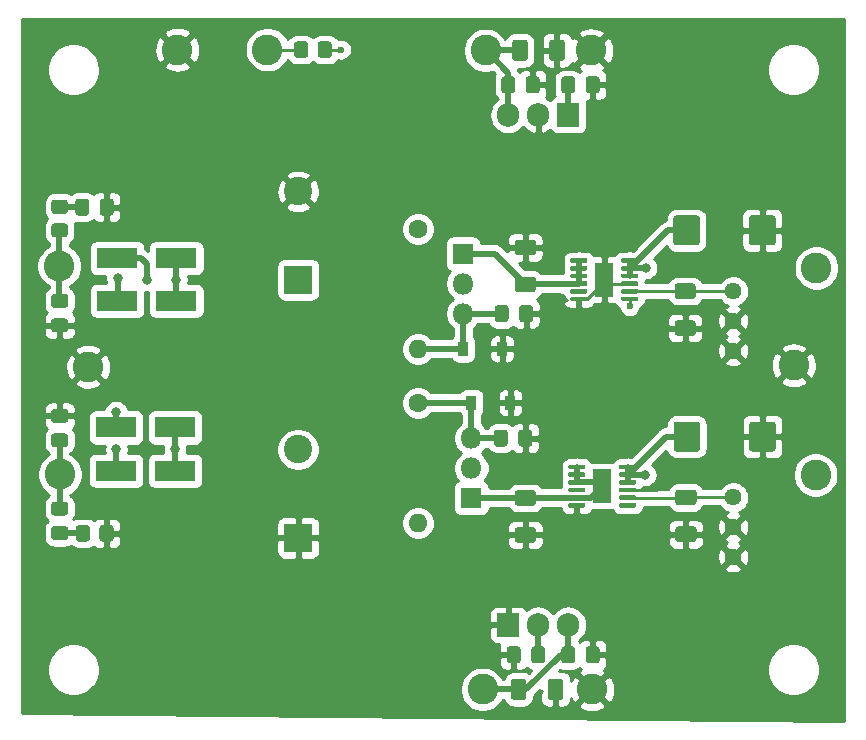
<source format=gbr>
G04 #@! TF.GenerationSoftware,KiCad,Pcbnew,(5.1.10-1-10_14)*
G04 #@! TF.CreationDate,2021-09-07T13:56:36+02:00*
G04 #@! TF.ProjectId,lv-lownoise-psu,6c762d6c-6f77-46e6-9f69-73652d707375,rev?*
G04 #@! TF.SameCoordinates,Original*
G04 #@! TF.FileFunction,Copper,L1,Top*
G04 #@! TF.FilePolarity,Positive*
%FSLAX46Y46*%
G04 Gerber Fmt 4.6, Leading zero omitted, Abs format (unit mm)*
G04 Created by KiCad (PCBNEW (5.1.10-1-10_14)) date 2021-09-07 13:56:36*
%MOMM*%
%LPD*%
G01*
G04 APERTURE LIST*
G04 #@! TA.AperFunction,ComponentPad*
%ADD10O,1.600000X1.600000*%
G04 #@! TD*
G04 #@! TA.AperFunction,ComponentPad*
%ADD11C,1.600000*%
G04 #@! TD*
G04 #@! TA.AperFunction,ComponentPad*
%ADD12O,1.800000X1.800000*%
G04 #@! TD*
G04 #@! TA.AperFunction,ComponentPad*
%ADD13R,1.800000X1.800000*%
G04 #@! TD*
G04 #@! TA.AperFunction,SMDPad,CuDef*
%ADD14R,0.900000X1.200000*%
G04 #@! TD*
G04 #@! TA.AperFunction,ComponentPad*
%ADD15O,1.905000X2.000000*%
G04 #@! TD*
G04 #@! TA.AperFunction,ComponentPad*
%ADD16R,1.905000X2.000000*%
G04 #@! TD*
G04 #@! TA.AperFunction,SMDPad,CuDef*
%ADD17R,3.500000X1.800000*%
G04 #@! TD*
G04 #@! TA.AperFunction,SMDPad,CuDef*
%ADD18R,1.650000X2.850000*%
G04 #@! TD*
G04 #@! TA.AperFunction,ComponentPad*
%ADD19C,2.400000*%
G04 #@! TD*
G04 #@! TA.AperFunction,ComponentPad*
%ADD20R,2.400000X2.400000*%
G04 #@! TD*
G04 #@! TA.AperFunction,ComponentPad*
%ADD21C,2.600000*%
G04 #@! TD*
G04 #@! TA.AperFunction,ComponentPad*
%ADD22C,1.440000*%
G04 #@! TD*
G04 #@! TA.AperFunction,ViaPad*
%ADD23C,0.800000*%
G04 #@! TD*
G04 #@! TA.AperFunction,ViaPad*
%ADD24C,0.600000*%
G04 #@! TD*
G04 #@! TA.AperFunction,Conductor*
%ADD25C,0.250000*%
G04 #@! TD*
G04 #@! TA.AperFunction,Conductor*
%ADD26C,0.500000*%
G04 #@! TD*
G04 #@! TA.AperFunction,Conductor*
%ADD27C,0.254000*%
G04 #@! TD*
G04 #@! TA.AperFunction,Conductor*
%ADD28C,0.100000*%
G04 #@! TD*
G04 APERTURE END LIST*
G04 #@! TA.AperFunction,SMDPad,CuDef*
G36*
G01*
X123471500Y-84820999D02*
X123471500Y-86121001D01*
G75*
G02*
X123221501Y-86371000I-249999J0D01*
G01*
X122396499Y-86371000D01*
G75*
G02*
X122146500Y-86121001I0J249999D01*
G01*
X122146500Y-84820999D01*
G75*
G02*
X122396499Y-84571000I249999J0D01*
G01*
X123221501Y-84571000D01*
G75*
G02*
X123471500Y-84820999I0J-249999D01*
G01*
G37*
G04 #@! TD.AperFunction*
G04 #@! TA.AperFunction,SMDPad,CuDef*
G36*
G01*
X126596500Y-84820999D02*
X126596500Y-86121001D01*
G75*
G02*
X126346501Y-86371000I-249999J0D01*
G01*
X125521499Y-86371000D01*
G75*
G02*
X125271500Y-86121001I0J249999D01*
G01*
X125271500Y-84820999D01*
G75*
G02*
X125521499Y-84571000I249999J0D01*
G01*
X126346501Y-84571000D01*
G75*
G02*
X126596500Y-84820999I0J-249999D01*
G01*
G37*
G04 #@! TD.AperFunction*
G04 #@! TA.AperFunction,SMDPad,CuDef*
G36*
G01*
X125385000Y-32019001D02*
X125385000Y-30718999D01*
G75*
G02*
X125634999Y-30469000I249999J0D01*
G01*
X126460001Y-30469000D01*
G75*
G02*
X126710000Y-30718999I0J-249999D01*
G01*
X126710000Y-32019001D01*
G75*
G02*
X126460001Y-32269000I-249999J0D01*
G01*
X125634999Y-32269000D01*
G75*
G02*
X125385000Y-32019001I0J249999D01*
G01*
G37*
G04 #@! TD.AperFunction*
G04 #@! TA.AperFunction,SMDPad,CuDef*
G36*
G01*
X122260000Y-32019001D02*
X122260000Y-30718999D01*
G75*
G02*
X122509999Y-30469000I249999J0D01*
G01*
X123335001Y-30469000D01*
G75*
G02*
X123585000Y-30718999I0J-249999D01*
G01*
X123585000Y-32019001D01*
G75*
G02*
X123335001Y-32269000I-249999J0D01*
G01*
X122509999Y-32269000D01*
G75*
G02*
X122260000Y-32019001I0J249999D01*
G01*
G37*
G04 #@! TD.AperFunction*
G04 #@! TA.AperFunction,SMDPad,CuDef*
G36*
G01*
X123407500Y-34765000D02*
X123407500Y-33815000D01*
G75*
G02*
X123657500Y-33565000I250000J0D01*
G01*
X124332500Y-33565000D01*
G75*
G02*
X124582500Y-33815000I0J-250000D01*
G01*
X124582500Y-34765000D01*
G75*
G02*
X124332500Y-35015000I-250000J0D01*
G01*
X123657500Y-35015000D01*
G75*
G02*
X123407500Y-34765000I0J250000D01*
G01*
G37*
G04 #@! TD.AperFunction*
G04 #@! TA.AperFunction,SMDPad,CuDef*
G36*
G01*
X121332500Y-34765000D02*
X121332500Y-33815000D01*
G75*
G02*
X121582500Y-33565000I250000J0D01*
G01*
X122257500Y-33565000D01*
G75*
G02*
X122507500Y-33815000I0J-250000D01*
G01*
X122507500Y-34765000D01*
G75*
G02*
X122257500Y-35015000I-250000J0D01*
G01*
X121582500Y-35015000D01*
G75*
G02*
X121332500Y-34765000I0J250000D01*
G01*
G37*
G04 #@! TD.AperFunction*
D10*
X114300000Y-71374000D03*
D11*
X114300000Y-61214000D03*
D10*
X114300000Y-56642000D03*
D11*
X114300000Y-46482000D03*
G04 #@! TA.AperFunction,SMDPad,CuDef*
G36*
G01*
X83496999Y-46009000D02*
X84397001Y-46009000D01*
G75*
G02*
X84647000Y-46258999I0J-249999D01*
G01*
X84647000Y-46959001D01*
G75*
G02*
X84397001Y-47209000I-249999J0D01*
G01*
X83496999Y-47209000D01*
G75*
G02*
X83247000Y-46959001I0J249999D01*
G01*
X83247000Y-46258999D01*
G75*
G02*
X83496999Y-46009000I249999J0D01*
G01*
G37*
G04 #@! TD.AperFunction*
G04 #@! TA.AperFunction,SMDPad,CuDef*
G36*
G01*
X83496999Y-44009000D02*
X84397001Y-44009000D01*
G75*
G02*
X84647000Y-44258999I0J-249999D01*
G01*
X84647000Y-44959001D01*
G75*
G02*
X84397001Y-45209000I-249999J0D01*
G01*
X83496999Y-45209000D01*
G75*
G02*
X83247000Y-44959001I0J249999D01*
G01*
X83247000Y-44258999D01*
G75*
G02*
X83496999Y-44009000I249999J0D01*
G01*
G37*
G04 #@! TD.AperFunction*
G04 #@! TA.AperFunction,SMDPad,CuDef*
G36*
G01*
X87315500Y-72713001D02*
X87315500Y-71812999D01*
G75*
G02*
X87565499Y-71563000I249999J0D01*
G01*
X88265501Y-71563000D01*
G75*
G02*
X88515500Y-71812999I0J-249999D01*
G01*
X88515500Y-72713001D01*
G75*
G02*
X88265501Y-72963000I-249999J0D01*
G01*
X87565499Y-72963000D01*
G75*
G02*
X87315500Y-72713001I0J249999D01*
G01*
G37*
G04 #@! TD.AperFunction*
G04 #@! TA.AperFunction,SMDPad,CuDef*
G36*
G01*
X85315500Y-72713001D02*
X85315500Y-71812999D01*
G75*
G02*
X85565499Y-71563000I249999J0D01*
G01*
X86265501Y-71563000D01*
G75*
G02*
X86515500Y-71812999I0J-249999D01*
G01*
X86515500Y-72713001D01*
G75*
G02*
X86265501Y-72963000I-249999J0D01*
G01*
X85565499Y-72963000D01*
G75*
G02*
X85315500Y-72713001I0J249999D01*
G01*
G37*
G04 #@! TD.AperFunction*
D12*
X118808500Y-64198500D03*
X118808500Y-66738500D03*
D13*
X118808500Y-69278500D03*
D12*
X118110000Y-53657500D03*
X118110000Y-51117500D03*
D13*
X118110000Y-48577500D03*
D14*
X118808500Y-61214000D03*
X122108500Y-61214000D03*
X121410000Y-56642000D03*
X118110000Y-56642000D03*
G04 #@! TA.AperFunction,SMDPad,CuDef*
G36*
G01*
X137619501Y-69877500D02*
X136319499Y-69877500D01*
G75*
G02*
X136069500Y-69627501I0J249999D01*
G01*
X136069500Y-68802499D01*
G75*
G02*
X136319499Y-68552500I249999J0D01*
G01*
X137619501Y-68552500D01*
G75*
G02*
X137869500Y-68802499I0J-249999D01*
G01*
X137869500Y-69627501D01*
G75*
G02*
X137619501Y-69877500I-249999J0D01*
G01*
G37*
G04 #@! TD.AperFunction*
G04 #@! TA.AperFunction,SMDPad,CuDef*
G36*
G01*
X137619501Y-73002500D02*
X136319499Y-73002500D01*
G75*
G02*
X136069500Y-72752501I0J249999D01*
G01*
X136069500Y-71927499D01*
G75*
G02*
X136319499Y-71677500I249999J0D01*
G01*
X137619501Y-71677500D01*
G75*
G02*
X137869500Y-71927499I0J-249999D01*
G01*
X137869500Y-72752501D01*
G75*
G02*
X137619501Y-73002500I-249999J0D01*
G01*
G37*
G04 #@! TD.AperFunction*
G04 #@! TA.AperFunction,SMDPad,CuDef*
G36*
G01*
X136255999Y-54215000D02*
X137556001Y-54215000D01*
G75*
G02*
X137806000Y-54464999I0J-249999D01*
G01*
X137806000Y-55290001D01*
G75*
G02*
X137556001Y-55540000I-249999J0D01*
G01*
X136255999Y-55540000D01*
G75*
G02*
X136006000Y-55290001I0J249999D01*
G01*
X136006000Y-54464999D01*
G75*
G02*
X136255999Y-54215000I249999J0D01*
G01*
G37*
G04 #@! TD.AperFunction*
G04 #@! TA.AperFunction,SMDPad,CuDef*
G36*
G01*
X136255999Y-51090000D02*
X137556001Y-51090000D01*
G75*
G02*
X137806000Y-51339999I0J-249999D01*
G01*
X137806000Y-52165001D01*
G75*
G02*
X137556001Y-52415000I-249999J0D01*
G01*
X136255999Y-52415000D01*
G75*
G02*
X136006000Y-52165001I0J249999D01*
G01*
X136006000Y-51339999D01*
G75*
G02*
X136255999Y-51090000I249999J0D01*
G01*
G37*
G04 #@! TD.AperFunction*
G04 #@! TA.AperFunction,SMDPad,CuDef*
G36*
G01*
X124030501Y-69927500D02*
X122730499Y-69927500D01*
G75*
G02*
X122480500Y-69677501I0J249999D01*
G01*
X122480500Y-68852499D01*
G75*
G02*
X122730499Y-68602500I249999J0D01*
G01*
X124030501Y-68602500D01*
G75*
G02*
X124280500Y-68852499I0J-249999D01*
G01*
X124280500Y-69677501D01*
G75*
G02*
X124030501Y-69927500I-249999J0D01*
G01*
G37*
G04 #@! TD.AperFunction*
G04 #@! TA.AperFunction,SMDPad,CuDef*
G36*
G01*
X124030501Y-73052500D02*
X122730499Y-73052500D01*
G75*
G02*
X122480500Y-72802501I0J249999D01*
G01*
X122480500Y-71977499D01*
G75*
G02*
X122730499Y-71727500I249999J0D01*
G01*
X124030501Y-71727500D01*
G75*
G02*
X124280500Y-71977499I0J-249999D01*
G01*
X124280500Y-72802501D01*
G75*
G02*
X124030501Y-73052500I-249999J0D01*
G01*
G37*
G04 #@! TD.AperFunction*
G04 #@! TA.AperFunction,SMDPad,CuDef*
G36*
G01*
X124030501Y-48718500D02*
X122730499Y-48718500D01*
G75*
G02*
X122480500Y-48468501I0J249999D01*
G01*
X122480500Y-47643499D01*
G75*
G02*
X122730499Y-47393500I249999J0D01*
G01*
X124030501Y-47393500D01*
G75*
G02*
X124280500Y-47643499I0J-249999D01*
G01*
X124280500Y-48468501D01*
G75*
G02*
X124030501Y-48718500I-249999J0D01*
G01*
G37*
G04 #@! TD.AperFunction*
G04 #@! TA.AperFunction,SMDPad,CuDef*
G36*
G01*
X124030501Y-51843500D02*
X122730499Y-51843500D01*
G75*
G02*
X122480500Y-51593501I0J249999D01*
G01*
X122480500Y-50768499D01*
G75*
G02*
X122730499Y-50518500I249999J0D01*
G01*
X124030501Y-50518500D01*
G75*
G02*
X124280500Y-50768499I0J-249999D01*
G01*
X124280500Y-51593501D01*
G75*
G02*
X124030501Y-51843500I-249999J0D01*
G01*
G37*
G04 #@! TD.AperFunction*
G04 #@! TA.AperFunction,SMDPad,CuDef*
G36*
G01*
X121893000Y-63723500D02*
X121893000Y-64673500D01*
G75*
G02*
X121643000Y-64923500I-250000J0D01*
G01*
X120968000Y-64923500D01*
G75*
G02*
X120718000Y-64673500I0J250000D01*
G01*
X120718000Y-63723500D01*
G75*
G02*
X120968000Y-63473500I250000J0D01*
G01*
X121643000Y-63473500D01*
G75*
G02*
X121893000Y-63723500I0J-250000D01*
G01*
G37*
G04 #@! TD.AperFunction*
G04 #@! TA.AperFunction,SMDPad,CuDef*
G36*
G01*
X123968000Y-63723500D02*
X123968000Y-64673500D01*
G75*
G02*
X123718000Y-64923500I-250000J0D01*
G01*
X123043000Y-64923500D01*
G75*
G02*
X122793000Y-64673500I0J250000D01*
G01*
X122793000Y-63723500D01*
G75*
G02*
X123043000Y-63473500I250000J0D01*
G01*
X123718000Y-63473500D01*
G75*
G02*
X123968000Y-63723500I0J-250000D01*
G01*
G37*
G04 #@! TD.AperFunction*
G04 #@! TA.AperFunction,SMDPad,CuDef*
G36*
G01*
X122856500Y-54132500D02*
X122856500Y-53182500D01*
G75*
G02*
X123106500Y-52932500I250000J0D01*
G01*
X123781500Y-52932500D01*
G75*
G02*
X124031500Y-53182500I0J-250000D01*
G01*
X124031500Y-54132500D01*
G75*
G02*
X123781500Y-54382500I-250000J0D01*
G01*
X123106500Y-54382500D01*
G75*
G02*
X122856500Y-54132500I0J250000D01*
G01*
G37*
G04 #@! TD.AperFunction*
G04 #@! TA.AperFunction,SMDPad,CuDef*
G36*
G01*
X120781500Y-54132500D02*
X120781500Y-53182500D01*
G75*
G02*
X121031500Y-52932500I250000J0D01*
G01*
X121706500Y-52932500D01*
G75*
G02*
X121956500Y-53182500I0J-250000D01*
G01*
X121956500Y-54132500D01*
G75*
G02*
X121706500Y-54382500I-250000J0D01*
G01*
X121031500Y-54382500D01*
G75*
G02*
X120781500Y-54132500I0J250000D01*
G01*
G37*
G04 #@! TD.AperFunction*
G04 #@! TA.AperFunction,SMDPad,CuDef*
G36*
G01*
X86439500Y-44165500D02*
X86439500Y-45115500D01*
G75*
G02*
X86189500Y-45365500I-250000J0D01*
G01*
X85514500Y-45365500D01*
G75*
G02*
X85264500Y-45115500I0J250000D01*
G01*
X85264500Y-44165500D01*
G75*
G02*
X85514500Y-43915500I250000J0D01*
G01*
X86189500Y-43915500D01*
G75*
G02*
X86439500Y-44165500I0J-250000D01*
G01*
G37*
G04 #@! TD.AperFunction*
G04 #@! TA.AperFunction,SMDPad,CuDef*
G36*
G01*
X88514500Y-44165500D02*
X88514500Y-45115500D01*
G75*
G02*
X88264500Y-45365500I-250000J0D01*
G01*
X87589500Y-45365500D01*
G75*
G02*
X87339500Y-45115500I0J250000D01*
G01*
X87339500Y-44165500D01*
G75*
G02*
X87589500Y-43915500I250000J0D01*
G01*
X88264500Y-43915500D01*
G75*
G02*
X88514500Y-44165500I0J-250000D01*
G01*
G37*
G04 #@! TD.AperFunction*
G04 #@! TA.AperFunction,SMDPad,CuDef*
G36*
G01*
X83472000Y-71655000D02*
X84422000Y-71655000D01*
G75*
G02*
X84672000Y-71905000I0J-250000D01*
G01*
X84672000Y-72580000D01*
G75*
G02*
X84422000Y-72830000I-250000J0D01*
G01*
X83472000Y-72830000D01*
G75*
G02*
X83222000Y-72580000I0J250000D01*
G01*
X83222000Y-71905000D01*
G75*
G02*
X83472000Y-71655000I250000J0D01*
G01*
G37*
G04 #@! TD.AperFunction*
G04 #@! TA.AperFunction,SMDPad,CuDef*
G36*
G01*
X83472000Y-69580000D02*
X84422000Y-69580000D01*
G75*
G02*
X84672000Y-69830000I0J-250000D01*
G01*
X84672000Y-70505000D01*
G75*
G02*
X84422000Y-70755000I-250000J0D01*
G01*
X83472000Y-70755000D01*
G75*
G02*
X83222000Y-70505000I0J250000D01*
G01*
X83222000Y-69830000D01*
G75*
G02*
X83472000Y-69580000I250000J0D01*
G01*
G37*
G04 #@! TD.AperFunction*
G04 #@! TA.AperFunction,SMDPad,CuDef*
G36*
G01*
X84422000Y-53165500D02*
X83472000Y-53165500D01*
G75*
G02*
X83222000Y-52915500I0J250000D01*
G01*
X83222000Y-52240500D01*
G75*
G02*
X83472000Y-51990500I250000J0D01*
G01*
X84422000Y-51990500D01*
G75*
G02*
X84672000Y-52240500I0J-250000D01*
G01*
X84672000Y-52915500D01*
G75*
G02*
X84422000Y-53165500I-250000J0D01*
G01*
G37*
G04 #@! TD.AperFunction*
G04 #@! TA.AperFunction,SMDPad,CuDef*
G36*
G01*
X84422000Y-55240500D02*
X83472000Y-55240500D01*
G75*
G02*
X83222000Y-54990500I0J250000D01*
G01*
X83222000Y-54315500D01*
G75*
G02*
X83472000Y-54065500I250000J0D01*
G01*
X84422000Y-54065500D01*
G75*
G02*
X84672000Y-54315500I0J-250000D01*
G01*
X84672000Y-54990500D01*
G75*
G02*
X84422000Y-55240500I-250000J0D01*
G01*
G37*
G04 #@! TD.AperFunction*
G04 #@! TA.AperFunction,SMDPad,CuDef*
G36*
G01*
X84422000Y-62901500D02*
X83472000Y-62901500D01*
G75*
G02*
X83222000Y-62651500I0J250000D01*
G01*
X83222000Y-61976500D01*
G75*
G02*
X83472000Y-61726500I250000J0D01*
G01*
X84422000Y-61726500D01*
G75*
G02*
X84672000Y-61976500I0J-250000D01*
G01*
X84672000Y-62651500D01*
G75*
G02*
X84422000Y-62901500I-250000J0D01*
G01*
G37*
G04 #@! TD.AperFunction*
G04 #@! TA.AperFunction,SMDPad,CuDef*
G36*
G01*
X84422000Y-64976500D02*
X83472000Y-64976500D01*
G75*
G02*
X83222000Y-64726500I0J250000D01*
G01*
X83222000Y-64051500D01*
G75*
G02*
X83472000Y-63801500I250000J0D01*
G01*
X84422000Y-63801500D01*
G75*
G02*
X84672000Y-64051500I0J-250000D01*
G01*
X84672000Y-64726500D01*
G75*
G02*
X84422000Y-64976500I-250000J0D01*
G01*
G37*
G04 #@! TD.AperFunction*
G04 #@! TA.AperFunction,SMDPad,CuDef*
G36*
G01*
X138171500Y-63046499D02*
X138171500Y-65096501D01*
G75*
G02*
X137921501Y-65346500I-249999J0D01*
G01*
X136171499Y-65346500D01*
G75*
G02*
X135921500Y-65096501I0J249999D01*
G01*
X135921500Y-63046499D01*
G75*
G02*
X136171499Y-62796500I249999J0D01*
G01*
X137921501Y-62796500D01*
G75*
G02*
X138171500Y-63046499I0J-249999D01*
G01*
G37*
G04 #@! TD.AperFunction*
G04 #@! TA.AperFunction,SMDPad,CuDef*
G36*
G01*
X144571500Y-63046499D02*
X144571500Y-65096501D01*
G75*
G02*
X144321501Y-65346500I-249999J0D01*
G01*
X142571499Y-65346500D01*
G75*
G02*
X142321500Y-65096501I0J249999D01*
G01*
X142321500Y-63046499D01*
G75*
G02*
X142571499Y-62796500I249999J0D01*
G01*
X144321501Y-62796500D01*
G75*
G02*
X144571500Y-63046499I0J-249999D01*
G01*
G37*
G04 #@! TD.AperFunction*
G04 #@! TA.AperFunction,SMDPad,CuDef*
G36*
G01*
X142308000Y-47634001D02*
X142308000Y-45583999D01*
G75*
G02*
X142557999Y-45334000I249999J0D01*
G01*
X144308001Y-45334000D01*
G75*
G02*
X144558000Y-45583999I0J-249999D01*
G01*
X144558000Y-47634001D01*
G75*
G02*
X144308001Y-47884000I-249999J0D01*
G01*
X142557999Y-47884000D01*
G75*
G02*
X142308000Y-47634001I0J249999D01*
G01*
G37*
G04 #@! TD.AperFunction*
G04 #@! TA.AperFunction,SMDPad,CuDef*
G36*
G01*
X135908000Y-47634001D02*
X135908000Y-45583999D01*
G75*
G02*
X136157999Y-45334000I249999J0D01*
G01*
X137908001Y-45334000D01*
G75*
G02*
X138158000Y-45583999I0J-249999D01*
G01*
X138158000Y-47634001D01*
G75*
G02*
X137908001Y-47884000I-249999J0D01*
G01*
X136157999Y-47884000D01*
G75*
G02*
X135908000Y-47634001I0J249999D01*
G01*
G37*
G04 #@! TD.AperFunction*
D15*
X127000000Y-80010000D03*
X124460000Y-80010000D03*
D16*
X121920000Y-80010000D03*
D15*
X121920000Y-36830000D03*
X124460000Y-36830000D03*
D16*
X127000000Y-36830000D03*
D17*
X88827600Y-52578000D03*
X93827600Y-52578000D03*
X88827600Y-48971200D03*
X93827600Y-48971200D03*
X93726000Y-63296800D03*
X88726000Y-63296800D03*
X93726000Y-66954400D03*
X88726000Y-66954400D03*
D18*
X129886600Y-68261900D03*
G04 #@! TA.AperFunction,SMDPad,CuDef*
G36*
G01*
X131311600Y-66736900D02*
X131311600Y-66536900D01*
G75*
G02*
X131411600Y-66436900I100000J0D01*
G01*
X132661600Y-66436900D01*
G75*
G02*
X132761600Y-66536900I0J-100000D01*
G01*
X132761600Y-66736900D01*
G75*
G02*
X132661600Y-66836900I-100000J0D01*
G01*
X131411600Y-66836900D01*
G75*
G02*
X131311600Y-66736900I0J100000D01*
G01*
G37*
G04 #@! TD.AperFunction*
G04 #@! TA.AperFunction,SMDPad,CuDef*
G36*
G01*
X131311600Y-67386900D02*
X131311600Y-67186900D01*
G75*
G02*
X131411600Y-67086900I100000J0D01*
G01*
X132661600Y-67086900D01*
G75*
G02*
X132761600Y-67186900I0J-100000D01*
G01*
X132761600Y-67386900D01*
G75*
G02*
X132661600Y-67486900I-100000J0D01*
G01*
X131411600Y-67486900D01*
G75*
G02*
X131311600Y-67386900I0J100000D01*
G01*
G37*
G04 #@! TD.AperFunction*
G04 #@! TA.AperFunction,SMDPad,CuDef*
G36*
G01*
X131311600Y-68036900D02*
X131311600Y-67836900D01*
G75*
G02*
X131411600Y-67736900I100000J0D01*
G01*
X132661600Y-67736900D01*
G75*
G02*
X132761600Y-67836900I0J-100000D01*
G01*
X132761600Y-68036900D01*
G75*
G02*
X132661600Y-68136900I-100000J0D01*
G01*
X131411600Y-68136900D01*
G75*
G02*
X131311600Y-68036900I0J100000D01*
G01*
G37*
G04 #@! TD.AperFunction*
G04 #@! TA.AperFunction,SMDPad,CuDef*
G36*
G01*
X131311600Y-68686900D02*
X131311600Y-68486900D01*
G75*
G02*
X131411600Y-68386900I100000J0D01*
G01*
X132661600Y-68386900D01*
G75*
G02*
X132761600Y-68486900I0J-100000D01*
G01*
X132761600Y-68686900D01*
G75*
G02*
X132661600Y-68786900I-100000J0D01*
G01*
X131411600Y-68786900D01*
G75*
G02*
X131311600Y-68686900I0J100000D01*
G01*
G37*
G04 #@! TD.AperFunction*
G04 #@! TA.AperFunction,SMDPad,CuDef*
G36*
G01*
X131311600Y-69336900D02*
X131311600Y-69136900D01*
G75*
G02*
X131411600Y-69036900I100000J0D01*
G01*
X132661600Y-69036900D01*
G75*
G02*
X132761600Y-69136900I0J-100000D01*
G01*
X132761600Y-69336900D01*
G75*
G02*
X132661600Y-69436900I-100000J0D01*
G01*
X131411600Y-69436900D01*
G75*
G02*
X131311600Y-69336900I0J100000D01*
G01*
G37*
G04 #@! TD.AperFunction*
G04 #@! TA.AperFunction,SMDPad,CuDef*
G36*
G01*
X131311600Y-69986900D02*
X131311600Y-69786900D01*
G75*
G02*
X131411600Y-69686900I100000J0D01*
G01*
X132661600Y-69686900D01*
G75*
G02*
X132761600Y-69786900I0J-100000D01*
G01*
X132761600Y-69986900D01*
G75*
G02*
X132661600Y-70086900I-100000J0D01*
G01*
X131411600Y-70086900D01*
G75*
G02*
X131311600Y-69986900I0J100000D01*
G01*
G37*
G04 #@! TD.AperFunction*
G04 #@! TA.AperFunction,SMDPad,CuDef*
G36*
G01*
X127011600Y-69986900D02*
X127011600Y-69786900D01*
G75*
G02*
X127111600Y-69686900I100000J0D01*
G01*
X128361600Y-69686900D01*
G75*
G02*
X128461600Y-69786900I0J-100000D01*
G01*
X128461600Y-69986900D01*
G75*
G02*
X128361600Y-70086900I-100000J0D01*
G01*
X127111600Y-70086900D01*
G75*
G02*
X127011600Y-69986900I0J100000D01*
G01*
G37*
G04 #@! TD.AperFunction*
G04 #@! TA.AperFunction,SMDPad,CuDef*
G36*
G01*
X127011600Y-69336900D02*
X127011600Y-69136900D01*
G75*
G02*
X127111600Y-69036900I100000J0D01*
G01*
X128361600Y-69036900D01*
G75*
G02*
X128461600Y-69136900I0J-100000D01*
G01*
X128461600Y-69336900D01*
G75*
G02*
X128361600Y-69436900I-100000J0D01*
G01*
X127111600Y-69436900D01*
G75*
G02*
X127011600Y-69336900I0J100000D01*
G01*
G37*
G04 #@! TD.AperFunction*
G04 #@! TA.AperFunction,SMDPad,CuDef*
G36*
G01*
X127011600Y-68686900D02*
X127011600Y-68486900D01*
G75*
G02*
X127111600Y-68386900I100000J0D01*
G01*
X128361600Y-68386900D01*
G75*
G02*
X128461600Y-68486900I0J-100000D01*
G01*
X128461600Y-68686900D01*
G75*
G02*
X128361600Y-68786900I-100000J0D01*
G01*
X127111600Y-68786900D01*
G75*
G02*
X127011600Y-68686900I0J100000D01*
G01*
G37*
G04 #@! TD.AperFunction*
G04 #@! TA.AperFunction,SMDPad,CuDef*
G36*
G01*
X127011600Y-68036900D02*
X127011600Y-67836900D01*
G75*
G02*
X127111600Y-67736900I100000J0D01*
G01*
X128361600Y-67736900D01*
G75*
G02*
X128461600Y-67836900I0J-100000D01*
G01*
X128461600Y-68036900D01*
G75*
G02*
X128361600Y-68136900I-100000J0D01*
G01*
X127111600Y-68136900D01*
G75*
G02*
X127011600Y-68036900I0J100000D01*
G01*
G37*
G04 #@! TD.AperFunction*
G04 #@! TA.AperFunction,SMDPad,CuDef*
G36*
G01*
X127011600Y-67386900D02*
X127011600Y-67186900D01*
G75*
G02*
X127111600Y-67086900I100000J0D01*
G01*
X128361600Y-67086900D01*
G75*
G02*
X128461600Y-67186900I0J-100000D01*
G01*
X128461600Y-67386900D01*
G75*
G02*
X128361600Y-67486900I-100000J0D01*
G01*
X127111600Y-67486900D01*
G75*
G02*
X127011600Y-67386900I0J100000D01*
G01*
G37*
G04 #@! TD.AperFunction*
G04 #@! TA.AperFunction,SMDPad,CuDef*
G36*
G01*
X127011600Y-66736900D02*
X127011600Y-66536900D01*
G75*
G02*
X127111600Y-66436900I100000J0D01*
G01*
X128361600Y-66436900D01*
G75*
G02*
X128461600Y-66536900I0J-100000D01*
G01*
X128461600Y-66736900D01*
G75*
G02*
X128361600Y-66836900I-100000J0D01*
G01*
X127111600Y-66836900D01*
G75*
G02*
X127011600Y-66736900I0J100000D01*
G01*
G37*
G04 #@! TD.AperFunction*
D19*
X104140000Y-65151000D03*
D20*
X104140000Y-72651000D03*
D19*
X104140000Y-43300000D03*
D20*
X104140000Y-50800000D03*
G04 #@! TA.AperFunction,SMDPad,CuDef*
G36*
G01*
X105794000Y-31755501D02*
X105794000Y-30855499D01*
G75*
G02*
X106043999Y-30605500I249999J0D01*
G01*
X106744001Y-30605500D01*
G75*
G02*
X106994000Y-30855499I0J-249999D01*
G01*
X106994000Y-31755501D01*
G75*
G02*
X106744001Y-32005500I-249999J0D01*
G01*
X106043999Y-32005500D01*
G75*
G02*
X105794000Y-31755501I0J249999D01*
G01*
G37*
G04 #@! TD.AperFunction*
G04 #@! TA.AperFunction,SMDPad,CuDef*
G36*
G01*
X103794000Y-31755501D02*
X103794000Y-30855499D01*
G75*
G02*
X104043999Y-30605500I249999J0D01*
G01*
X104744001Y-30605500D01*
G75*
G02*
X104994000Y-30855499I0J-249999D01*
G01*
X104994000Y-31755501D01*
G75*
G02*
X104744001Y-32005500I-249999J0D01*
G01*
X104043999Y-32005500D01*
G75*
G02*
X103794000Y-31755501I0J249999D01*
G01*
G37*
G04 #@! TD.AperFunction*
D21*
X119761000Y-85471000D03*
X129032000Y-85471000D03*
X128968500Y-31369000D03*
X120015000Y-31369000D03*
X93916500Y-31305500D03*
X101536500Y-31305500D03*
G04 #@! TA.AperFunction,SMDPad,CuDef*
G36*
G01*
X127587500Y-82075000D02*
X127587500Y-83025000D01*
G75*
G02*
X127337500Y-83275000I-250000J0D01*
G01*
X126662500Y-83275000D01*
G75*
G02*
X126412500Y-83025000I0J250000D01*
G01*
X126412500Y-82075000D01*
G75*
G02*
X126662500Y-81825000I250000J0D01*
G01*
X127337500Y-81825000D01*
G75*
G02*
X127587500Y-82075000I0J-250000D01*
G01*
G37*
G04 #@! TD.AperFunction*
G04 #@! TA.AperFunction,SMDPad,CuDef*
G36*
G01*
X129662500Y-82075000D02*
X129662500Y-83025000D01*
G75*
G02*
X129412500Y-83275000I-250000J0D01*
G01*
X128737500Y-83275000D01*
G75*
G02*
X128487500Y-83025000I0J250000D01*
G01*
X128487500Y-82075000D01*
G75*
G02*
X128737500Y-81825000I250000J0D01*
G01*
X129412500Y-81825000D01*
G75*
G02*
X129662500Y-82075000I0J-250000D01*
G01*
G37*
G04 #@! TD.AperFunction*
G04 #@! TA.AperFunction,SMDPad,CuDef*
G36*
G01*
X123872500Y-83025000D02*
X123872500Y-82075000D01*
G75*
G02*
X124122500Y-81825000I250000J0D01*
G01*
X124797500Y-81825000D01*
G75*
G02*
X125047500Y-82075000I0J-250000D01*
G01*
X125047500Y-83025000D01*
G75*
G02*
X124797500Y-83275000I-250000J0D01*
G01*
X124122500Y-83275000D01*
G75*
G02*
X123872500Y-83025000I0J250000D01*
G01*
G37*
G04 #@! TD.AperFunction*
G04 #@! TA.AperFunction,SMDPad,CuDef*
G36*
G01*
X121797500Y-83025000D02*
X121797500Y-82075000D01*
G75*
G02*
X122047500Y-81825000I250000J0D01*
G01*
X122722500Y-81825000D01*
G75*
G02*
X122972500Y-82075000I0J-250000D01*
G01*
X122972500Y-83025000D01*
G75*
G02*
X122722500Y-83275000I-250000J0D01*
G01*
X122047500Y-83275000D01*
G75*
G02*
X121797500Y-83025000I0J250000D01*
G01*
G37*
G04 #@! TD.AperFunction*
G04 #@! TA.AperFunction,SMDPad,CuDef*
G36*
G01*
X128487500Y-34765000D02*
X128487500Y-33815000D01*
G75*
G02*
X128737500Y-33565000I250000J0D01*
G01*
X129412500Y-33565000D01*
G75*
G02*
X129662500Y-33815000I0J-250000D01*
G01*
X129662500Y-34765000D01*
G75*
G02*
X129412500Y-35015000I-250000J0D01*
G01*
X128737500Y-35015000D01*
G75*
G02*
X128487500Y-34765000I0J250000D01*
G01*
G37*
G04 #@! TD.AperFunction*
G04 #@! TA.AperFunction,SMDPad,CuDef*
G36*
G01*
X126412500Y-34765000D02*
X126412500Y-33815000D01*
G75*
G02*
X126662500Y-33565000I250000J0D01*
G01*
X127337500Y-33565000D01*
G75*
G02*
X127587500Y-33815000I0J-250000D01*
G01*
X127587500Y-34765000D01*
G75*
G02*
X127337500Y-35015000I-250000J0D01*
G01*
X126662500Y-35015000D01*
G75*
G02*
X126412500Y-34765000I0J250000D01*
G01*
G37*
G04 #@! TD.AperFunction*
D22*
X140970000Y-74295000D03*
X140970000Y-71755000D03*
X140970000Y-69215000D03*
D18*
X130064400Y-50787900D03*
G04 #@! TA.AperFunction,SMDPad,CuDef*
G36*
G01*
X131489400Y-49262900D02*
X131489400Y-49062900D01*
G75*
G02*
X131589400Y-48962900I100000J0D01*
G01*
X132839400Y-48962900D01*
G75*
G02*
X132939400Y-49062900I0J-100000D01*
G01*
X132939400Y-49262900D01*
G75*
G02*
X132839400Y-49362900I-100000J0D01*
G01*
X131589400Y-49362900D01*
G75*
G02*
X131489400Y-49262900I0J100000D01*
G01*
G37*
G04 #@! TD.AperFunction*
G04 #@! TA.AperFunction,SMDPad,CuDef*
G36*
G01*
X131489400Y-49912900D02*
X131489400Y-49712900D01*
G75*
G02*
X131589400Y-49612900I100000J0D01*
G01*
X132839400Y-49612900D01*
G75*
G02*
X132939400Y-49712900I0J-100000D01*
G01*
X132939400Y-49912900D01*
G75*
G02*
X132839400Y-50012900I-100000J0D01*
G01*
X131589400Y-50012900D01*
G75*
G02*
X131489400Y-49912900I0J100000D01*
G01*
G37*
G04 #@! TD.AperFunction*
G04 #@! TA.AperFunction,SMDPad,CuDef*
G36*
G01*
X131489400Y-50562900D02*
X131489400Y-50362900D01*
G75*
G02*
X131589400Y-50262900I100000J0D01*
G01*
X132839400Y-50262900D01*
G75*
G02*
X132939400Y-50362900I0J-100000D01*
G01*
X132939400Y-50562900D01*
G75*
G02*
X132839400Y-50662900I-100000J0D01*
G01*
X131589400Y-50662900D01*
G75*
G02*
X131489400Y-50562900I0J100000D01*
G01*
G37*
G04 #@! TD.AperFunction*
G04 #@! TA.AperFunction,SMDPad,CuDef*
G36*
G01*
X131489400Y-51212900D02*
X131489400Y-51012900D01*
G75*
G02*
X131589400Y-50912900I100000J0D01*
G01*
X132839400Y-50912900D01*
G75*
G02*
X132939400Y-51012900I0J-100000D01*
G01*
X132939400Y-51212900D01*
G75*
G02*
X132839400Y-51312900I-100000J0D01*
G01*
X131589400Y-51312900D01*
G75*
G02*
X131489400Y-51212900I0J100000D01*
G01*
G37*
G04 #@! TD.AperFunction*
G04 #@! TA.AperFunction,SMDPad,CuDef*
G36*
G01*
X131489400Y-51862900D02*
X131489400Y-51662900D01*
G75*
G02*
X131589400Y-51562900I100000J0D01*
G01*
X132839400Y-51562900D01*
G75*
G02*
X132939400Y-51662900I0J-100000D01*
G01*
X132939400Y-51862900D01*
G75*
G02*
X132839400Y-51962900I-100000J0D01*
G01*
X131589400Y-51962900D01*
G75*
G02*
X131489400Y-51862900I0J100000D01*
G01*
G37*
G04 #@! TD.AperFunction*
G04 #@! TA.AperFunction,SMDPad,CuDef*
G36*
G01*
X131489400Y-52512900D02*
X131489400Y-52312900D01*
G75*
G02*
X131589400Y-52212900I100000J0D01*
G01*
X132839400Y-52212900D01*
G75*
G02*
X132939400Y-52312900I0J-100000D01*
G01*
X132939400Y-52512900D01*
G75*
G02*
X132839400Y-52612900I-100000J0D01*
G01*
X131589400Y-52612900D01*
G75*
G02*
X131489400Y-52512900I0J100000D01*
G01*
G37*
G04 #@! TD.AperFunction*
G04 #@! TA.AperFunction,SMDPad,CuDef*
G36*
G01*
X127189400Y-52512900D02*
X127189400Y-52312900D01*
G75*
G02*
X127289400Y-52212900I100000J0D01*
G01*
X128539400Y-52212900D01*
G75*
G02*
X128639400Y-52312900I0J-100000D01*
G01*
X128639400Y-52512900D01*
G75*
G02*
X128539400Y-52612900I-100000J0D01*
G01*
X127289400Y-52612900D01*
G75*
G02*
X127189400Y-52512900I0J100000D01*
G01*
G37*
G04 #@! TD.AperFunction*
G04 #@! TA.AperFunction,SMDPad,CuDef*
G36*
G01*
X127189400Y-51862900D02*
X127189400Y-51662900D01*
G75*
G02*
X127289400Y-51562900I100000J0D01*
G01*
X128539400Y-51562900D01*
G75*
G02*
X128639400Y-51662900I0J-100000D01*
G01*
X128639400Y-51862900D01*
G75*
G02*
X128539400Y-51962900I-100000J0D01*
G01*
X127289400Y-51962900D01*
G75*
G02*
X127189400Y-51862900I0J100000D01*
G01*
G37*
G04 #@! TD.AperFunction*
G04 #@! TA.AperFunction,SMDPad,CuDef*
G36*
G01*
X127189400Y-51212900D02*
X127189400Y-51012900D01*
G75*
G02*
X127289400Y-50912900I100000J0D01*
G01*
X128539400Y-50912900D01*
G75*
G02*
X128639400Y-51012900I0J-100000D01*
G01*
X128639400Y-51212900D01*
G75*
G02*
X128539400Y-51312900I-100000J0D01*
G01*
X127289400Y-51312900D01*
G75*
G02*
X127189400Y-51212900I0J100000D01*
G01*
G37*
G04 #@! TD.AperFunction*
G04 #@! TA.AperFunction,SMDPad,CuDef*
G36*
G01*
X127189400Y-50562900D02*
X127189400Y-50362900D01*
G75*
G02*
X127289400Y-50262900I100000J0D01*
G01*
X128539400Y-50262900D01*
G75*
G02*
X128639400Y-50362900I0J-100000D01*
G01*
X128639400Y-50562900D01*
G75*
G02*
X128539400Y-50662900I-100000J0D01*
G01*
X127289400Y-50662900D01*
G75*
G02*
X127189400Y-50562900I0J100000D01*
G01*
G37*
G04 #@! TD.AperFunction*
G04 #@! TA.AperFunction,SMDPad,CuDef*
G36*
G01*
X127189400Y-49912900D02*
X127189400Y-49712900D01*
G75*
G02*
X127289400Y-49612900I100000J0D01*
G01*
X128539400Y-49612900D01*
G75*
G02*
X128639400Y-49712900I0J-100000D01*
G01*
X128639400Y-49912900D01*
G75*
G02*
X128539400Y-50012900I-100000J0D01*
G01*
X127289400Y-50012900D01*
G75*
G02*
X127189400Y-49912900I0J100000D01*
G01*
G37*
G04 #@! TD.AperFunction*
G04 #@! TA.AperFunction,SMDPad,CuDef*
G36*
G01*
X127189400Y-49262900D02*
X127189400Y-49062900D01*
G75*
G02*
X127289400Y-48962900I100000J0D01*
G01*
X128539400Y-48962900D01*
G75*
G02*
X128639400Y-49062900I0J-100000D01*
G01*
X128639400Y-49262900D01*
G75*
G02*
X128539400Y-49362900I-100000J0D01*
G01*
X127289400Y-49362900D01*
G75*
G02*
X127189400Y-49262900I0J100000D01*
G01*
G37*
G04 #@! TD.AperFunction*
D22*
X140970000Y-56832500D03*
X140970000Y-54292500D03*
X140970000Y-51752500D03*
D21*
X147955000Y-67310000D03*
X146113500Y-58039000D03*
X148018500Y-49784000D03*
X83921600Y-49631600D03*
X86360000Y-58166000D03*
X83972400Y-67259200D03*
D23*
X93827600Y-50800000D03*
X88849200Y-50647600D03*
X88726000Y-61997600D03*
X93726000Y-65125600D03*
D24*
X107759500Y-31305500D03*
D23*
X133604000Y-49784000D03*
X133540500Y-67310000D03*
X88747600Y-65125600D03*
X91338400Y-50800000D03*
D24*
X132207000Y-53022500D03*
X126496600Y-51112900D03*
D25*
X130064400Y-50987900D02*
X130064400Y-50787900D01*
X130389400Y-51112900D02*
X130064400Y-50787900D01*
X132214400Y-51112900D02*
X130389400Y-51112900D01*
X130064400Y-50938958D02*
X130064400Y-50787900D01*
X128590458Y-52412900D02*
X130064400Y-50938958D01*
X127914400Y-52412900D02*
X128590458Y-52412900D01*
D26*
X127711200Y-69962310D02*
X127736600Y-69936910D01*
D25*
X132080500Y-68630800D02*
X132036600Y-68586900D01*
D26*
X127711200Y-71069200D02*
X127711200Y-69962310D01*
D25*
X132036600Y-68586900D02*
X134422600Y-68586900D01*
X134422600Y-68586900D02*
X136588500Y-66421000D01*
D26*
X93827600Y-52244000D02*
X93798400Y-52273200D01*
X93827600Y-50800000D02*
X93827600Y-48971200D01*
X93827600Y-50800000D02*
X93827600Y-52578000D01*
X127000000Y-36830000D02*
X127000000Y-34290000D01*
X88726000Y-63296800D02*
X88726000Y-61997600D01*
X88849200Y-52556400D02*
X88827600Y-52578000D01*
X88849200Y-50647600D02*
X88849200Y-52556400D01*
X83921600Y-52552600D02*
X83947000Y-52578000D01*
X83921600Y-49631600D02*
X83921600Y-52552600D01*
X83921600Y-46634400D02*
X83947000Y-46609000D01*
X83921600Y-49631600D02*
X83921600Y-46634400D01*
X93726000Y-65125600D02*
X93726000Y-63296800D01*
X93726000Y-65125600D02*
X93726000Y-66954400D01*
X124460000Y-82550000D02*
X124460000Y-80010000D01*
D25*
X106394000Y-31305500D02*
X107759500Y-31305500D01*
D26*
X121920000Y-36830000D02*
X121920000Y-34290000D01*
X120015000Y-31369000D02*
X122922500Y-31369000D01*
X121920000Y-34290000D02*
X121920000Y-33274000D01*
X121920000Y-33274000D02*
X120015000Y-31369000D01*
X127000000Y-82550000D02*
X127000000Y-80010000D01*
X126392500Y-82550000D02*
X127000000Y-82550000D01*
X123471500Y-85471000D02*
X126392500Y-82550000D01*
X122809000Y-85471000D02*
X123471500Y-85471000D01*
X122809000Y-85471000D02*
X119761000Y-85471000D01*
D25*
X104394000Y-31305500D02*
X101536500Y-31305500D01*
D26*
X121369000Y-53657500D02*
X118110000Y-53657500D01*
X118110000Y-53657500D02*
X118110000Y-56642000D01*
X118110000Y-56642000D02*
X114300000Y-56642000D01*
X114300000Y-61214000D02*
X118808500Y-61214000D01*
X118808500Y-61214000D02*
X118808500Y-64198500D01*
X118808500Y-64198500D02*
X121305500Y-64198500D01*
X132214400Y-49162900D02*
X132214400Y-50462900D01*
X135418300Y-46609000D02*
X132214400Y-49812900D01*
X137033000Y-46609000D02*
X135418300Y-46609000D01*
X133575100Y-49812900D02*
X133604000Y-49784000D01*
X132214400Y-49812900D02*
X133575100Y-49812900D01*
X132038500Y-67285000D02*
X132036600Y-67286900D01*
X132036600Y-66636900D02*
X132036600Y-67936900D01*
X135252000Y-64071500D02*
X132036600Y-67286900D01*
X137046500Y-64071500D02*
X135252000Y-64071500D01*
X133517400Y-67286900D02*
X133540500Y-67310000D01*
X132036600Y-67286900D02*
X133517400Y-67286900D01*
X88747600Y-66932800D02*
X88726000Y-66954400D01*
X88747600Y-65125600D02*
X88747600Y-66932800D01*
X91338400Y-50800000D02*
X91338400Y-49479200D01*
X90830400Y-48971200D02*
X88827600Y-48971200D01*
X91338400Y-49479200D02*
X90830400Y-48971200D01*
X83972400Y-64477900D02*
X83883500Y-64389000D01*
X83972400Y-64414400D02*
X83947000Y-64389000D01*
X83972400Y-67259200D02*
X83972400Y-64414400D01*
X83947000Y-67284600D02*
X83972400Y-67259200D01*
X83947000Y-70167500D02*
X83947000Y-67284600D01*
X83967500Y-72263000D02*
X83947000Y-72242500D01*
X85915500Y-72263000D02*
X83967500Y-72263000D01*
X83978500Y-44640500D02*
X83947000Y-44609000D01*
X85852000Y-44640500D02*
X83978500Y-44640500D01*
D25*
X132214400Y-53015100D02*
X132207000Y-53022500D01*
X132214400Y-52412900D02*
X132214400Y-53015100D01*
X127826994Y-51200306D02*
X127914400Y-51112900D01*
X127909800Y-51117500D02*
X127914400Y-51112900D01*
D26*
X127913600Y-49162100D02*
X127914400Y-49162900D01*
X127914400Y-49162900D02*
X127914400Y-51112900D01*
X123448600Y-51112900D02*
X123380500Y-51181000D01*
X120777000Y-48577500D02*
X123380500Y-51181000D01*
X118110000Y-48577500D02*
X120777000Y-48577500D01*
X127914400Y-51112900D02*
X126496600Y-51112900D01*
X126496600Y-51112900D02*
X123448600Y-51112900D01*
X127736600Y-66636900D02*
X127736600Y-67936900D01*
X129561590Y-67936890D02*
X127736600Y-67936890D01*
X129886600Y-68261900D02*
X129561590Y-67936890D01*
X128911600Y-69236900D02*
X129886600Y-68261900D01*
X127736600Y-69236900D02*
X128911600Y-69236900D01*
X123408600Y-69236900D02*
X123380500Y-69265000D01*
X127736600Y-69236900D02*
X123408600Y-69236900D01*
X118822000Y-69265000D02*
X118808500Y-69278500D01*
X123380500Y-69265000D02*
X118822000Y-69265000D01*
D25*
X132229400Y-51777900D02*
X132214400Y-51762900D01*
X136895600Y-51762900D02*
X136906000Y-51752500D01*
X132214400Y-51762900D02*
X136895600Y-51762900D01*
X136906000Y-51752500D02*
X140970000Y-51752500D01*
X136947600Y-69236900D02*
X136969500Y-69215000D01*
X132036600Y-69236900D02*
X136947600Y-69236900D01*
X136969500Y-69215000D02*
X140970000Y-69215000D01*
D27*
X150368000Y-88136840D02*
X80772000Y-87504149D01*
X80772000Y-83599872D01*
X82855000Y-83599872D01*
X82855000Y-84040128D01*
X82940890Y-84471925D01*
X83109369Y-84878669D01*
X83353962Y-85244729D01*
X83665271Y-85556038D01*
X84031331Y-85800631D01*
X84438075Y-85969110D01*
X84869872Y-86055000D01*
X85310128Y-86055000D01*
X85741925Y-85969110D01*
X86148669Y-85800631D01*
X86514729Y-85556038D01*
X86790348Y-85280419D01*
X117826000Y-85280419D01*
X117826000Y-85661581D01*
X117900361Y-86035419D01*
X118046225Y-86387566D01*
X118257987Y-86704491D01*
X118527509Y-86974013D01*
X118844434Y-87185775D01*
X119196581Y-87331639D01*
X119570419Y-87406000D01*
X119951581Y-87406000D01*
X120325419Y-87331639D01*
X120677566Y-87185775D01*
X120994491Y-86974013D01*
X121264013Y-86704491D01*
X121475775Y-86387566D01*
X121488850Y-86356000D01*
X121544222Y-86356000D01*
X121576028Y-86460851D01*
X121658095Y-86614387D01*
X121768538Y-86748962D01*
X121903113Y-86859405D01*
X122056649Y-86941472D01*
X122223245Y-86992008D01*
X122396499Y-87009072D01*
X123221501Y-87009072D01*
X123394755Y-86992008D01*
X123561351Y-86941472D01*
X123714887Y-86859405D01*
X123849462Y-86748962D01*
X123959905Y-86614387D01*
X124041972Y-86460851D01*
X124092508Y-86294255D01*
X124109572Y-86121001D01*
X124109572Y-86088540D01*
X124128034Y-86066044D01*
X124636500Y-85557578D01*
X124636500Y-85598002D01*
X124795248Y-85598002D01*
X124636500Y-85756750D01*
X124633428Y-86371000D01*
X124645688Y-86495482D01*
X124681998Y-86615180D01*
X124740963Y-86725494D01*
X124820315Y-86822185D01*
X124917006Y-86901537D01*
X125027320Y-86960502D01*
X125147018Y-86996812D01*
X125271500Y-87009072D01*
X125648250Y-87006000D01*
X125807000Y-86847250D01*
X125807000Y-85598000D01*
X125787000Y-85598000D01*
X125787000Y-85344000D01*
X125807000Y-85344000D01*
X125807000Y-85324000D01*
X126061000Y-85324000D01*
X126061000Y-85344000D01*
X126081000Y-85344000D01*
X126081000Y-85598000D01*
X126061000Y-85598000D01*
X126061000Y-86847250D01*
X126219750Y-87006000D01*
X126596500Y-87009072D01*
X126720982Y-86996812D01*
X126840680Y-86960502D01*
X126950994Y-86901537D01*
X127047685Y-86822185D01*
X127049294Y-86820224D01*
X127862381Y-86820224D01*
X127994317Y-87115312D01*
X128335045Y-87286159D01*
X128702557Y-87387250D01*
X129082729Y-87414701D01*
X129460951Y-87367457D01*
X129822690Y-87247333D01*
X130069683Y-87115312D01*
X130201619Y-86820224D01*
X129032000Y-85650605D01*
X127862381Y-86820224D01*
X127049294Y-86820224D01*
X127127037Y-86725494D01*
X127186002Y-86615180D01*
X127222312Y-86495482D01*
X127234572Y-86371000D01*
X127233694Y-86195522D01*
X127255667Y-86261690D01*
X127387688Y-86508683D01*
X127682776Y-86640619D01*
X128852395Y-85471000D01*
X129211605Y-85471000D01*
X130381224Y-86640619D01*
X130676312Y-86508683D01*
X130847159Y-86167955D01*
X130948250Y-85800443D01*
X130975701Y-85420271D01*
X130928457Y-85042049D01*
X130808333Y-84680310D01*
X130676312Y-84433317D01*
X130381224Y-84301381D01*
X129211605Y-85471000D01*
X128852395Y-85471000D01*
X127682776Y-84301381D01*
X127387688Y-84433317D01*
X127233725Y-84740373D01*
X127234572Y-84571000D01*
X127222312Y-84446518D01*
X127186002Y-84326820D01*
X127127037Y-84216506D01*
X127047685Y-84119815D01*
X126950994Y-84040463D01*
X126840680Y-83981498D01*
X126720982Y-83945188D01*
X126596500Y-83932928D01*
X126258394Y-83935685D01*
X126342566Y-83851513D01*
X126489246Y-83896008D01*
X126662500Y-83913072D01*
X127337500Y-83913072D01*
X127510754Y-83896008D01*
X127677350Y-83845472D01*
X127830886Y-83763405D01*
X127965462Y-83652962D01*
X127970842Y-83646406D01*
X128036315Y-83726185D01*
X128093912Y-83773453D01*
X127994317Y-83826688D01*
X127862381Y-84121776D01*
X129032000Y-85291395D01*
X130201619Y-84121776D01*
X130069683Y-83826688D01*
X130020979Y-83802267D01*
X130113685Y-83726185D01*
X130193037Y-83629494D01*
X130208870Y-83599872D01*
X143815000Y-83599872D01*
X143815000Y-84040128D01*
X143900890Y-84471925D01*
X144069369Y-84878669D01*
X144313962Y-85244729D01*
X144625271Y-85556038D01*
X144991331Y-85800631D01*
X145398075Y-85969110D01*
X145829872Y-86055000D01*
X146270128Y-86055000D01*
X146701925Y-85969110D01*
X147108669Y-85800631D01*
X147474729Y-85556038D01*
X147786038Y-85244729D01*
X148030631Y-84878669D01*
X148199110Y-84471925D01*
X148285000Y-84040128D01*
X148285000Y-83599872D01*
X148199110Y-83168075D01*
X148030631Y-82761331D01*
X147786038Y-82395271D01*
X147474729Y-82083962D01*
X147108669Y-81839369D01*
X146701925Y-81670890D01*
X146270128Y-81585000D01*
X145829872Y-81585000D01*
X145398075Y-81670890D01*
X144991331Y-81839369D01*
X144625271Y-82083962D01*
X144313962Y-82395271D01*
X144069369Y-82761331D01*
X143900890Y-83168075D01*
X143815000Y-83599872D01*
X130208870Y-83599872D01*
X130252002Y-83519180D01*
X130288312Y-83399482D01*
X130300572Y-83275000D01*
X130297500Y-82835750D01*
X130138750Y-82677000D01*
X129202000Y-82677000D01*
X129202000Y-82697000D01*
X128948000Y-82697000D01*
X128948000Y-82677000D01*
X128928000Y-82677000D01*
X128928000Y-82423000D01*
X128948000Y-82423000D01*
X128948000Y-81348750D01*
X129202000Y-81348750D01*
X129202000Y-82423000D01*
X130138750Y-82423000D01*
X130297500Y-82264250D01*
X130300572Y-81825000D01*
X130288312Y-81700518D01*
X130252002Y-81580820D01*
X130193037Y-81470506D01*
X130113685Y-81373815D01*
X130016994Y-81294463D01*
X129906680Y-81235498D01*
X129786982Y-81199188D01*
X129662500Y-81186928D01*
X129360750Y-81190000D01*
X129202000Y-81348750D01*
X128948000Y-81348750D01*
X128789250Y-81190000D01*
X128487500Y-81186928D01*
X128363018Y-81199188D01*
X128243320Y-81235498D01*
X128133006Y-81294463D01*
X128036315Y-81373815D01*
X127970842Y-81453594D01*
X127965462Y-81447038D01*
X127887348Y-81382932D01*
X128127963Y-81185463D01*
X128326345Y-80943734D01*
X128473755Y-80667948D01*
X128564530Y-80368703D01*
X128587500Y-80135485D01*
X128587500Y-79884514D01*
X128564530Y-79651296D01*
X128473755Y-79352051D01*
X128326345Y-79076265D01*
X128127963Y-78834537D01*
X127886234Y-78636155D01*
X127610448Y-78488745D01*
X127311203Y-78397970D01*
X127000000Y-78367319D01*
X126688796Y-78397970D01*
X126389551Y-78488745D01*
X126113765Y-78636155D01*
X125872037Y-78834537D01*
X125730000Y-79007609D01*
X125587963Y-78834537D01*
X125346234Y-78636155D01*
X125070448Y-78488745D01*
X124771203Y-78397970D01*
X124460000Y-78367319D01*
X124148796Y-78397970D01*
X123849551Y-78488745D01*
X123573765Y-78636155D01*
X123447905Y-78739446D01*
X123403037Y-78655506D01*
X123323685Y-78558815D01*
X123226994Y-78479463D01*
X123116680Y-78420498D01*
X122996982Y-78384188D01*
X122872500Y-78371928D01*
X122205750Y-78375000D01*
X122047000Y-78533750D01*
X122047000Y-79883000D01*
X122067000Y-79883000D01*
X122067000Y-80137000D01*
X122047000Y-80137000D01*
X122047000Y-80157000D01*
X121793000Y-80157000D01*
X121793000Y-80137000D01*
X120491250Y-80137000D01*
X120332500Y-80295750D01*
X120329428Y-81010000D01*
X120341688Y-81134482D01*
X120377998Y-81254180D01*
X120436963Y-81364494D01*
X120516315Y-81461185D01*
X120613006Y-81540537D01*
X120723320Y-81599502D01*
X120843018Y-81635812D01*
X120967500Y-81648072D01*
X121187905Y-81647056D01*
X121171688Y-81700518D01*
X121159428Y-81825000D01*
X121162500Y-82264250D01*
X121321250Y-82423000D01*
X122258000Y-82423000D01*
X122258000Y-82403000D01*
X122512000Y-82403000D01*
X122512000Y-82423000D01*
X122532000Y-82423000D01*
X122532000Y-82677000D01*
X122512000Y-82677000D01*
X122512000Y-83751250D01*
X122670750Y-83910000D01*
X122972500Y-83913072D01*
X123096982Y-83900812D01*
X123216680Y-83864502D01*
X123326994Y-83805537D01*
X123423685Y-83726185D01*
X123489158Y-83646406D01*
X123494538Y-83652962D01*
X123629114Y-83763405D01*
X123782650Y-83845472D01*
X123830833Y-83860088D01*
X123645445Y-84045477D01*
X123561351Y-84000528D01*
X123394755Y-83949992D01*
X123221501Y-83932928D01*
X122396499Y-83932928D01*
X122223245Y-83949992D01*
X122056649Y-84000528D01*
X121903113Y-84082595D01*
X121768538Y-84193038D01*
X121658095Y-84327613D01*
X121576028Y-84481149D01*
X121544222Y-84586000D01*
X121488850Y-84586000D01*
X121475775Y-84554434D01*
X121264013Y-84237509D01*
X120994491Y-83967987D01*
X120677566Y-83756225D01*
X120325419Y-83610361D01*
X119951581Y-83536000D01*
X119570419Y-83536000D01*
X119196581Y-83610361D01*
X118844434Y-83756225D01*
X118527509Y-83967987D01*
X118257987Y-84237509D01*
X118046225Y-84554434D01*
X117900361Y-84906581D01*
X117826000Y-85280419D01*
X86790348Y-85280419D01*
X86826038Y-85244729D01*
X87070631Y-84878669D01*
X87239110Y-84471925D01*
X87325000Y-84040128D01*
X87325000Y-83599872D01*
X87260379Y-83275000D01*
X121159428Y-83275000D01*
X121171688Y-83399482D01*
X121207998Y-83519180D01*
X121266963Y-83629494D01*
X121346315Y-83726185D01*
X121443006Y-83805537D01*
X121553320Y-83864502D01*
X121673018Y-83900812D01*
X121797500Y-83913072D01*
X122099250Y-83910000D01*
X122258000Y-83751250D01*
X122258000Y-82677000D01*
X121321250Y-82677000D01*
X121162500Y-82835750D01*
X121159428Y-83275000D01*
X87260379Y-83275000D01*
X87239110Y-83168075D01*
X87070631Y-82761331D01*
X86826038Y-82395271D01*
X86514729Y-82083962D01*
X86148669Y-81839369D01*
X85741925Y-81670890D01*
X85310128Y-81585000D01*
X84869872Y-81585000D01*
X84438075Y-81670890D01*
X84031331Y-81839369D01*
X83665271Y-82083962D01*
X83353962Y-82395271D01*
X83109369Y-82761331D01*
X82940890Y-83168075D01*
X82855000Y-83599872D01*
X80772000Y-83599872D01*
X80772000Y-79010000D01*
X120329428Y-79010000D01*
X120332500Y-79724250D01*
X120491250Y-79883000D01*
X121793000Y-79883000D01*
X121793000Y-78533750D01*
X121634250Y-78375000D01*
X120967500Y-78371928D01*
X120843018Y-78384188D01*
X120723320Y-78420498D01*
X120613006Y-78479463D01*
X120516315Y-78558815D01*
X120436963Y-78655506D01*
X120377998Y-78765820D01*
X120341688Y-78885518D01*
X120329428Y-79010000D01*
X80772000Y-79010000D01*
X80772000Y-75230560D01*
X140214045Y-75230560D01*
X140275932Y-75466368D01*
X140517790Y-75579266D01*
X140777027Y-75642811D01*
X141043680Y-75654561D01*
X141307501Y-75614063D01*
X141558353Y-75522875D01*
X141664068Y-75466368D01*
X141725955Y-75230560D01*
X140970000Y-74474605D01*
X140214045Y-75230560D01*
X80772000Y-75230560D01*
X80772000Y-73851000D01*
X102301928Y-73851000D01*
X102314188Y-73975482D01*
X102350498Y-74095180D01*
X102409463Y-74205494D01*
X102488815Y-74302185D01*
X102585506Y-74381537D01*
X102695820Y-74440502D01*
X102815518Y-74476812D01*
X102940000Y-74489072D01*
X103854250Y-74486000D01*
X104013000Y-74327250D01*
X104013000Y-72778000D01*
X104267000Y-72778000D01*
X104267000Y-74327250D01*
X104425750Y-74486000D01*
X105340000Y-74489072D01*
X105464482Y-74476812D01*
X105584180Y-74440502D01*
X105694494Y-74381537D01*
X105710160Y-74368680D01*
X139610439Y-74368680D01*
X139650937Y-74632501D01*
X139742125Y-74883353D01*
X139798632Y-74989068D01*
X140034440Y-75050955D01*
X140790395Y-74295000D01*
X141149605Y-74295000D01*
X141905560Y-75050955D01*
X142141368Y-74989068D01*
X142254266Y-74747210D01*
X142317811Y-74487973D01*
X142329561Y-74221320D01*
X142289063Y-73957499D01*
X142197875Y-73706647D01*
X142141368Y-73600932D01*
X141905560Y-73539045D01*
X141149605Y-74295000D01*
X140790395Y-74295000D01*
X140034440Y-73539045D01*
X139798632Y-73600932D01*
X139685734Y-73842790D01*
X139622189Y-74102027D01*
X139610439Y-74368680D01*
X105710160Y-74368680D01*
X105791185Y-74302185D01*
X105870537Y-74205494D01*
X105929502Y-74095180D01*
X105965812Y-73975482D01*
X105978072Y-73851000D01*
X105975389Y-73052500D01*
X121842428Y-73052500D01*
X121854688Y-73176982D01*
X121890998Y-73296680D01*
X121949963Y-73406994D01*
X122029315Y-73503685D01*
X122126006Y-73583037D01*
X122236320Y-73642002D01*
X122356018Y-73678312D01*
X122480500Y-73690572D01*
X123094750Y-73687500D01*
X123253500Y-73528750D01*
X123253500Y-72517000D01*
X123507500Y-72517000D01*
X123507500Y-73528750D01*
X123666250Y-73687500D01*
X124280500Y-73690572D01*
X124404982Y-73678312D01*
X124524680Y-73642002D01*
X124634994Y-73583037D01*
X124731685Y-73503685D01*
X124811037Y-73406994D01*
X124870002Y-73296680D01*
X124906312Y-73176982D01*
X124918572Y-73052500D01*
X124918165Y-73002500D01*
X135431428Y-73002500D01*
X135443688Y-73126982D01*
X135479998Y-73246680D01*
X135538963Y-73356994D01*
X135618315Y-73453685D01*
X135715006Y-73533037D01*
X135825320Y-73592002D01*
X135945018Y-73628312D01*
X136069500Y-73640572D01*
X136683750Y-73637500D01*
X136842500Y-73478750D01*
X136842500Y-72467000D01*
X137096500Y-72467000D01*
X137096500Y-73478750D01*
X137255250Y-73637500D01*
X137869500Y-73640572D01*
X137993982Y-73628312D01*
X138113680Y-73592002D01*
X138223994Y-73533037D01*
X138320685Y-73453685D01*
X138400037Y-73356994D01*
X138459002Y-73246680D01*
X138495312Y-73126982D01*
X138507572Y-73002500D01*
X138505029Y-72690560D01*
X140214045Y-72690560D01*
X140275932Y-72926368D01*
X140491738Y-73027105D01*
X140381647Y-73067125D01*
X140275932Y-73123632D01*
X140214045Y-73359440D01*
X140970000Y-74115395D01*
X141725955Y-73359440D01*
X141664068Y-73123632D01*
X141448262Y-73022895D01*
X141558353Y-72982875D01*
X141664068Y-72926368D01*
X141725955Y-72690560D01*
X140970000Y-71934605D01*
X140214045Y-72690560D01*
X138505029Y-72690560D01*
X138504500Y-72625750D01*
X138345750Y-72467000D01*
X137096500Y-72467000D01*
X136842500Y-72467000D01*
X135593250Y-72467000D01*
X135434500Y-72625750D01*
X135431428Y-73002500D01*
X124918165Y-73002500D01*
X124915500Y-72675750D01*
X124756750Y-72517000D01*
X123507500Y-72517000D01*
X123253500Y-72517000D01*
X122004250Y-72517000D01*
X121845500Y-72675750D01*
X121842428Y-73052500D01*
X105975389Y-73052500D01*
X105975000Y-72936750D01*
X105816250Y-72778000D01*
X104267000Y-72778000D01*
X104013000Y-72778000D01*
X102463750Y-72778000D01*
X102305000Y-72936750D01*
X102301928Y-73851000D01*
X80772000Y-73851000D01*
X80772000Y-67068619D01*
X82037400Y-67068619D01*
X82037400Y-67449781D01*
X82111761Y-67823619D01*
X82257625Y-68175766D01*
X82469387Y-68492691D01*
X82738909Y-68762213D01*
X83055834Y-68973975D01*
X83062000Y-68976529D01*
X83062000Y-69047024D01*
X82978614Y-69091595D01*
X82844038Y-69202038D01*
X82733595Y-69336614D01*
X82651528Y-69490150D01*
X82600992Y-69656746D01*
X82583928Y-69830000D01*
X82583928Y-70505000D01*
X82600992Y-70678254D01*
X82651528Y-70844850D01*
X82733595Y-70998386D01*
X82844038Y-71132962D01*
X82931817Y-71205000D01*
X82844038Y-71277038D01*
X82733595Y-71411614D01*
X82651528Y-71565150D01*
X82600992Y-71731746D01*
X82583928Y-71905000D01*
X82583928Y-72580000D01*
X82600992Y-72753254D01*
X82651528Y-72919850D01*
X82733595Y-73073386D01*
X82844038Y-73207962D01*
X82978614Y-73318405D01*
X83132150Y-73400472D01*
X83298746Y-73451008D01*
X83472000Y-73468072D01*
X84422000Y-73468072D01*
X84595254Y-73451008D01*
X84761850Y-73400472D01*
X84915386Y-73318405D01*
X84917561Y-73316620D01*
X84937538Y-73340962D01*
X85072113Y-73451405D01*
X85225649Y-73533472D01*
X85392245Y-73584008D01*
X85565499Y-73601072D01*
X86265501Y-73601072D01*
X86438755Y-73584008D01*
X86605351Y-73533472D01*
X86758887Y-73451405D01*
X86840137Y-73384724D01*
X86864315Y-73414185D01*
X86961006Y-73493537D01*
X87071320Y-73552502D01*
X87191018Y-73588812D01*
X87315500Y-73601072D01*
X87629750Y-73598000D01*
X87788500Y-73439250D01*
X87788500Y-72390000D01*
X88042500Y-72390000D01*
X88042500Y-73439250D01*
X88201250Y-73598000D01*
X88515500Y-73601072D01*
X88639982Y-73588812D01*
X88759680Y-73552502D01*
X88869994Y-73493537D01*
X88966685Y-73414185D01*
X89046037Y-73317494D01*
X89105002Y-73207180D01*
X89141312Y-73087482D01*
X89153572Y-72963000D01*
X89150500Y-72548750D01*
X88991750Y-72390000D01*
X88042500Y-72390000D01*
X87788500Y-72390000D01*
X87768500Y-72390000D01*
X87768500Y-72136000D01*
X87788500Y-72136000D01*
X87788500Y-71086750D01*
X88042500Y-71086750D01*
X88042500Y-72136000D01*
X88991750Y-72136000D01*
X89150500Y-71977250D01*
X89153572Y-71563000D01*
X89142542Y-71451000D01*
X102301928Y-71451000D01*
X102305000Y-72365250D01*
X102463750Y-72524000D01*
X104013000Y-72524000D01*
X104013000Y-70974750D01*
X104267000Y-70974750D01*
X104267000Y-72524000D01*
X105816250Y-72524000D01*
X105975000Y-72365250D01*
X105978072Y-71451000D01*
X105965812Y-71326518D01*
X105937342Y-71232665D01*
X112865000Y-71232665D01*
X112865000Y-71515335D01*
X112920147Y-71792574D01*
X113028320Y-72053727D01*
X113185363Y-72288759D01*
X113385241Y-72488637D01*
X113620273Y-72645680D01*
X113881426Y-72753853D01*
X114158665Y-72809000D01*
X114441335Y-72809000D01*
X114718574Y-72753853D01*
X114979727Y-72645680D01*
X115214759Y-72488637D01*
X115414637Y-72288759D01*
X115571680Y-72053727D01*
X115679853Y-71792574D01*
X115692797Y-71727500D01*
X121842428Y-71727500D01*
X121845500Y-72104250D01*
X122004250Y-72263000D01*
X123253500Y-72263000D01*
X123253500Y-71251250D01*
X123507500Y-71251250D01*
X123507500Y-72263000D01*
X124756750Y-72263000D01*
X124915500Y-72104250D01*
X124918572Y-71727500D01*
X124913648Y-71677500D01*
X135431428Y-71677500D01*
X135434500Y-72054250D01*
X135593250Y-72213000D01*
X136842500Y-72213000D01*
X136842500Y-71201250D01*
X137096500Y-71201250D01*
X137096500Y-72213000D01*
X138345750Y-72213000D01*
X138504500Y-72054250D01*
X138506339Y-71828680D01*
X139610439Y-71828680D01*
X139650937Y-72092501D01*
X139742125Y-72343353D01*
X139798632Y-72449068D01*
X140034440Y-72510955D01*
X140790395Y-71755000D01*
X141149605Y-71755000D01*
X141905560Y-72510955D01*
X142141368Y-72449068D01*
X142254266Y-72207210D01*
X142317811Y-71947973D01*
X142329561Y-71681320D01*
X142289063Y-71417499D01*
X142197875Y-71166647D01*
X142141368Y-71060932D01*
X141905560Y-70999045D01*
X141149605Y-71755000D01*
X140790395Y-71755000D01*
X140034440Y-70999045D01*
X139798632Y-71060932D01*
X139685734Y-71302790D01*
X139622189Y-71562027D01*
X139610439Y-71828680D01*
X138506339Y-71828680D01*
X138507572Y-71677500D01*
X138495312Y-71553018D01*
X138459002Y-71433320D01*
X138400037Y-71323006D01*
X138320685Y-71226315D01*
X138223994Y-71146963D01*
X138113680Y-71087998D01*
X137993982Y-71051688D01*
X137869500Y-71039428D01*
X137255250Y-71042500D01*
X137096500Y-71201250D01*
X136842500Y-71201250D01*
X136683750Y-71042500D01*
X136069500Y-71039428D01*
X135945018Y-71051688D01*
X135825320Y-71087998D01*
X135715006Y-71146963D01*
X135618315Y-71226315D01*
X135538963Y-71323006D01*
X135479998Y-71433320D01*
X135443688Y-71553018D01*
X135431428Y-71677500D01*
X124913648Y-71677500D01*
X124906312Y-71603018D01*
X124870002Y-71483320D01*
X124811037Y-71373006D01*
X124731685Y-71276315D01*
X124634994Y-71196963D01*
X124524680Y-71137998D01*
X124404982Y-71101688D01*
X124280500Y-71089428D01*
X123666250Y-71092500D01*
X123507500Y-71251250D01*
X123253500Y-71251250D01*
X123094750Y-71092500D01*
X122480500Y-71089428D01*
X122356018Y-71101688D01*
X122236320Y-71137998D01*
X122126006Y-71196963D01*
X122029315Y-71276315D01*
X121949963Y-71373006D01*
X121890998Y-71483320D01*
X121854688Y-71603018D01*
X121842428Y-71727500D01*
X115692797Y-71727500D01*
X115735000Y-71515335D01*
X115735000Y-71232665D01*
X115679853Y-70955426D01*
X115571680Y-70694273D01*
X115414637Y-70459241D01*
X115214759Y-70259363D01*
X114979727Y-70102320D01*
X114718574Y-69994147D01*
X114441335Y-69939000D01*
X114158665Y-69939000D01*
X113881426Y-69994147D01*
X113620273Y-70102320D01*
X113385241Y-70259363D01*
X113185363Y-70459241D01*
X113028320Y-70694273D01*
X112920147Y-70955426D01*
X112865000Y-71232665D01*
X105937342Y-71232665D01*
X105929502Y-71206820D01*
X105870537Y-71096506D01*
X105791185Y-70999815D01*
X105694494Y-70920463D01*
X105584180Y-70861498D01*
X105464482Y-70825188D01*
X105340000Y-70812928D01*
X104425750Y-70816000D01*
X104267000Y-70974750D01*
X104013000Y-70974750D01*
X103854250Y-70816000D01*
X102940000Y-70812928D01*
X102815518Y-70825188D01*
X102695820Y-70861498D01*
X102585506Y-70920463D01*
X102488815Y-70999815D01*
X102409463Y-71096506D01*
X102350498Y-71206820D01*
X102314188Y-71326518D01*
X102301928Y-71451000D01*
X89142542Y-71451000D01*
X89141312Y-71438518D01*
X89105002Y-71318820D01*
X89046037Y-71208506D01*
X88966685Y-71111815D01*
X88869994Y-71032463D01*
X88759680Y-70973498D01*
X88639982Y-70937188D01*
X88515500Y-70924928D01*
X88201250Y-70928000D01*
X88042500Y-71086750D01*
X87788500Y-71086750D01*
X87629750Y-70928000D01*
X87315500Y-70924928D01*
X87191018Y-70937188D01*
X87071320Y-70973498D01*
X86961006Y-71032463D01*
X86864315Y-71111815D01*
X86840137Y-71141276D01*
X86758887Y-71074595D01*
X86605351Y-70992528D01*
X86438755Y-70941992D01*
X86265501Y-70924928D01*
X85565499Y-70924928D01*
X85392245Y-70941992D01*
X85225649Y-70992528D01*
X85117984Y-71050076D01*
X85160405Y-70998386D01*
X85242472Y-70844850D01*
X85293008Y-70678254D01*
X85310072Y-70505000D01*
X85310072Y-69830000D01*
X85293008Y-69656746D01*
X85242472Y-69490150D01*
X85160405Y-69336614D01*
X85049962Y-69202038D01*
X84915386Y-69091595D01*
X84832000Y-69047024D01*
X84832000Y-68997571D01*
X84888966Y-68973975D01*
X85205891Y-68762213D01*
X85475413Y-68492691D01*
X85687175Y-68175766D01*
X85833039Y-67823619D01*
X85907400Y-67449781D01*
X85907400Y-67068619D01*
X85833039Y-66694781D01*
X85687175Y-66342634D01*
X85475413Y-66025709D01*
X85205891Y-65756187D01*
X84888966Y-65544425D01*
X84857400Y-65531350D01*
X84857400Y-65495899D01*
X84915386Y-65464905D01*
X85049962Y-65354462D01*
X85160405Y-65219886D01*
X85242472Y-65066350D01*
X85293008Y-64899754D01*
X85310072Y-64726500D01*
X85310072Y-64051500D01*
X85293008Y-63878246D01*
X85242472Y-63711650D01*
X85160405Y-63558114D01*
X85049962Y-63423538D01*
X85043406Y-63418158D01*
X85123185Y-63352685D01*
X85202537Y-63255994D01*
X85261502Y-63145680D01*
X85297812Y-63025982D01*
X85310072Y-62901500D01*
X85307000Y-62599750D01*
X85148250Y-62441000D01*
X84074000Y-62441000D01*
X84074000Y-62461000D01*
X83820000Y-62461000D01*
X83820000Y-62441000D01*
X82745750Y-62441000D01*
X82587000Y-62599750D01*
X82583928Y-62901500D01*
X82596188Y-63025982D01*
X82632498Y-63145680D01*
X82691463Y-63255994D01*
X82770815Y-63352685D01*
X82850594Y-63418158D01*
X82844038Y-63423538D01*
X82733595Y-63558114D01*
X82651528Y-63711650D01*
X82600992Y-63878246D01*
X82583928Y-64051500D01*
X82583928Y-64726500D01*
X82600992Y-64899754D01*
X82651528Y-65066350D01*
X82733595Y-65219886D01*
X82844038Y-65354462D01*
X82978614Y-65464905D01*
X83087401Y-65523053D01*
X83087401Y-65531350D01*
X83055834Y-65544425D01*
X82738909Y-65756187D01*
X82469387Y-66025709D01*
X82257625Y-66342634D01*
X82111761Y-66694781D01*
X82037400Y-67068619D01*
X80772000Y-67068619D01*
X80772000Y-62396800D01*
X86337928Y-62396800D01*
X86337928Y-64196800D01*
X86350188Y-64321282D01*
X86386498Y-64440980D01*
X86445463Y-64551294D01*
X86524815Y-64647985D01*
X86621506Y-64727337D01*
X86731820Y-64786302D01*
X86851518Y-64822612D01*
X86976000Y-64834872D01*
X87750152Y-64834872D01*
X87712600Y-65023661D01*
X87712600Y-65227539D01*
X87750152Y-65416328D01*
X86976000Y-65416328D01*
X86851518Y-65428588D01*
X86731820Y-65464898D01*
X86621506Y-65523863D01*
X86524815Y-65603215D01*
X86445463Y-65699906D01*
X86386498Y-65810220D01*
X86350188Y-65929918D01*
X86337928Y-66054400D01*
X86337928Y-67854400D01*
X86350188Y-67978882D01*
X86386498Y-68098580D01*
X86445463Y-68208894D01*
X86524815Y-68305585D01*
X86621506Y-68384937D01*
X86731820Y-68443902D01*
X86851518Y-68480212D01*
X86976000Y-68492472D01*
X90476000Y-68492472D01*
X90600482Y-68480212D01*
X90720180Y-68443902D01*
X90830494Y-68384937D01*
X90927185Y-68305585D01*
X91006537Y-68208894D01*
X91065502Y-68098580D01*
X91101812Y-67978882D01*
X91114072Y-67854400D01*
X91114072Y-66054400D01*
X91101812Y-65929918D01*
X91065502Y-65810220D01*
X91006537Y-65699906D01*
X90927185Y-65603215D01*
X90830494Y-65523863D01*
X90720180Y-65464898D01*
X90600482Y-65428588D01*
X90476000Y-65416328D01*
X89745048Y-65416328D01*
X89782600Y-65227539D01*
X89782600Y-65023661D01*
X89745048Y-64834872D01*
X90476000Y-64834872D01*
X90600482Y-64822612D01*
X90720180Y-64786302D01*
X90830494Y-64727337D01*
X90927185Y-64647985D01*
X91006537Y-64551294D01*
X91065502Y-64440980D01*
X91101812Y-64321282D01*
X91114072Y-64196800D01*
X91114072Y-62396800D01*
X91337928Y-62396800D01*
X91337928Y-64196800D01*
X91350188Y-64321282D01*
X91386498Y-64440980D01*
X91445463Y-64551294D01*
X91524815Y-64647985D01*
X91621506Y-64727337D01*
X91731820Y-64786302D01*
X91851518Y-64822612D01*
X91976000Y-64834872D01*
X92728552Y-64834872D01*
X92691000Y-65023661D01*
X92691000Y-65227539D01*
X92728552Y-65416328D01*
X91976000Y-65416328D01*
X91851518Y-65428588D01*
X91731820Y-65464898D01*
X91621506Y-65523863D01*
X91524815Y-65603215D01*
X91445463Y-65699906D01*
X91386498Y-65810220D01*
X91350188Y-65929918D01*
X91337928Y-66054400D01*
X91337928Y-67854400D01*
X91350188Y-67978882D01*
X91386498Y-68098580D01*
X91445463Y-68208894D01*
X91524815Y-68305585D01*
X91621506Y-68384937D01*
X91731820Y-68443902D01*
X91851518Y-68480212D01*
X91976000Y-68492472D01*
X95476000Y-68492472D01*
X95600482Y-68480212D01*
X95720180Y-68443902D01*
X95830494Y-68384937D01*
X95927185Y-68305585D01*
X96006537Y-68208894D01*
X96065502Y-68098580D01*
X96101812Y-67978882D01*
X96114072Y-67854400D01*
X96114072Y-66054400D01*
X96101812Y-65929918D01*
X96065502Y-65810220D01*
X96006537Y-65699906D01*
X95927185Y-65603215D01*
X95830494Y-65523863D01*
X95720180Y-65464898D01*
X95600482Y-65428588D01*
X95476000Y-65416328D01*
X94723448Y-65416328D01*
X94761000Y-65227539D01*
X94761000Y-65023661D01*
X94750380Y-64970268D01*
X102305000Y-64970268D01*
X102305000Y-65331732D01*
X102375518Y-65686250D01*
X102513844Y-66020199D01*
X102714662Y-66320744D01*
X102970256Y-66576338D01*
X103270801Y-66777156D01*
X103604750Y-66915482D01*
X103959268Y-66986000D01*
X104320732Y-66986000D01*
X104675250Y-66915482D01*
X105009199Y-66777156D01*
X105309744Y-66576338D01*
X105565338Y-66320744D01*
X105766156Y-66020199D01*
X105904482Y-65686250D01*
X105975000Y-65331732D01*
X105975000Y-64970268D01*
X105904482Y-64615750D01*
X105766156Y-64281801D01*
X105565338Y-63981256D01*
X105309744Y-63725662D01*
X105009199Y-63524844D01*
X104675250Y-63386518D01*
X104320732Y-63316000D01*
X103959268Y-63316000D01*
X103604750Y-63386518D01*
X103270801Y-63524844D01*
X102970256Y-63725662D01*
X102714662Y-63981256D01*
X102513844Y-64281801D01*
X102375518Y-64615750D01*
X102305000Y-64970268D01*
X94750380Y-64970268D01*
X94723448Y-64834872D01*
X95476000Y-64834872D01*
X95600482Y-64822612D01*
X95720180Y-64786302D01*
X95830494Y-64727337D01*
X95927185Y-64647985D01*
X96006537Y-64551294D01*
X96065502Y-64440980D01*
X96101812Y-64321282D01*
X96114072Y-64196800D01*
X96114072Y-62396800D01*
X96101812Y-62272318D01*
X96065502Y-62152620D01*
X96006537Y-62042306D01*
X95927185Y-61945615D01*
X95830494Y-61866263D01*
X95720180Y-61807298D01*
X95600482Y-61770988D01*
X95476000Y-61758728D01*
X91976000Y-61758728D01*
X91851518Y-61770988D01*
X91731820Y-61807298D01*
X91621506Y-61866263D01*
X91524815Y-61945615D01*
X91445463Y-62042306D01*
X91386498Y-62152620D01*
X91350188Y-62272318D01*
X91337928Y-62396800D01*
X91114072Y-62396800D01*
X91101812Y-62272318D01*
X91065502Y-62152620D01*
X91006537Y-62042306D01*
X90927185Y-61945615D01*
X90830494Y-61866263D01*
X90720180Y-61807298D01*
X90600482Y-61770988D01*
X90476000Y-61758728D01*
X89733763Y-61758728D01*
X89721226Y-61695702D01*
X89643205Y-61507344D01*
X89529937Y-61337826D01*
X89385774Y-61193663D01*
X89216256Y-61080395D01*
X89197595Y-61072665D01*
X112865000Y-61072665D01*
X112865000Y-61355335D01*
X112920147Y-61632574D01*
X113028320Y-61893727D01*
X113185363Y-62128759D01*
X113385241Y-62328637D01*
X113620273Y-62485680D01*
X113881426Y-62593853D01*
X114158665Y-62649000D01*
X114441335Y-62649000D01*
X114718574Y-62593853D01*
X114979727Y-62485680D01*
X115214759Y-62328637D01*
X115414637Y-62128759D01*
X115434521Y-62099000D01*
X117790817Y-62099000D01*
X117827963Y-62168494D01*
X117907315Y-62265185D01*
X117923500Y-62278468D01*
X117923501Y-62943709D01*
X117829995Y-63006188D01*
X117616188Y-63219995D01*
X117448201Y-63471405D01*
X117332489Y-63750757D01*
X117273500Y-64047316D01*
X117273500Y-64349684D01*
X117332489Y-64646243D01*
X117448201Y-64925595D01*
X117616188Y-65177005D01*
X117829995Y-65390812D01*
X117946263Y-65468500D01*
X117829995Y-65546188D01*
X117616188Y-65759995D01*
X117448201Y-66011405D01*
X117332489Y-66290757D01*
X117273500Y-66587316D01*
X117273500Y-66889684D01*
X117332489Y-67186243D01*
X117448201Y-67465595D01*
X117616188Y-67717005D01*
X117682627Y-67783444D01*
X117664320Y-67788998D01*
X117554006Y-67847963D01*
X117457315Y-67927315D01*
X117377963Y-68024006D01*
X117318998Y-68134320D01*
X117282688Y-68254018D01*
X117270428Y-68378500D01*
X117270428Y-70178500D01*
X117282688Y-70302982D01*
X117318998Y-70422680D01*
X117377963Y-70532994D01*
X117457315Y-70629685D01*
X117554006Y-70709037D01*
X117664320Y-70768002D01*
X117784018Y-70804312D01*
X117908500Y-70816572D01*
X119708500Y-70816572D01*
X119832982Y-70804312D01*
X119952680Y-70768002D01*
X120062994Y-70709037D01*
X120159685Y-70629685D01*
X120239037Y-70532994D01*
X120298002Y-70422680D01*
X120334312Y-70302982D01*
X120346572Y-70178500D01*
X120346572Y-70150000D01*
X121980931Y-70150000D01*
X121992095Y-70170887D01*
X122102538Y-70305462D01*
X122237113Y-70415905D01*
X122390649Y-70497972D01*
X122557245Y-70548508D01*
X122730499Y-70565572D01*
X124030501Y-70565572D01*
X124203755Y-70548508D01*
X124370351Y-70497972D01*
X124523887Y-70415905D01*
X124658462Y-70305462D01*
X124768905Y-70170887D01*
X124795089Y-70121900D01*
X126376955Y-70121900D01*
X126387756Y-70220896D01*
X126425885Y-70340027D01*
X126486522Y-70449431D01*
X126567337Y-70544903D01*
X126665225Y-70622774D01*
X126776425Y-70680051D01*
X126896661Y-70714534D01*
X127021315Y-70724898D01*
X127450850Y-70721900D01*
X127609600Y-70563150D01*
X127609600Y-70121900D01*
X127863600Y-70121900D01*
X127863600Y-70563150D01*
X128022350Y-70721900D01*
X128451885Y-70724898D01*
X128576539Y-70714534D01*
X128696775Y-70680051D01*
X128807975Y-70622774D01*
X128905863Y-70544903D01*
X128986678Y-70449431D01*
X129047315Y-70340027D01*
X129052423Y-70324068D01*
X129061600Y-70324972D01*
X130711600Y-70324972D01*
X130757049Y-70320496D01*
X130797916Y-70396951D01*
X130889704Y-70508796D01*
X131001549Y-70600584D01*
X131129152Y-70668790D01*
X131267609Y-70710790D01*
X131411600Y-70724972D01*
X132661600Y-70724972D01*
X132805591Y-70710790D01*
X132944048Y-70668790D01*
X133071651Y-70600584D01*
X133183496Y-70508796D01*
X133275284Y-70396951D01*
X133343490Y-70269348D01*
X133385490Y-70130891D01*
X133398687Y-69996900D01*
X135514822Y-69996900D01*
X135581095Y-70120887D01*
X135691538Y-70255462D01*
X135826113Y-70365905D01*
X135979649Y-70447972D01*
X136146245Y-70498508D01*
X136319499Y-70515572D01*
X137619501Y-70515572D01*
X137792755Y-70498508D01*
X137959351Y-70447972D01*
X138112887Y-70365905D01*
X138247462Y-70255462D01*
X138357905Y-70120887D01*
X138435884Y-69975000D01*
X139848172Y-69975000D01*
X139917503Y-70078762D01*
X140106238Y-70267497D01*
X140328167Y-70415785D01*
X140496324Y-70485438D01*
X140381647Y-70527125D01*
X140275932Y-70583632D01*
X140214045Y-70819440D01*
X140970000Y-71575395D01*
X141725955Y-70819440D01*
X141664068Y-70583632D01*
X141448993Y-70483236D01*
X141611833Y-70415785D01*
X141833762Y-70267497D01*
X142022497Y-70078762D01*
X142170785Y-69856833D01*
X142272928Y-69610239D01*
X142325000Y-69348456D01*
X142325000Y-69081544D01*
X142272928Y-68819761D01*
X142170785Y-68573167D01*
X142022497Y-68351238D01*
X141833762Y-68162503D01*
X141611833Y-68014215D01*
X141365239Y-67912072D01*
X141103456Y-67860000D01*
X140836544Y-67860000D01*
X140574761Y-67912072D01*
X140328167Y-68014215D01*
X140106238Y-68162503D01*
X139917503Y-68351238D01*
X139848172Y-68455000D01*
X138435884Y-68455000D01*
X138357905Y-68309113D01*
X138247462Y-68174538D01*
X138112887Y-68064095D01*
X137959351Y-67982028D01*
X137792755Y-67931492D01*
X137619501Y-67914428D01*
X136319499Y-67914428D01*
X136146245Y-67931492D01*
X135979649Y-67982028D01*
X135826113Y-68064095D01*
X135691538Y-68174538D01*
X135581095Y-68309113D01*
X135499028Y-68462649D01*
X135494705Y-68476900D01*
X133396600Y-68476900D01*
X133396600Y-68459898D01*
X133291852Y-68459898D01*
X133396600Y-68355150D01*
X133394537Y-68336243D01*
X133438561Y-68345000D01*
X133642439Y-68345000D01*
X133842398Y-68305226D01*
X134030756Y-68227205D01*
X134200274Y-68113937D01*
X134344437Y-67969774D01*
X134457705Y-67800256D01*
X134535726Y-67611898D01*
X134575500Y-67411939D01*
X134575500Y-67208061D01*
X134557869Y-67119419D01*
X146020000Y-67119419D01*
X146020000Y-67500581D01*
X146094361Y-67874419D01*
X146240225Y-68226566D01*
X146451987Y-68543491D01*
X146721509Y-68813013D01*
X147038434Y-69024775D01*
X147390581Y-69170639D01*
X147764419Y-69245000D01*
X148145581Y-69245000D01*
X148519419Y-69170639D01*
X148871566Y-69024775D01*
X149188491Y-68813013D01*
X149458013Y-68543491D01*
X149669775Y-68226566D01*
X149815639Y-67874419D01*
X149890000Y-67500581D01*
X149890000Y-67119419D01*
X149815639Y-66745581D01*
X149669775Y-66393434D01*
X149458013Y-66076509D01*
X149188491Y-65806987D01*
X148871566Y-65595225D01*
X148519419Y-65449361D01*
X148145581Y-65375000D01*
X147764419Y-65375000D01*
X147390581Y-65449361D01*
X147038434Y-65595225D01*
X146721509Y-65806987D01*
X146451987Y-66076509D01*
X146240225Y-66393434D01*
X146094361Y-66745581D01*
X146020000Y-67119419D01*
X134557869Y-67119419D01*
X134535726Y-67008102D01*
X134457705Y-66819744D01*
X134344437Y-66650226D01*
X134200274Y-66506063D01*
X134121590Y-66453488D01*
X135301617Y-65273462D01*
X135351028Y-65436351D01*
X135433095Y-65589887D01*
X135543538Y-65724462D01*
X135678113Y-65834905D01*
X135831649Y-65916972D01*
X135998245Y-65967508D01*
X136171499Y-65984572D01*
X137921501Y-65984572D01*
X138094755Y-65967508D01*
X138261351Y-65916972D01*
X138414887Y-65834905D01*
X138549462Y-65724462D01*
X138659905Y-65589887D01*
X138741972Y-65436351D01*
X138769227Y-65346500D01*
X141683428Y-65346500D01*
X141695688Y-65470982D01*
X141731998Y-65590680D01*
X141790963Y-65700994D01*
X141870315Y-65797685D01*
X141967006Y-65877037D01*
X142077320Y-65936002D01*
X142197018Y-65972312D01*
X142321500Y-65984572D01*
X143160750Y-65981500D01*
X143319500Y-65822750D01*
X143319500Y-64198500D01*
X143573500Y-64198500D01*
X143573500Y-65822750D01*
X143732250Y-65981500D01*
X144571500Y-65984572D01*
X144695982Y-65972312D01*
X144815680Y-65936002D01*
X144925994Y-65877037D01*
X145022685Y-65797685D01*
X145102037Y-65700994D01*
X145161002Y-65590680D01*
X145197312Y-65470982D01*
X145209572Y-65346500D01*
X145206500Y-64357250D01*
X145047750Y-64198500D01*
X143573500Y-64198500D01*
X143319500Y-64198500D01*
X141845250Y-64198500D01*
X141686500Y-64357250D01*
X141683428Y-65346500D01*
X138769227Y-65346500D01*
X138792508Y-65269755D01*
X138809572Y-65096501D01*
X138809572Y-63046499D01*
X138792508Y-62873245D01*
X138769228Y-62796500D01*
X141683428Y-62796500D01*
X141686500Y-63785750D01*
X141845250Y-63944500D01*
X143319500Y-63944500D01*
X143319500Y-62320250D01*
X143573500Y-62320250D01*
X143573500Y-63944500D01*
X145047750Y-63944500D01*
X145206500Y-63785750D01*
X145209572Y-62796500D01*
X145197312Y-62672018D01*
X145161002Y-62552320D01*
X145102037Y-62442006D01*
X145022685Y-62345315D01*
X144925994Y-62265963D01*
X144815680Y-62206998D01*
X144695982Y-62170688D01*
X144571500Y-62158428D01*
X143732250Y-62161500D01*
X143573500Y-62320250D01*
X143319500Y-62320250D01*
X143160750Y-62161500D01*
X142321500Y-62158428D01*
X142197018Y-62170688D01*
X142077320Y-62206998D01*
X141967006Y-62265963D01*
X141870315Y-62345315D01*
X141790963Y-62442006D01*
X141731998Y-62552320D01*
X141695688Y-62672018D01*
X141683428Y-62796500D01*
X138769228Y-62796500D01*
X138741972Y-62706649D01*
X138659905Y-62553113D01*
X138549462Y-62418538D01*
X138414887Y-62308095D01*
X138261351Y-62226028D01*
X138094755Y-62175492D01*
X137921501Y-62158428D01*
X136171499Y-62158428D01*
X135998245Y-62175492D01*
X135831649Y-62226028D01*
X135678113Y-62308095D01*
X135543538Y-62418538D01*
X135433095Y-62553113D01*
X135351028Y-62706649D01*
X135300492Y-62873245D01*
X135283428Y-63046499D01*
X135283428Y-63185314D01*
X135251999Y-63182219D01*
X135208533Y-63186500D01*
X135208523Y-63186500D01*
X135078510Y-63199305D01*
X134911687Y-63249911D01*
X134757941Y-63332089D01*
X134757939Y-63332090D01*
X134757940Y-63332090D01*
X134656953Y-63414968D01*
X134656951Y-63414970D01*
X134623183Y-63442683D01*
X134595470Y-63476451D01*
X132284611Y-65787311D01*
X132210089Y-65764705D01*
X132036600Y-65747618D01*
X131863110Y-65764705D01*
X131750623Y-65798828D01*
X131411600Y-65798828D01*
X131267609Y-65813010D01*
X131129152Y-65855010D01*
X131001549Y-65923216D01*
X130889704Y-66015004D01*
X130797916Y-66126849D01*
X130757049Y-66203304D01*
X130711600Y-66198828D01*
X129061600Y-66198828D01*
X129016151Y-66203304D01*
X128975284Y-66126849D01*
X128883496Y-66015004D01*
X128771651Y-65923216D01*
X128644048Y-65855010D01*
X128505591Y-65813010D01*
X128361600Y-65798828D01*
X128022576Y-65798828D01*
X127910089Y-65764705D01*
X127736600Y-65747618D01*
X127563110Y-65764705D01*
X127450623Y-65798828D01*
X127111600Y-65798828D01*
X126967609Y-65813010D01*
X126829152Y-65855010D01*
X126701549Y-65923216D01*
X126589704Y-66015004D01*
X126497916Y-66126849D01*
X126429710Y-66254452D01*
X126387710Y-66392909D01*
X126373528Y-66536900D01*
X126373528Y-66736900D01*
X126387710Y-66880891D01*
X126412284Y-66961900D01*
X126387710Y-67042909D01*
X126373528Y-67186900D01*
X126373528Y-67386900D01*
X126387710Y-67530891D01*
X126412284Y-67611900D01*
X126387710Y-67692909D01*
X126373528Y-67836900D01*
X126373528Y-68036900D01*
X126387710Y-68180891D01*
X126412284Y-68261900D01*
X126387710Y-68342909D01*
X126386824Y-68351900D01*
X124762985Y-68351900D01*
X124658462Y-68224538D01*
X124523887Y-68114095D01*
X124370351Y-68032028D01*
X124203755Y-67981492D01*
X124030501Y-67964428D01*
X122730499Y-67964428D01*
X122557245Y-67981492D01*
X122390649Y-68032028D01*
X122237113Y-68114095D01*
X122102538Y-68224538D01*
X121992095Y-68359113D01*
X121980931Y-68380000D01*
X120346572Y-68380000D01*
X120346572Y-68378500D01*
X120334312Y-68254018D01*
X120298002Y-68134320D01*
X120239037Y-68024006D01*
X120159685Y-67927315D01*
X120062994Y-67847963D01*
X119952680Y-67788998D01*
X119934373Y-67783444D01*
X120000812Y-67717005D01*
X120168799Y-67465595D01*
X120284511Y-67186243D01*
X120343500Y-66889684D01*
X120343500Y-66587316D01*
X120284511Y-66290757D01*
X120168799Y-66011405D01*
X120000812Y-65759995D01*
X119787005Y-65546188D01*
X119670737Y-65468500D01*
X119787005Y-65390812D01*
X120000812Y-65177005D01*
X120063290Y-65083500D01*
X120185024Y-65083500D01*
X120229595Y-65166886D01*
X120340038Y-65301462D01*
X120474614Y-65411905D01*
X120628150Y-65493972D01*
X120794746Y-65544508D01*
X120968000Y-65561572D01*
X121643000Y-65561572D01*
X121816254Y-65544508D01*
X121982850Y-65493972D01*
X122136386Y-65411905D01*
X122270962Y-65301462D01*
X122276342Y-65294906D01*
X122341815Y-65374685D01*
X122438506Y-65454037D01*
X122548820Y-65513002D01*
X122668518Y-65549312D01*
X122793000Y-65561572D01*
X123094750Y-65558500D01*
X123253500Y-65399750D01*
X123253500Y-64325500D01*
X123507500Y-64325500D01*
X123507500Y-65399750D01*
X123666250Y-65558500D01*
X123968000Y-65561572D01*
X124092482Y-65549312D01*
X124212180Y-65513002D01*
X124322494Y-65454037D01*
X124419185Y-65374685D01*
X124498537Y-65277994D01*
X124557502Y-65167680D01*
X124593812Y-65047982D01*
X124606072Y-64923500D01*
X124603000Y-64484250D01*
X124444250Y-64325500D01*
X123507500Y-64325500D01*
X123253500Y-64325500D01*
X123233500Y-64325500D01*
X123233500Y-64071500D01*
X123253500Y-64071500D01*
X123253500Y-62997250D01*
X123507500Y-62997250D01*
X123507500Y-64071500D01*
X124444250Y-64071500D01*
X124603000Y-63912750D01*
X124606072Y-63473500D01*
X124593812Y-63349018D01*
X124557502Y-63229320D01*
X124498537Y-63119006D01*
X124419185Y-63022315D01*
X124322494Y-62942963D01*
X124212180Y-62883998D01*
X124092482Y-62847688D01*
X123968000Y-62835428D01*
X123666250Y-62838500D01*
X123507500Y-62997250D01*
X123253500Y-62997250D01*
X123094750Y-62838500D01*
X122793000Y-62835428D01*
X122668518Y-62847688D01*
X122548820Y-62883998D01*
X122438506Y-62942963D01*
X122341815Y-63022315D01*
X122276342Y-63102094D01*
X122270962Y-63095538D01*
X122136386Y-62985095D01*
X121982850Y-62903028D01*
X121816254Y-62852492D01*
X121643000Y-62835428D01*
X120968000Y-62835428D01*
X120794746Y-62852492D01*
X120628150Y-62903028D01*
X120474614Y-62985095D01*
X120340038Y-63095538D01*
X120229595Y-63230114D01*
X120185024Y-63313500D01*
X120063290Y-63313500D01*
X120000812Y-63219995D01*
X119787005Y-63006188D01*
X119693500Y-62943710D01*
X119693500Y-62278468D01*
X119709685Y-62265185D01*
X119789037Y-62168494D01*
X119848002Y-62058180D01*
X119884312Y-61938482D01*
X119896572Y-61814000D01*
X121020428Y-61814000D01*
X121032688Y-61938482D01*
X121068998Y-62058180D01*
X121127963Y-62168494D01*
X121207315Y-62265185D01*
X121304006Y-62344537D01*
X121414320Y-62403502D01*
X121534018Y-62439812D01*
X121658500Y-62452072D01*
X121822750Y-62449000D01*
X121981500Y-62290250D01*
X121981500Y-61341000D01*
X122235500Y-61341000D01*
X122235500Y-62290250D01*
X122394250Y-62449000D01*
X122558500Y-62452072D01*
X122682982Y-62439812D01*
X122802680Y-62403502D01*
X122912994Y-62344537D01*
X123009685Y-62265185D01*
X123089037Y-62168494D01*
X123148002Y-62058180D01*
X123184312Y-61938482D01*
X123196572Y-61814000D01*
X123193500Y-61499750D01*
X123034750Y-61341000D01*
X122235500Y-61341000D01*
X121981500Y-61341000D01*
X121182250Y-61341000D01*
X121023500Y-61499750D01*
X121020428Y-61814000D01*
X119896572Y-61814000D01*
X119896572Y-60614000D01*
X121020428Y-60614000D01*
X121023500Y-60928250D01*
X121182250Y-61087000D01*
X121981500Y-61087000D01*
X121981500Y-60137750D01*
X122235500Y-60137750D01*
X122235500Y-61087000D01*
X123034750Y-61087000D01*
X123193500Y-60928250D01*
X123196572Y-60614000D01*
X123184312Y-60489518D01*
X123148002Y-60369820D01*
X123089037Y-60259506D01*
X123009685Y-60162815D01*
X122912994Y-60083463D01*
X122802680Y-60024498D01*
X122682982Y-59988188D01*
X122558500Y-59975928D01*
X122394250Y-59979000D01*
X122235500Y-60137750D01*
X121981500Y-60137750D01*
X121822750Y-59979000D01*
X121658500Y-59975928D01*
X121534018Y-59988188D01*
X121414320Y-60024498D01*
X121304006Y-60083463D01*
X121207315Y-60162815D01*
X121127963Y-60259506D01*
X121068998Y-60369820D01*
X121032688Y-60489518D01*
X121020428Y-60614000D01*
X119896572Y-60614000D01*
X119884312Y-60489518D01*
X119848002Y-60369820D01*
X119789037Y-60259506D01*
X119709685Y-60162815D01*
X119612994Y-60083463D01*
X119502680Y-60024498D01*
X119382982Y-59988188D01*
X119258500Y-59975928D01*
X118358500Y-59975928D01*
X118234018Y-59988188D01*
X118114320Y-60024498D01*
X118004006Y-60083463D01*
X117907315Y-60162815D01*
X117827963Y-60259506D01*
X117790817Y-60329000D01*
X115434521Y-60329000D01*
X115414637Y-60299241D01*
X115214759Y-60099363D01*
X114979727Y-59942320D01*
X114718574Y-59834147D01*
X114441335Y-59779000D01*
X114158665Y-59779000D01*
X113881426Y-59834147D01*
X113620273Y-59942320D01*
X113385241Y-60099363D01*
X113185363Y-60299241D01*
X113028320Y-60534273D01*
X112920147Y-60795426D01*
X112865000Y-61072665D01*
X89197595Y-61072665D01*
X89027898Y-61002374D01*
X88827939Y-60962600D01*
X88624061Y-60962600D01*
X88424102Y-61002374D01*
X88235744Y-61080395D01*
X88066226Y-61193663D01*
X87922063Y-61337826D01*
X87808795Y-61507344D01*
X87730774Y-61695702D01*
X87718237Y-61758728D01*
X86976000Y-61758728D01*
X86851518Y-61770988D01*
X86731820Y-61807298D01*
X86621506Y-61866263D01*
X86524815Y-61945615D01*
X86445463Y-62042306D01*
X86386498Y-62152620D01*
X86350188Y-62272318D01*
X86337928Y-62396800D01*
X80772000Y-62396800D01*
X80772000Y-61726500D01*
X82583928Y-61726500D01*
X82587000Y-62028250D01*
X82745750Y-62187000D01*
X83820000Y-62187000D01*
X83820000Y-61250250D01*
X84074000Y-61250250D01*
X84074000Y-62187000D01*
X85148250Y-62187000D01*
X85307000Y-62028250D01*
X85310072Y-61726500D01*
X85297812Y-61602018D01*
X85261502Y-61482320D01*
X85202537Y-61372006D01*
X85123185Y-61275315D01*
X85026494Y-61195963D01*
X84916180Y-61136998D01*
X84796482Y-61100688D01*
X84672000Y-61088428D01*
X84232750Y-61091500D01*
X84074000Y-61250250D01*
X83820000Y-61250250D01*
X83661250Y-61091500D01*
X83222000Y-61088428D01*
X83097518Y-61100688D01*
X82977820Y-61136998D01*
X82867506Y-61195963D01*
X82770815Y-61275315D01*
X82691463Y-61372006D01*
X82632498Y-61482320D01*
X82596188Y-61602018D01*
X82583928Y-61726500D01*
X80772000Y-61726500D01*
X80772000Y-59515224D01*
X85190381Y-59515224D01*
X85322317Y-59810312D01*
X85663045Y-59981159D01*
X86030557Y-60082250D01*
X86410729Y-60109701D01*
X86788951Y-60062457D01*
X87150690Y-59942333D01*
X87397683Y-59810312D01*
X87529619Y-59515224D01*
X87402619Y-59388224D01*
X144943881Y-59388224D01*
X145075817Y-59683312D01*
X145416545Y-59854159D01*
X145784057Y-59955250D01*
X146164229Y-59982701D01*
X146542451Y-59935457D01*
X146904190Y-59815333D01*
X147151183Y-59683312D01*
X147283119Y-59388224D01*
X146113500Y-58218605D01*
X144943881Y-59388224D01*
X87402619Y-59388224D01*
X86360000Y-58345605D01*
X85190381Y-59515224D01*
X80772000Y-59515224D01*
X80772000Y-58216729D01*
X84416299Y-58216729D01*
X84463543Y-58594951D01*
X84583667Y-58956690D01*
X84715688Y-59203683D01*
X85010776Y-59335619D01*
X86180395Y-58166000D01*
X86539605Y-58166000D01*
X87709224Y-59335619D01*
X88004312Y-59203683D01*
X88175159Y-58862955D01*
X88276250Y-58495443D01*
X88303701Y-58115271D01*
X88256457Y-57737049D01*
X88136333Y-57375310D01*
X88004312Y-57128317D01*
X87709224Y-56996381D01*
X86539605Y-58166000D01*
X86180395Y-58166000D01*
X85010776Y-56996381D01*
X84715688Y-57128317D01*
X84544841Y-57469045D01*
X84443750Y-57836557D01*
X84416299Y-58216729D01*
X80772000Y-58216729D01*
X80772000Y-56816776D01*
X85190381Y-56816776D01*
X86360000Y-57986395D01*
X87529619Y-56816776D01*
X87397683Y-56521688D01*
X87355756Y-56500665D01*
X112865000Y-56500665D01*
X112865000Y-56783335D01*
X112920147Y-57060574D01*
X113028320Y-57321727D01*
X113185363Y-57556759D01*
X113385241Y-57756637D01*
X113620273Y-57913680D01*
X113881426Y-58021853D01*
X114158665Y-58077000D01*
X114441335Y-58077000D01*
X114718574Y-58021853D01*
X114979727Y-57913680D01*
X115214759Y-57756637D01*
X115414637Y-57556759D01*
X115434521Y-57527000D01*
X117092317Y-57527000D01*
X117129463Y-57596494D01*
X117208815Y-57693185D01*
X117305506Y-57772537D01*
X117415820Y-57831502D01*
X117535518Y-57867812D01*
X117660000Y-57880072D01*
X118560000Y-57880072D01*
X118684482Y-57867812D01*
X118804180Y-57831502D01*
X118914494Y-57772537D01*
X119011185Y-57693185D01*
X119090537Y-57596494D01*
X119149502Y-57486180D01*
X119185812Y-57366482D01*
X119198072Y-57242000D01*
X120321928Y-57242000D01*
X120334188Y-57366482D01*
X120370498Y-57486180D01*
X120429463Y-57596494D01*
X120508815Y-57693185D01*
X120605506Y-57772537D01*
X120715820Y-57831502D01*
X120835518Y-57867812D01*
X120960000Y-57880072D01*
X121124250Y-57877000D01*
X121283000Y-57718250D01*
X121283000Y-56769000D01*
X121537000Y-56769000D01*
X121537000Y-57718250D01*
X121695750Y-57877000D01*
X121860000Y-57880072D01*
X121984482Y-57867812D01*
X122104180Y-57831502D01*
X122214494Y-57772537D01*
X122219949Y-57768060D01*
X140214045Y-57768060D01*
X140275932Y-58003868D01*
X140517790Y-58116766D01*
X140777027Y-58180311D01*
X141043680Y-58192061D01*
X141307501Y-58151563D01*
X141477602Y-58089729D01*
X144169799Y-58089729D01*
X144217043Y-58467951D01*
X144337167Y-58829690D01*
X144469188Y-59076683D01*
X144764276Y-59208619D01*
X145933895Y-58039000D01*
X146293105Y-58039000D01*
X147462724Y-59208619D01*
X147757812Y-59076683D01*
X147928659Y-58735955D01*
X148029750Y-58368443D01*
X148057201Y-57988271D01*
X148009957Y-57610049D01*
X147889833Y-57248310D01*
X147757812Y-57001317D01*
X147462724Y-56869381D01*
X146293105Y-58039000D01*
X145933895Y-58039000D01*
X144764276Y-56869381D01*
X144469188Y-57001317D01*
X144298341Y-57342045D01*
X144197250Y-57709557D01*
X144169799Y-58089729D01*
X141477602Y-58089729D01*
X141558353Y-58060375D01*
X141664068Y-58003868D01*
X141725955Y-57768060D01*
X140970000Y-57012105D01*
X140214045Y-57768060D01*
X122219949Y-57768060D01*
X122311185Y-57693185D01*
X122390537Y-57596494D01*
X122449502Y-57486180D01*
X122485812Y-57366482D01*
X122498072Y-57242000D01*
X122495000Y-56927750D01*
X122473430Y-56906180D01*
X139610439Y-56906180D01*
X139650937Y-57170001D01*
X139742125Y-57420853D01*
X139798632Y-57526568D01*
X140034440Y-57588455D01*
X140790395Y-56832500D01*
X141149605Y-56832500D01*
X141905560Y-57588455D01*
X142141368Y-57526568D01*
X142254266Y-57284710D01*
X142317811Y-57025473D01*
X142329561Y-56758820D01*
X142318963Y-56689776D01*
X144943881Y-56689776D01*
X146113500Y-57859395D01*
X147283119Y-56689776D01*
X147151183Y-56394688D01*
X146810455Y-56223841D01*
X146442943Y-56122750D01*
X146062771Y-56095299D01*
X145684549Y-56142543D01*
X145322810Y-56262667D01*
X145075817Y-56394688D01*
X144943881Y-56689776D01*
X142318963Y-56689776D01*
X142289063Y-56494999D01*
X142197875Y-56244147D01*
X142141368Y-56138432D01*
X141905560Y-56076545D01*
X141149605Y-56832500D01*
X140790395Y-56832500D01*
X140034440Y-56076545D01*
X139798632Y-56138432D01*
X139685734Y-56380290D01*
X139622189Y-56639527D01*
X139610439Y-56906180D01*
X122473430Y-56906180D01*
X122336250Y-56769000D01*
X121537000Y-56769000D01*
X121283000Y-56769000D01*
X120483750Y-56769000D01*
X120325000Y-56927750D01*
X120321928Y-57242000D01*
X119198072Y-57242000D01*
X119198072Y-56042000D01*
X120321928Y-56042000D01*
X120325000Y-56356250D01*
X120483750Y-56515000D01*
X121283000Y-56515000D01*
X121283000Y-55565750D01*
X121537000Y-55565750D01*
X121537000Y-56515000D01*
X122336250Y-56515000D01*
X122495000Y-56356250D01*
X122498072Y-56042000D01*
X122485812Y-55917518D01*
X122449502Y-55797820D01*
X122390537Y-55687506D01*
X122311185Y-55590815D01*
X122249267Y-55540000D01*
X135367928Y-55540000D01*
X135380188Y-55664482D01*
X135416498Y-55784180D01*
X135475463Y-55894494D01*
X135554815Y-55991185D01*
X135651506Y-56070537D01*
X135761820Y-56129502D01*
X135881518Y-56165812D01*
X136006000Y-56178072D01*
X136620250Y-56175000D01*
X136779000Y-56016250D01*
X136779000Y-55004500D01*
X137033000Y-55004500D01*
X137033000Y-56016250D01*
X137191750Y-56175000D01*
X137806000Y-56178072D01*
X137930482Y-56165812D01*
X138050180Y-56129502D01*
X138160494Y-56070537D01*
X138257185Y-55991185D01*
X138336537Y-55894494D01*
X138395502Y-55784180D01*
X138431812Y-55664482D01*
X138444072Y-55540000D01*
X138441529Y-55228060D01*
X140214045Y-55228060D01*
X140275932Y-55463868D01*
X140491738Y-55564605D01*
X140381647Y-55604625D01*
X140275932Y-55661132D01*
X140214045Y-55896940D01*
X140970000Y-56652895D01*
X141725955Y-55896940D01*
X141664068Y-55661132D01*
X141448262Y-55560395D01*
X141558353Y-55520375D01*
X141664068Y-55463868D01*
X141725955Y-55228060D01*
X140970000Y-54472105D01*
X140214045Y-55228060D01*
X138441529Y-55228060D01*
X138441000Y-55163250D01*
X138282250Y-55004500D01*
X137033000Y-55004500D01*
X136779000Y-55004500D01*
X135529750Y-55004500D01*
X135371000Y-55163250D01*
X135367928Y-55540000D01*
X122249267Y-55540000D01*
X122214494Y-55511463D01*
X122104180Y-55452498D01*
X121984482Y-55416188D01*
X121860000Y-55403928D01*
X121695750Y-55407000D01*
X121537000Y-55565750D01*
X121283000Y-55565750D01*
X121124250Y-55407000D01*
X120960000Y-55403928D01*
X120835518Y-55416188D01*
X120715820Y-55452498D01*
X120605506Y-55511463D01*
X120508815Y-55590815D01*
X120429463Y-55687506D01*
X120370498Y-55797820D01*
X120334188Y-55917518D01*
X120321928Y-56042000D01*
X119198072Y-56042000D01*
X119185812Y-55917518D01*
X119149502Y-55797820D01*
X119090537Y-55687506D01*
X119011185Y-55590815D01*
X118995000Y-55577532D01*
X118995000Y-54912290D01*
X119088505Y-54849812D01*
X119302312Y-54636005D01*
X119364790Y-54542500D01*
X120248524Y-54542500D01*
X120293095Y-54625886D01*
X120403538Y-54760462D01*
X120538114Y-54870905D01*
X120691650Y-54952972D01*
X120858246Y-55003508D01*
X121031500Y-55020572D01*
X121706500Y-55020572D01*
X121879754Y-55003508D01*
X122046350Y-54952972D01*
X122199886Y-54870905D01*
X122334462Y-54760462D01*
X122339842Y-54753906D01*
X122405315Y-54833685D01*
X122502006Y-54913037D01*
X122612320Y-54972002D01*
X122732018Y-55008312D01*
X122856500Y-55020572D01*
X123158250Y-55017500D01*
X123317000Y-54858750D01*
X123317000Y-53784500D01*
X123571000Y-53784500D01*
X123571000Y-54858750D01*
X123729750Y-55017500D01*
X124031500Y-55020572D01*
X124155982Y-55008312D01*
X124275680Y-54972002D01*
X124385994Y-54913037D01*
X124482685Y-54833685D01*
X124562037Y-54736994D01*
X124621002Y-54626680D01*
X124657312Y-54506982D01*
X124669572Y-54382500D01*
X124668401Y-54215000D01*
X135367928Y-54215000D01*
X135371000Y-54591750D01*
X135529750Y-54750500D01*
X136779000Y-54750500D01*
X136779000Y-53738750D01*
X137033000Y-53738750D01*
X137033000Y-54750500D01*
X138282250Y-54750500D01*
X138441000Y-54591750D01*
X138442839Y-54366180D01*
X139610439Y-54366180D01*
X139650937Y-54630001D01*
X139742125Y-54880853D01*
X139798632Y-54986568D01*
X140034440Y-55048455D01*
X140790395Y-54292500D01*
X141149605Y-54292500D01*
X141905560Y-55048455D01*
X142141368Y-54986568D01*
X142254266Y-54744710D01*
X142317811Y-54485473D01*
X142329561Y-54218820D01*
X142289063Y-53954999D01*
X142197875Y-53704147D01*
X142141368Y-53598432D01*
X141905560Y-53536545D01*
X141149605Y-54292500D01*
X140790395Y-54292500D01*
X140034440Y-53536545D01*
X139798632Y-53598432D01*
X139685734Y-53840290D01*
X139622189Y-54099527D01*
X139610439Y-54366180D01*
X138442839Y-54366180D01*
X138444072Y-54215000D01*
X138431812Y-54090518D01*
X138395502Y-53970820D01*
X138336537Y-53860506D01*
X138257185Y-53763815D01*
X138160494Y-53684463D01*
X138050180Y-53625498D01*
X137930482Y-53589188D01*
X137806000Y-53576928D01*
X137191750Y-53580000D01*
X137033000Y-53738750D01*
X136779000Y-53738750D01*
X136620250Y-53580000D01*
X136006000Y-53576928D01*
X135881518Y-53589188D01*
X135761820Y-53625498D01*
X135651506Y-53684463D01*
X135554815Y-53763815D01*
X135475463Y-53860506D01*
X135416498Y-53970820D01*
X135380188Y-54090518D01*
X135367928Y-54215000D01*
X124668401Y-54215000D01*
X124666500Y-53943250D01*
X124507750Y-53784500D01*
X123571000Y-53784500D01*
X123317000Y-53784500D01*
X123297000Y-53784500D01*
X123297000Y-53530500D01*
X123317000Y-53530500D01*
X123317000Y-53510500D01*
X123571000Y-53510500D01*
X123571000Y-53530500D01*
X124507750Y-53530500D01*
X124666500Y-53371750D01*
X124669572Y-52932500D01*
X124657312Y-52808018D01*
X124621002Y-52688320D01*
X124562037Y-52578006D01*
X124482685Y-52481315D01*
X124388686Y-52404172D01*
X124523887Y-52331905D01*
X124658462Y-52221462D01*
X124768905Y-52086887D01*
X124816470Y-51997900D01*
X126189908Y-51997900D01*
X126223871Y-52011968D01*
X126404511Y-52047900D01*
X126575479Y-52047900D01*
X126565556Y-52078904D01*
X126554400Y-52181150D01*
X126713150Y-52339900D01*
X126730659Y-52339900D01*
X126767504Y-52384796D01*
X126879349Y-52476584D01*
X126896778Y-52485900D01*
X126713150Y-52485900D01*
X126554400Y-52644650D01*
X126565556Y-52746896D01*
X126603685Y-52866027D01*
X126664322Y-52975431D01*
X126745137Y-53070903D01*
X126843025Y-53148774D01*
X126954225Y-53206051D01*
X127074461Y-53240534D01*
X127199115Y-53250898D01*
X127628650Y-53247900D01*
X127787400Y-53089150D01*
X127787400Y-52600972D01*
X128041400Y-52600972D01*
X128041400Y-53089150D01*
X128200150Y-53247900D01*
X128629685Y-53250898D01*
X128754339Y-53240534D01*
X128874575Y-53206051D01*
X128985775Y-53148774D01*
X129083663Y-53070903D01*
X129164478Y-52975431D01*
X129225115Y-52866027D01*
X129230223Y-52850068D01*
X129239400Y-52850972D01*
X129778650Y-52847900D01*
X129937400Y-52689150D01*
X129937400Y-50914900D01*
X129917400Y-50914900D01*
X129917400Y-50660900D01*
X129937400Y-50660900D01*
X129937400Y-48886650D01*
X130191400Y-48886650D01*
X130191400Y-50660900D01*
X130211400Y-50660900D01*
X130211400Y-50914900D01*
X130191400Y-50914900D01*
X130191400Y-52689150D01*
X130350150Y-52847900D01*
X130889400Y-52850972D01*
X130934849Y-52846496D01*
X130975716Y-52922951D01*
X131067504Y-53034796D01*
X131179349Y-53126584D01*
X131285693Y-53183427D01*
X131307932Y-53295229D01*
X131378414Y-53465389D01*
X131480738Y-53618528D01*
X131610972Y-53748762D01*
X131764111Y-53851086D01*
X131934271Y-53921568D01*
X132114911Y-53957500D01*
X132299089Y-53957500D01*
X132479729Y-53921568D01*
X132649889Y-53851086D01*
X132803028Y-53748762D01*
X132933262Y-53618528D01*
X133035586Y-53465389D01*
X133106068Y-53295229D01*
X133126546Y-53192279D01*
X133249451Y-53126584D01*
X133361296Y-53034796D01*
X133453084Y-52922951D01*
X133521290Y-52795348D01*
X133563290Y-52656891D01*
X133576487Y-52522900D01*
X135445175Y-52522900D01*
X135517595Y-52658387D01*
X135628038Y-52792962D01*
X135762613Y-52903405D01*
X135916149Y-52985472D01*
X136082745Y-53036008D01*
X136255999Y-53053072D01*
X137556001Y-53053072D01*
X137729255Y-53036008D01*
X137895851Y-52985472D01*
X138049387Y-52903405D01*
X138183962Y-52792962D01*
X138294405Y-52658387D01*
X138372384Y-52512500D01*
X139848172Y-52512500D01*
X139917503Y-52616262D01*
X140106238Y-52804997D01*
X140328167Y-52953285D01*
X140496324Y-53022938D01*
X140381647Y-53064625D01*
X140275932Y-53121132D01*
X140214045Y-53356940D01*
X140970000Y-54112895D01*
X141725955Y-53356940D01*
X141664068Y-53121132D01*
X141448993Y-53020736D01*
X141611833Y-52953285D01*
X141833762Y-52804997D01*
X142022497Y-52616262D01*
X142170785Y-52394333D01*
X142272928Y-52147739D01*
X142325000Y-51885956D01*
X142325000Y-51619044D01*
X142272928Y-51357261D01*
X142170785Y-51110667D01*
X142022497Y-50888738D01*
X141833762Y-50700003D01*
X141611833Y-50551715D01*
X141365239Y-50449572D01*
X141103456Y-50397500D01*
X140836544Y-50397500D01*
X140574761Y-50449572D01*
X140328167Y-50551715D01*
X140106238Y-50700003D01*
X139917503Y-50888738D01*
X139848172Y-50992500D01*
X138372384Y-50992500D01*
X138294405Y-50846613D01*
X138183962Y-50712038D01*
X138049387Y-50601595D01*
X137895851Y-50519528D01*
X137729255Y-50468992D01*
X137556001Y-50451928D01*
X136255999Y-50451928D01*
X136082745Y-50468992D01*
X135916149Y-50519528D01*
X135762613Y-50601595D01*
X135628038Y-50712038D01*
X135517595Y-50846613D01*
X135435528Y-51000149D01*
X135434693Y-51002900D01*
X133574400Y-51002900D01*
X133574400Y-50985898D01*
X133469652Y-50985898D01*
X133574400Y-50881150D01*
X133567619Y-50819000D01*
X133705939Y-50819000D01*
X133905898Y-50779226D01*
X134094256Y-50701205D01*
X134263774Y-50587937D01*
X134407937Y-50443774D01*
X134521205Y-50274256D01*
X134599226Y-50085898D01*
X134639000Y-49885939D01*
X134639000Y-49682061D01*
X134621369Y-49593419D01*
X146083500Y-49593419D01*
X146083500Y-49974581D01*
X146157861Y-50348419D01*
X146303725Y-50700566D01*
X146515487Y-51017491D01*
X146785009Y-51287013D01*
X147101934Y-51498775D01*
X147454081Y-51644639D01*
X147827919Y-51719000D01*
X148209081Y-51719000D01*
X148582919Y-51644639D01*
X148935066Y-51498775D01*
X149251991Y-51287013D01*
X149521513Y-51017491D01*
X149733275Y-50700566D01*
X149879139Y-50348419D01*
X149953500Y-49974581D01*
X149953500Y-49593419D01*
X149879139Y-49219581D01*
X149733275Y-48867434D01*
X149521513Y-48550509D01*
X149251991Y-48280987D01*
X148935066Y-48069225D01*
X148582919Y-47923361D01*
X148209081Y-47849000D01*
X147827919Y-47849000D01*
X147454081Y-47923361D01*
X147101934Y-48069225D01*
X146785009Y-48280987D01*
X146515487Y-48550509D01*
X146303725Y-48867434D01*
X146157861Y-49219581D01*
X146083500Y-49593419D01*
X134621369Y-49593419D01*
X134599226Y-49482102D01*
X134521205Y-49293744D01*
X134407937Y-49124226D01*
X134281295Y-48997584D01*
X135329964Y-47948915D01*
X135337528Y-47973851D01*
X135419595Y-48127387D01*
X135530038Y-48261962D01*
X135664613Y-48372405D01*
X135818149Y-48454472D01*
X135984745Y-48505008D01*
X136157999Y-48522072D01*
X137908001Y-48522072D01*
X138081255Y-48505008D01*
X138247851Y-48454472D01*
X138401387Y-48372405D01*
X138535962Y-48261962D01*
X138646405Y-48127387D01*
X138728472Y-47973851D01*
X138755727Y-47884000D01*
X141669928Y-47884000D01*
X141682188Y-48008482D01*
X141718498Y-48128180D01*
X141777463Y-48238494D01*
X141856815Y-48335185D01*
X141953506Y-48414537D01*
X142063820Y-48473502D01*
X142183518Y-48509812D01*
X142308000Y-48522072D01*
X143147250Y-48519000D01*
X143306000Y-48360250D01*
X143306000Y-46736000D01*
X143560000Y-46736000D01*
X143560000Y-48360250D01*
X143718750Y-48519000D01*
X144558000Y-48522072D01*
X144682482Y-48509812D01*
X144802180Y-48473502D01*
X144912494Y-48414537D01*
X145009185Y-48335185D01*
X145088537Y-48238494D01*
X145147502Y-48128180D01*
X145183812Y-48008482D01*
X145196072Y-47884000D01*
X145193000Y-46894750D01*
X145034250Y-46736000D01*
X143560000Y-46736000D01*
X143306000Y-46736000D01*
X141831750Y-46736000D01*
X141673000Y-46894750D01*
X141669928Y-47884000D01*
X138755727Y-47884000D01*
X138779008Y-47807255D01*
X138796072Y-47634001D01*
X138796072Y-45583999D01*
X138779008Y-45410745D01*
X138755728Y-45334000D01*
X141669928Y-45334000D01*
X141673000Y-46323250D01*
X141831750Y-46482000D01*
X143306000Y-46482000D01*
X143306000Y-44857750D01*
X143560000Y-44857750D01*
X143560000Y-46482000D01*
X145034250Y-46482000D01*
X145193000Y-46323250D01*
X145196072Y-45334000D01*
X145183812Y-45209518D01*
X145147502Y-45089820D01*
X145088537Y-44979506D01*
X145009185Y-44882815D01*
X144912494Y-44803463D01*
X144802180Y-44744498D01*
X144682482Y-44708188D01*
X144558000Y-44695928D01*
X143718750Y-44699000D01*
X143560000Y-44857750D01*
X143306000Y-44857750D01*
X143147250Y-44699000D01*
X142308000Y-44695928D01*
X142183518Y-44708188D01*
X142063820Y-44744498D01*
X141953506Y-44803463D01*
X141856815Y-44882815D01*
X141777463Y-44979506D01*
X141718498Y-45089820D01*
X141682188Y-45209518D01*
X141669928Y-45334000D01*
X138755728Y-45334000D01*
X138728472Y-45244149D01*
X138646405Y-45090613D01*
X138535962Y-44956038D01*
X138401387Y-44845595D01*
X138247851Y-44763528D01*
X138081255Y-44712992D01*
X137908001Y-44695928D01*
X136157999Y-44695928D01*
X135984745Y-44712992D01*
X135818149Y-44763528D01*
X135664613Y-44845595D01*
X135530038Y-44956038D01*
X135419595Y-45090613D01*
X135337528Y-45244149D01*
X135286992Y-45410745D01*
X135269928Y-45583999D01*
X135269928Y-45734331D01*
X135244810Y-45736805D01*
X135077987Y-45787411D01*
X135023219Y-45816685D01*
X134924241Y-45869589D01*
X134823253Y-45952468D01*
X134823251Y-45952470D01*
X134789483Y-45980183D01*
X134761770Y-46013951D01*
X132462411Y-48313311D01*
X132387889Y-48290705D01*
X132214400Y-48273618D01*
X132040910Y-48290705D01*
X131928423Y-48324828D01*
X131589400Y-48324828D01*
X131445409Y-48339010D01*
X131306952Y-48381010D01*
X131179349Y-48449216D01*
X131067504Y-48541004D01*
X130975716Y-48652849D01*
X130934849Y-48729304D01*
X130889400Y-48724828D01*
X130350150Y-48727900D01*
X130191400Y-48886650D01*
X129937400Y-48886650D01*
X129778650Y-48727900D01*
X129239400Y-48724828D01*
X129193951Y-48729304D01*
X129153084Y-48652849D01*
X129061296Y-48541004D01*
X128949451Y-48449216D01*
X128821848Y-48381010D01*
X128683391Y-48339010D01*
X128539400Y-48324828D01*
X128202212Y-48324828D01*
X128087090Y-48289905D01*
X127913600Y-48272819D01*
X127740110Y-48289905D01*
X127624988Y-48324828D01*
X127289400Y-48324828D01*
X127145409Y-48339010D01*
X127006952Y-48381010D01*
X126879349Y-48449216D01*
X126767504Y-48541004D01*
X126675716Y-48652849D01*
X126607510Y-48780452D01*
X126565510Y-48918909D01*
X126551328Y-49062900D01*
X126551328Y-49262900D01*
X126565510Y-49406891D01*
X126590084Y-49487900D01*
X126565510Y-49568909D01*
X126551328Y-49712900D01*
X126551328Y-49912900D01*
X126565510Y-50056891D01*
X126590084Y-50137900D01*
X126577950Y-50177900D01*
X126404511Y-50177900D01*
X126223871Y-50213832D01*
X126189908Y-50227900D01*
X124730158Y-50227900D01*
X124658462Y-50140538D01*
X124523887Y-50030095D01*
X124370351Y-49948028D01*
X124203755Y-49897492D01*
X124030501Y-49880428D01*
X123331507Y-49880428D01*
X122806023Y-49354944D01*
X123094750Y-49353500D01*
X123253500Y-49194750D01*
X123253500Y-48183000D01*
X123507500Y-48183000D01*
X123507500Y-49194750D01*
X123666250Y-49353500D01*
X124280500Y-49356572D01*
X124404982Y-49344312D01*
X124524680Y-49308002D01*
X124634994Y-49249037D01*
X124731685Y-49169685D01*
X124811037Y-49072994D01*
X124870002Y-48962680D01*
X124906312Y-48842982D01*
X124918572Y-48718500D01*
X124915500Y-48341750D01*
X124756750Y-48183000D01*
X123507500Y-48183000D01*
X123253500Y-48183000D01*
X122004250Y-48183000D01*
X121845500Y-48341750D01*
X121845074Y-48393996D01*
X121433534Y-47982456D01*
X121405817Y-47948683D01*
X121271059Y-47838089D01*
X121117313Y-47755911D01*
X120950490Y-47705305D01*
X120820477Y-47692500D01*
X120820469Y-47692500D01*
X120777000Y-47688219D01*
X120733531Y-47692500D01*
X119648072Y-47692500D01*
X119648072Y-47677500D01*
X119635812Y-47553018D01*
X119599502Y-47433320D01*
X119578218Y-47393500D01*
X121842428Y-47393500D01*
X121845500Y-47770250D01*
X122004250Y-47929000D01*
X123253500Y-47929000D01*
X123253500Y-46917250D01*
X123507500Y-46917250D01*
X123507500Y-47929000D01*
X124756750Y-47929000D01*
X124915500Y-47770250D01*
X124918572Y-47393500D01*
X124906312Y-47269018D01*
X124870002Y-47149320D01*
X124811037Y-47039006D01*
X124731685Y-46942315D01*
X124634994Y-46862963D01*
X124524680Y-46803998D01*
X124404982Y-46767688D01*
X124280500Y-46755428D01*
X123666250Y-46758500D01*
X123507500Y-46917250D01*
X123253500Y-46917250D01*
X123094750Y-46758500D01*
X122480500Y-46755428D01*
X122356018Y-46767688D01*
X122236320Y-46803998D01*
X122126006Y-46862963D01*
X122029315Y-46942315D01*
X121949963Y-47039006D01*
X121890998Y-47149320D01*
X121854688Y-47269018D01*
X121842428Y-47393500D01*
X119578218Y-47393500D01*
X119540537Y-47323006D01*
X119461185Y-47226315D01*
X119364494Y-47146963D01*
X119254180Y-47087998D01*
X119134482Y-47051688D01*
X119010000Y-47039428D01*
X117210000Y-47039428D01*
X117085518Y-47051688D01*
X116965820Y-47087998D01*
X116855506Y-47146963D01*
X116758815Y-47226315D01*
X116679463Y-47323006D01*
X116620498Y-47433320D01*
X116584188Y-47553018D01*
X116571928Y-47677500D01*
X116571928Y-49477500D01*
X116584188Y-49601982D01*
X116620498Y-49721680D01*
X116679463Y-49831994D01*
X116758815Y-49928685D01*
X116855506Y-50008037D01*
X116965820Y-50067002D01*
X116984127Y-50072556D01*
X116917688Y-50138995D01*
X116749701Y-50390405D01*
X116633989Y-50669757D01*
X116575000Y-50966316D01*
X116575000Y-51268684D01*
X116633989Y-51565243D01*
X116749701Y-51844595D01*
X116917688Y-52096005D01*
X117131495Y-52309812D01*
X117247763Y-52387500D01*
X117131495Y-52465188D01*
X116917688Y-52678995D01*
X116749701Y-52930405D01*
X116633989Y-53209757D01*
X116575000Y-53506316D01*
X116575000Y-53808684D01*
X116633989Y-54105243D01*
X116749701Y-54384595D01*
X116917688Y-54636005D01*
X117131495Y-54849812D01*
X117225000Y-54912290D01*
X117225001Y-55577532D01*
X117208815Y-55590815D01*
X117129463Y-55687506D01*
X117092317Y-55757000D01*
X115434521Y-55757000D01*
X115414637Y-55727241D01*
X115214759Y-55527363D01*
X114979727Y-55370320D01*
X114718574Y-55262147D01*
X114441335Y-55207000D01*
X114158665Y-55207000D01*
X113881426Y-55262147D01*
X113620273Y-55370320D01*
X113385241Y-55527363D01*
X113185363Y-55727241D01*
X113028320Y-55962273D01*
X112920147Y-56223426D01*
X112865000Y-56500665D01*
X87355756Y-56500665D01*
X87056955Y-56350841D01*
X86689443Y-56249750D01*
X86309271Y-56222299D01*
X85931049Y-56269543D01*
X85569310Y-56389667D01*
X85322317Y-56521688D01*
X85190381Y-56816776D01*
X80772000Y-56816776D01*
X80772000Y-55240500D01*
X82583928Y-55240500D01*
X82596188Y-55364982D01*
X82632498Y-55484680D01*
X82691463Y-55594994D01*
X82770815Y-55691685D01*
X82867506Y-55771037D01*
X82977820Y-55830002D01*
X83097518Y-55866312D01*
X83222000Y-55878572D01*
X83661250Y-55875500D01*
X83820000Y-55716750D01*
X83820000Y-54780000D01*
X84074000Y-54780000D01*
X84074000Y-55716750D01*
X84232750Y-55875500D01*
X84672000Y-55878572D01*
X84796482Y-55866312D01*
X84916180Y-55830002D01*
X85026494Y-55771037D01*
X85123185Y-55691685D01*
X85202537Y-55594994D01*
X85261502Y-55484680D01*
X85297812Y-55364982D01*
X85310072Y-55240500D01*
X85307000Y-54938750D01*
X85148250Y-54780000D01*
X84074000Y-54780000D01*
X83820000Y-54780000D01*
X82745750Y-54780000D01*
X82587000Y-54938750D01*
X82583928Y-55240500D01*
X80772000Y-55240500D01*
X80772000Y-49441019D01*
X81986600Y-49441019D01*
X81986600Y-49822181D01*
X82060961Y-50196019D01*
X82206825Y-50548166D01*
X82418587Y-50865091D01*
X82688109Y-51134613D01*
X83005034Y-51346375D01*
X83036601Y-51359450D01*
X83036601Y-51471100D01*
X82978614Y-51502095D01*
X82844038Y-51612538D01*
X82733595Y-51747114D01*
X82651528Y-51900650D01*
X82600992Y-52067246D01*
X82583928Y-52240500D01*
X82583928Y-52915500D01*
X82600992Y-53088754D01*
X82651528Y-53255350D01*
X82733595Y-53408886D01*
X82844038Y-53543462D01*
X82850594Y-53548842D01*
X82770815Y-53614315D01*
X82691463Y-53711006D01*
X82632498Y-53821320D01*
X82596188Y-53941018D01*
X82583928Y-54065500D01*
X82587000Y-54367250D01*
X82745750Y-54526000D01*
X83820000Y-54526000D01*
X83820000Y-54506000D01*
X84074000Y-54506000D01*
X84074000Y-54526000D01*
X85148250Y-54526000D01*
X85307000Y-54367250D01*
X85310072Y-54065500D01*
X85297812Y-53941018D01*
X85261502Y-53821320D01*
X85202537Y-53711006D01*
X85123185Y-53614315D01*
X85043406Y-53548842D01*
X85049962Y-53543462D01*
X85160405Y-53408886D01*
X85242472Y-53255350D01*
X85293008Y-53088754D01*
X85310072Y-52915500D01*
X85310072Y-52240500D01*
X85293008Y-52067246D01*
X85242472Y-51900650D01*
X85160405Y-51747114D01*
X85049962Y-51612538D01*
X84915386Y-51502095D01*
X84806600Y-51443947D01*
X84806600Y-51359450D01*
X84838166Y-51346375D01*
X85155091Y-51134613D01*
X85424613Y-50865091D01*
X85636375Y-50548166D01*
X85782239Y-50196019D01*
X85856600Y-49822181D01*
X85856600Y-49441019D01*
X85782239Y-49067181D01*
X85636375Y-48715034D01*
X85424613Y-48398109D01*
X85155091Y-48128587D01*
X85069206Y-48071200D01*
X86439528Y-48071200D01*
X86439528Y-49871200D01*
X86451788Y-49995682D01*
X86488098Y-50115380D01*
X86547063Y-50225694D01*
X86626415Y-50322385D01*
X86723106Y-50401737D01*
X86833420Y-50460702D01*
X86953118Y-50497012D01*
X87077600Y-50509272D01*
X87821438Y-50509272D01*
X87814200Y-50545661D01*
X87814200Y-50749539D01*
X87853974Y-50949498D01*
X87891432Y-51039928D01*
X87077600Y-51039928D01*
X86953118Y-51052188D01*
X86833420Y-51088498D01*
X86723106Y-51147463D01*
X86626415Y-51226815D01*
X86547063Y-51323506D01*
X86488098Y-51433820D01*
X86451788Y-51553518D01*
X86439528Y-51678000D01*
X86439528Y-53478000D01*
X86451788Y-53602482D01*
X86488098Y-53722180D01*
X86547063Y-53832494D01*
X86626415Y-53929185D01*
X86723106Y-54008537D01*
X86833420Y-54067502D01*
X86953118Y-54103812D01*
X87077600Y-54116072D01*
X90577600Y-54116072D01*
X90702082Y-54103812D01*
X90821780Y-54067502D01*
X90932094Y-54008537D01*
X91028785Y-53929185D01*
X91108137Y-53832494D01*
X91167102Y-53722180D01*
X91203412Y-53602482D01*
X91215672Y-53478000D01*
X91215672Y-51830865D01*
X91236461Y-51835000D01*
X91439528Y-51835000D01*
X91439528Y-53478000D01*
X91451788Y-53602482D01*
X91488098Y-53722180D01*
X91547063Y-53832494D01*
X91626415Y-53929185D01*
X91723106Y-54008537D01*
X91833420Y-54067502D01*
X91953118Y-54103812D01*
X92077600Y-54116072D01*
X95577600Y-54116072D01*
X95702082Y-54103812D01*
X95821780Y-54067502D01*
X95932094Y-54008537D01*
X96028785Y-53929185D01*
X96108137Y-53832494D01*
X96167102Y-53722180D01*
X96203412Y-53602482D01*
X96215672Y-53478000D01*
X96215672Y-51678000D01*
X96203412Y-51553518D01*
X96167102Y-51433820D01*
X96108137Y-51323506D01*
X96028785Y-51226815D01*
X95932094Y-51147463D01*
X95821780Y-51088498D01*
X95702082Y-51052188D01*
X95577600Y-51039928D01*
X94835153Y-51039928D01*
X94862600Y-50901939D01*
X94862600Y-50698061D01*
X94825048Y-50509272D01*
X95577600Y-50509272D01*
X95702082Y-50497012D01*
X95821780Y-50460702D01*
X95932094Y-50401737D01*
X96028785Y-50322385D01*
X96108137Y-50225694D01*
X96167102Y-50115380D01*
X96203412Y-49995682D01*
X96215672Y-49871200D01*
X96215672Y-49600000D01*
X102301928Y-49600000D01*
X102301928Y-52000000D01*
X102314188Y-52124482D01*
X102350498Y-52244180D01*
X102409463Y-52354494D01*
X102488815Y-52451185D01*
X102585506Y-52530537D01*
X102695820Y-52589502D01*
X102815518Y-52625812D01*
X102940000Y-52638072D01*
X105340000Y-52638072D01*
X105464482Y-52625812D01*
X105584180Y-52589502D01*
X105694494Y-52530537D01*
X105791185Y-52451185D01*
X105870537Y-52354494D01*
X105929502Y-52244180D01*
X105965812Y-52124482D01*
X105978072Y-52000000D01*
X105978072Y-49600000D01*
X105965812Y-49475518D01*
X105929502Y-49355820D01*
X105870537Y-49245506D01*
X105791185Y-49148815D01*
X105694494Y-49069463D01*
X105584180Y-49010498D01*
X105464482Y-48974188D01*
X105340000Y-48961928D01*
X102940000Y-48961928D01*
X102815518Y-48974188D01*
X102695820Y-49010498D01*
X102585506Y-49069463D01*
X102488815Y-49148815D01*
X102409463Y-49245506D01*
X102350498Y-49355820D01*
X102314188Y-49475518D01*
X102301928Y-49600000D01*
X96215672Y-49600000D01*
X96215672Y-48071200D01*
X96203412Y-47946718D01*
X96167102Y-47827020D01*
X96108137Y-47716706D01*
X96028785Y-47620015D01*
X95932094Y-47540663D01*
X95821780Y-47481698D01*
X95702082Y-47445388D01*
X95577600Y-47433128D01*
X92077600Y-47433128D01*
X91953118Y-47445388D01*
X91833420Y-47481698D01*
X91723106Y-47540663D01*
X91626415Y-47620015D01*
X91547063Y-47716706D01*
X91488098Y-47827020D01*
X91451788Y-47946718D01*
X91439528Y-48071200D01*
X91439528Y-48326225D01*
X91324459Y-48231789D01*
X91215672Y-48173642D01*
X91215672Y-48071200D01*
X91203412Y-47946718D01*
X91167102Y-47827020D01*
X91108137Y-47716706D01*
X91028785Y-47620015D01*
X90932094Y-47540663D01*
X90821780Y-47481698D01*
X90702082Y-47445388D01*
X90577600Y-47433128D01*
X87077600Y-47433128D01*
X86953118Y-47445388D01*
X86833420Y-47481698D01*
X86723106Y-47540663D01*
X86626415Y-47620015D01*
X86547063Y-47716706D01*
X86488098Y-47827020D01*
X86451788Y-47946718D01*
X86439528Y-48071200D01*
X85069206Y-48071200D01*
X84838166Y-47916825D01*
X84806600Y-47903750D01*
X84806600Y-47742190D01*
X84890387Y-47697405D01*
X85024962Y-47586962D01*
X85135405Y-47452387D01*
X85217472Y-47298851D01*
X85268008Y-47132255D01*
X85285072Y-46959001D01*
X85285072Y-46340665D01*
X112865000Y-46340665D01*
X112865000Y-46623335D01*
X112920147Y-46900574D01*
X113028320Y-47161727D01*
X113185363Y-47396759D01*
X113385241Y-47596637D01*
X113620273Y-47753680D01*
X113881426Y-47861853D01*
X114158665Y-47917000D01*
X114441335Y-47917000D01*
X114718574Y-47861853D01*
X114979727Y-47753680D01*
X115214759Y-47596637D01*
X115414637Y-47396759D01*
X115571680Y-47161727D01*
X115679853Y-46900574D01*
X115735000Y-46623335D01*
X115735000Y-46340665D01*
X115679853Y-46063426D01*
X115571680Y-45802273D01*
X115414637Y-45567241D01*
X115214759Y-45367363D01*
X114979727Y-45210320D01*
X114718574Y-45102147D01*
X114441335Y-45047000D01*
X114158665Y-45047000D01*
X113881426Y-45102147D01*
X113620273Y-45210320D01*
X113385241Y-45367363D01*
X113185363Y-45567241D01*
X113028320Y-45802273D01*
X112920147Y-46063426D01*
X112865000Y-46340665D01*
X85285072Y-46340665D01*
X85285072Y-46258999D01*
X85268008Y-46085745D01*
X85227432Y-45951983D01*
X85341246Y-45986508D01*
X85514500Y-46003572D01*
X86189500Y-46003572D01*
X86362754Y-45986508D01*
X86529350Y-45935972D01*
X86682886Y-45853905D01*
X86817462Y-45743462D01*
X86822842Y-45736906D01*
X86888315Y-45816685D01*
X86985006Y-45896037D01*
X87095320Y-45955002D01*
X87215018Y-45991312D01*
X87339500Y-46003572D01*
X87641250Y-46000500D01*
X87800000Y-45841750D01*
X87800000Y-44767500D01*
X88054000Y-44767500D01*
X88054000Y-45841750D01*
X88212750Y-46000500D01*
X88514500Y-46003572D01*
X88638982Y-45991312D01*
X88758680Y-45955002D01*
X88868994Y-45896037D01*
X88965685Y-45816685D01*
X89045037Y-45719994D01*
X89104002Y-45609680D01*
X89140312Y-45489982D01*
X89152572Y-45365500D01*
X89149500Y-44926250D01*
X88990750Y-44767500D01*
X88054000Y-44767500D01*
X87800000Y-44767500D01*
X87780000Y-44767500D01*
X87780000Y-44577980D01*
X103041626Y-44577980D01*
X103161514Y-44862836D01*
X103485210Y-45023699D01*
X103834069Y-45118322D01*
X104194684Y-45143067D01*
X104553198Y-45096985D01*
X104895833Y-44981846D01*
X105118486Y-44862836D01*
X105238374Y-44577980D01*
X104140000Y-43479605D01*
X103041626Y-44577980D01*
X87780000Y-44577980D01*
X87780000Y-44513500D01*
X87800000Y-44513500D01*
X87800000Y-43439250D01*
X88054000Y-43439250D01*
X88054000Y-44513500D01*
X88990750Y-44513500D01*
X89149500Y-44354750D01*
X89152572Y-43915500D01*
X89140312Y-43791018D01*
X89104002Y-43671320D01*
X89045037Y-43561006D01*
X88965685Y-43464315D01*
X88868994Y-43384963D01*
X88812347Y-43354684D01*
X102296933Y-43354684D01*
X102343015Y-43713198D01*
X102458154Y-44055833D01*
X102577164Y-44278486D01*
X102862020Y-44398374D01*
X103960395Y-43300000D01*
X104319605Y-43300000D01*
X105417980Y-44398374D01*
X105702836Y-44278486D01*
X105863699Y-43954790D01*
X105958322Y-43605931D01*
X105983067Y-43245316D01*
X105936985Y-42886802D01*
X105821846Y-42544167D01*
X105702836Y-42321514D01*
X105417980Y-42201626D01*
X104319605Y-43300000D01*
X103960395Y-43300000D01*
X102862020Y-42201626D01*
X102577164Y-42321514D01*
X102416301Y-42645210D01*
X102321678Y-42994069D01*
X102296933Y-43354684D01*
X88812347Y-43354684D01*
X88758680Y-43325998D01*
X88638982Y-43289688D01*
X88514500Y-43277428D01*
X88212750Y-43280500D01*
X88054000Y-43439250D01*
X87800000Y-43439250D01*
X87641250Y-43280500D01*
X87339500Y-43277428D01*
X87215018Y-43289688D01*
X87095320Y-43325998D01*
X86985006Y-43384963D01*
X86888315Y-43464315D01*
X86822842Y-43544094D01*
X86817462Y-43537538D01*
X86682886Y-43427095D01*
X86529350Y-43345028D01*
X86362754Y-43294492D01*
X86189500Y-43277428D01*
X85514500Y-43277428D01*
X85341246Y-43294492D01*
X85174650Y-43345028D01*
X85021114Y-43427095D01*
X84898785Y-43527487D01*
X84890387Y-43520595D01*
X84736851Y-43438528D01*
X84570255Y-43387992D01*
X84397001Y-43370928D01*
X83496999Y-43370928D01*
X83323745Y-43387992D01*
X83157149Y-43438528D01*
X83003613Y-43520595D01*
X82869038Y-43631038D01*
X82758595Y-43765613D01*
X82676528Y-43919149D01*
X82625992Y-44085745D01*
X82608928Y-44258999D01*
X82608928Y-44959001D01*
X82625992Y-45132255D01*
X82676528Y-45298851D01*
X82758595Y-45452387D01*
X82869038Y-45586962D01*
X82895891Y-45609000D01*
X82869038Y-45631038D01*
X82758595Y-45765613D01*
X82676528Y-45919149D01*
X82625992Y-46085745D01*
X82608928Y-46258999D01*
X82608928Y-46959001D01*
X82625992Y-47132255D01*
X82676528Y-47298851D01*
X82758595Y-47452387D01*
X82869038Y-47586962D01*
X83003613Y-47697405D01*
X83036601Y-47715037D01*
X83036601Y-47903750D01*
X83005034Y-47916825D01*
X82688109Y-48128587D01*
X82418587Y-48398109D01*
X82206825Y-48715034D01*
X82060961Y-49067181D01*
X81986600Y-49441019D01*
X80772000Y-49441019D01*
X80772000Y-42022020D01*
X103041626Y-42022020D01*
X104140000Y-43120395D01*
X105238374Y-42022020D01*
X105118486Y-41737164D01*
X104794790Y-41576301D01*
X104445931Y-41481678D01*
X104085316Y-41456933D01*
X103726802Y-41503015D01*
X103384167Y-41618154D01*
X103161514Y-41737164D01*
X103041626Y-42022020D01*
X80772000Y-42022020D01*
X80772000Y-32799872D01*
X82855000Y-32799872D01*
X82855000Y-33240128D01*
X82940890Y-33671925D01*
X83109369Y-34078669D01*
X83353962Y-34444729D01*
X83665271Y-34756038D01*
X84031331Y-35000631D01*
X84438075Y-35169110D01*
X84869872Y-35255000D01*
X85310128Y-35255000D01*
X85741925Y-35169110D01*
X86148669Y-35000631D01*
X86514729Y-34756038D01*
X86826038Y-34444729D01*
X87070631Y-34078669D01*
X87239110Y-33671925D01*
X87325000Y-33240128D01*
X87325000Y-32799872D01*
X87296129Y-32654724D01*
X92746881Y-32654724D01*
X92878817Y-32949812D01*
X93219545Y-33120659D01*
X93587057Y-33221750D01*
X93967229Y-33249201D01*
X94345451Y-33201957D01*
X94707190Y-33081833D01*
X94954183Y-32949812D01*
X95086119Y-32654724D01*
X93916500Y-31485105D01*
X92746881Y-32654724D01*
X87296129Y-32654724D01*
X87239110Y-32368075D01*
X87070631Y-31961331D01*
X86826038Y-31595271D01*
X86586996Y-31356229D01*
X91972799Y-31356229D01*
X92020043Y-31734451D01*
X92140167Y-32096190D01*
X92272188Y-32343183D01*
X92567276Y-32475119D01*
X93736895Y-31305500D01*
X94096105Y-31305500D01*
X95265724Y-32475119D01*
X95560812Y-32343183D01*
X95731659Y-32002455D01*
X95832750Y-31634943D01*
X95860201Y-31254771D01*
X95842732Y-31114919D01*
X99601500Y-31114919D01*
X99601500Y-31496081D01*
X99675861Y-31869919D01*
X99821725Y-32222066D01*
X100033487Y-32538991D01*
X100303009Y-32808513D01*
X100619934Y-33020275D01*
X100972081Y-33166139D01*
X101345919Y-33240500D01*
X101727081Y-33240500D01*
X102100919Y-33166139D01*
X102453066Y-33020275D01*
X102769991Y-32808513D01*
X103039513Y-32538991D01*
X103251275Y-32222066D01*
X103268732Y-32179921D01*
X103305595Y-32248887D01*
X103416038Y-32383462D01*
X103550613Y-32493905D01*
X103704149Y-32575972D01*
X103870745Y-32626508D01*
X104043999Y-32643572D01*
X104744001Y-32643572D01*
X104917255Y-32626508D01*
X105083851Y-32575972D01*
X105237387Y-32493905D01*
X105371962Y-32383462D01*
X105394000Y-32356609D01*
X105416038Y-32383462D01*
X105550613Y-32493905D01*
X105704149Y-32575972D01*
X105870745Y-32626508D01*
X106043999Y-32643572D01*
X106744001Y-32643572D01*
X106917255Y-32626508D01*
X107083851Y-32575972D01*
X107237387Y-32493905D01*
X107371962Y-32383462D01*
X107482405Y-32248887D01*
X107504237Y-32208042D01*
X107667411Y-32240500D01*
X107851589Y-32240500D01*
X108032229Y-32204568D01*
X108202389Y-32134086D01*
X108355528Y-32031762D01*
X108485762Y-31901528D01*
X108588086Y-31748389D01*
X108658568Y-31578229D01*
X108694500Y-31397589D01*
X108694500Y-31213411D01*
X108687540Y-31178419D01*
X118080000Y-31178419D01*
X118080000Y-31559581D01*
X118154361Y-31933419D01*
X118300225Y-32285566D01*
X118511987Y-32602491D01*
X118781509Y-32872013D01*
X119098434Y-33083775D01*
X119450581Y-33229639D01*
X119824419Y-33304000D01*
X120205581Y-33304000D01*
X120579419Y-33229639D01*
X120610985Y-33216564D01*
X120799488Y-33405067D01*
X120762028Y-33475150D01*
X120711492Y-33641746D01*
X120694428Y-33815000D01*
X120694428Y-34765000D01*
X120711492Y-34938254D01*
X120762028Y-35104850D01*
X120844095Y-35258386D01*
X120954538Y-35392962D01*
X121032653Y-35457069D01*
X120792037Y-35654537D01*
X120593655Y-35896265D01*
X120446245Y-36172051D01*
X120355470Y-36471296D01*
X120332500Y-36704514D01*
X120332500Y-36955485D01*
X120355470Y-37188703D01*
X120446245Y-37487948D01*
X120593655Y-37763734D01*
X120792037Y-38005463D01*
X121033765Y-38203845D01*
X121309551Y-38351255D01*
X121608796Y-38442030D01*
X121920000Y-38472681D01*
X122231203Y-38442030D01*
X122530448Y-38351255D01*
X122806234Y-38203845D01*
X123047963Y-38005463D01*
X123195163Y-37826101D01*
X123350563Y-38011315D01*
X123593077Y-38205969D01*
X123868906Y-38349571D01*
X124087020Y-38420563D01*
X124333000Y-38300594D01*
X124333000Y-36957000D01*
X124313000Y-36957000D01*
X124313000Y-36703000D01*
X124333000Y-36703000D01*
X124333000Y-36683000D01*
X124587000Y-36683000D01*
X124587000Y-36703000D01*
X124607000Y-36703000D01*
X124607000Y-36957000D01*
X124587000Y-36957000D01*
X124587000Y-38300594D01*
X124832980Y-38420563D01*
X125051094Y-38349571D01*
X125326923Y-38205969D01*
X125467941Y-38092781D01*
X125516963Y-38184494D01*
X125596315Y-38281185D01*
X125693006Y-38360537D01*
X125803320Y-38419502D01*
X125923018Y-38455812D01*
X126047500Y-38468072D01*
X127952500Y-38468072D01*
X128076982Y-38455812D01*
X128196680Y-38419502D01*
X128306994Y-38360537D01*
X128403685Y-38281185D01*
X128483037Y-38184494D01*
X128542002Y-38074180D01*
X128578312Y-37954482D01*
X128590572Y-37830000D01*
X128590572Y-35830000D01*
X128578312Y-35705518D01*
X128562172Y-35652312D01*
X128789250Y-35650000D01*
X128948000Y-35491250D01*
X128948000Y-34417000D01*
X129202000Y-34417000D01*
X129202000Y-35491250D01*
X129360750Y-35650000D01*
X129662500Y-35653072D01*
X129786982Y-35640812D01*
X129906680Y-35604502D01*
X130016994Y-35545537D01*
X130113685Y-35466185D01*
X130193037Y-35369494D01*
X130252002Y-35259180D01*
X130288312Y-35139482D01*
X130300572Y-35015000D01*
X130297500Y-34575750D01*
X130138750Y-34417000D01*
X129202000Y-34417000D01*
X128948000Y-34417000D01*
X128928000Y-34417000D01*
X128928000Y-34163000D01*
X128948000Y-34163000D01*
X128948000Y-34143000D01*
X129202000Y-34143000D01*
X129202000Y-34163000D01*
X130138750Y-34163000D01*
X130297500Y-34004250D01*
X130300572Y-33565000D01*
X130288312Y-33440518D01*
X130252002Y-33320820D01*
X130193037Y-33210506D01*
X130113685Y-33113815D01*
X130016994Y-33034463D01*
X129991803Y-33020998D01*
X130006183Y-33013312D01*
X130101613Y-32799872D01*
X143815000Y-32799872D01*
X143815000Y-33240128D01*
X143900890Y-33671925D01*
X144069369Y-34078669D01*
X144313962Y-34444729D01*
X144625271Y-34756038D01*
X144991331Y-35000631D01*
X145398075Y-35169110D01*
X145829872Y-35255000D01*
X146270128Y-35255000D01*
X146701925Y-35169110D01*
X147108669Y-35000631D01*
X147474729Y-34756038D01*
X147786038Y-34444729D01*
X148030631Y-34078669D01*
X148199110Y-33671925D01*
X148285000Y-33240128D01*
X148285000Y-32799872D01*
X148199110Y-32368075D01*
X148030631Y-31961331D01*
X147786038Y-31595271D01*
X147474729Y-31283962D01*
X147108669Y-31039369D01*
X146701925Y-30870890D01*
X146270128Y-30785000D01*
X145829872Y-30785000D01*
X145398075Y-30870890D01*
X144991331Y-31039369D01*
X144625271Y-31283962D01*
X144313962Y-31595271D01*
X144069369Y-31961331D01*
X143900890Y-32368075D01*
X143815000Y-32799872D01*
X130101613Y-32799872D01*
X130138119Y-32718224D01*
X128968500Y-31548605D01*
X127798881Y-32718224D01*
X127930817Y-33013312D01*
X128072322Y-33084265D01*
X128036315Y-33113815D01*
X127970842Y-33193594D01*
X127965462Y-33187038D01*
X127830886Y-33076595D01*
X127677350Y-32994528D01*
X127510754Y-32943992D01*
X127337500Y-32926928D01*
X126662500Y-32926928D01*
X126489246Y-32943992D01*
X126322650Y-32994528D01*
X126169114Y-33076595D01*
X126034538Y-33187038D01*
X125924095Y-33321614D01*
X125842028Y-33475150D01*
X125791492Y-33641746D01*
X125774428Y-33815000D01*
X125774428Y-34765000D01*
X125791492Y-34938254D01*
X125842028Y-35104850D01*
X125899017Y-35211469D01*
X125803320Y-35240498D01*
X125693006Y-35299463D01*
X125596315Y-35378815D01*
X125516963Y-35475506D01*
X125467941Y-35567219D01*
X125326923Y-35454031D01*
X125124250Y-35348516D01*
X125172002Y-35259180D01*
X125208312Y-35139482D01*
X125220572Y-35015000D01*
X125217500Y-34575750D01*
X125058750Y-34417000D01*
X124122000Y-34417000D01*
X124122000Y-34437000D01*
X123868000Y-34437000D01*
X123868000Y-34417000D01*
X123848000Y-34417000D01*
X123848000Y-34163000D01*
X123868000Y-34163000D01*
X123868000Y-33088750D01*
X124122000Y-33088750D01*
X124122000Y-34163000D01*
X125058750Y-34163000D01*
X125217500Y-34004250D01*
X125220572Y-33565000D01*
X125208312Y-33440518D01*
X125172002Y-33320820D01*
X125113037Y-33210506D01*
X125033685Y-33113815D01*
X124936994Y-33034463D01*
X124826680Y-32975498D01*
X124706982Y-32939188D01*
X124582500Y-32926928D01*
X124280750Y-32930000D01*
X124122000Y-33088750D01*
X123868000Y-33088750D01*
X123709250Y-32930000D01*
X123407500Y-32926928D01*
X123283018Y-32939188D01*
X123163320Y-32975498D01*
X123053006Y-33034463D01*
X122956315Y-33113815D01*
X122890842Y-33193594D01*
X122885462Y-33187038D01*
X122793265Y-33111374D01*
X122792195Y-33100510D01*
X122741589Y-32933687D01*
X122727363Y-32907072D01*
X123335001Y-32907072D01*
X123508255Y-32890008D01*
X123674851Y-32839472D01*
X123828387Y-32757405D01*
X123962962Y-32646962D01*
X124073405Y-32512387D01*
X124155472Y-32358851D01*
X124182727Y-32269000D01*
X124746928Y-32269000D01*
X124759188Y-32393482D01*
X124795498Y-32513180D01*
X124854463Y-32623494D01*
X124933815Y-32720185D01*
X125030506Y-32799537D01*
X125140820Y-32858502D01*
X125260518Y-32894812D01*
X125385000Y-32907072D01*
X125761750Y-32904000D01*
X125920500Y-32745250D01*
X125920500Y-31496000D01*
X124908750Y-31496000D01*
X124750000Y-31654750D01*
X124746928Y-32269000D01*
X124182727Y-32269000D01*
X124206008Y-32192255D01*
X124223072Y-32019001D01*
X124223072Y-30718999D01*
X124206008Y-30545745D01*
X124182728Y-30469000D01*
X124746928Y-30469000D01*
X124750000Y-31083250D01*
X124908750Y-31242000D01*
X125920500Y-31242000D01*
X125920500Y-29992750D01*
X126174500Y-29992750D01*
X126174500Y-31242000D01*
X126194500Y-31242000D01*
X126194500Y-31496000D01*
X126174500Y-31496000D01*
X126174500Y-32745250D01*
X126333250Y-32904000D01*
X126710000Y-32907072D01*
X126834482Y-32894812D01*
X126954180Y-32858502D01*
X127064494Y-32799537D01*
X127161185Y-32720185D01*
X127240537Y-32623494D01*
X127299502Y-32513180D01*
X127330898Y-32409683D01*
X127619276Y-32538619D01*
X128788895Y-31369000D01*
X129148105Y-31369000D01*
X130317724Y-32538619D01*
X130612812Y-32406683D01*
X130783659Y-32065955D01*
X130884750Y-31698443D01*
X130912201Y-31318271D01*
X130864957Y-30940049D01*
X130744833Y-30578310D01*
X130612812Y-30331317D01*
X130317724Y-30199381D01*
X129148105Y-31369000D01*
X128788895Y-31369000D01*
X127619276Y-30199381D01*
X127330898Y-30328317D01*
X127299502Y-30224820D01*
X127240537Y-30114506D01*
X127162795Y-30019776D01*
X127798881Y-30019776D01*
X128968500Y-31189395D01*
X130138119Y-30019776D01*
X130006183Y-29724688D01*
X129665455Y-29553841D01*
X129297943Y-29452750D01*
X128917771Y-29425299D01*
X128539549Y-29472543D01*
X128177810Y-29592667D01*
X127930817Y-29724688D01*
X127798881Y-30019776D01*
X127162795Y-30019776D01*
X127161185Y-30017815D01*
X127064494Y-29938463D01*
X126954180Y-29879498D01*
X126834482Y-29843188D01*
X126710000Y-29830928D01*
X126333250Y-29834000D01*
X126174500Y-29992750D01*
X125920500Y-29992750D01*
X125761750Y-29834000D01*
X125385000Y-29830928D01*
X125260518Y-29843188D01*
X125140820Y-29879498D01*
X125030506Y-29938463D01*
X124933815Y-30017815D01*
X124854463Y-30114506D01*
X124795498Y-30224820D01*
X124759188Y-30344518D01*
X124746928Y-30469000D01*
X124182728Y-30469000D01*
X124155472Y-30379149D01*
X124073405Y-30225613D01*
X123962962Y-30091038D01*
X123828387Y-29980595D01*
X123674851Y-29898528D01*
X123508255Y-29847992D01*
X123335001Y-29830928D01*
X122509999Y-29830928D01*
X122336745Y-29847992D01*
X122170149Y-29898528D01*
X122016613Y-29980595D01*
X121882038Y-30091038D01*
X121771595Y-30225613D01*
X121689528Y-30379149D01*
X121686805Y-30388125D01*
X121518013Y-30135509D01*
X121248491Y-29865987D01*
X120931566Y-29654225D01*
X120579419Y-29508361D01*
X120205581Y-29434000D01*
X119824419Y-29434000D01*
X119450581Y-29508361D01*
X119098434Y-29654225D01*
X118781509Y-29865987D01*
X118511987Y-30135509D01*
X118300225Y-30452434D01*
X118154361Y-30804581D01*
X118080000Y-31178419D01*
X108687540Y-31178419D01*
X108658568Y-31032771D01*
X108588086Y-30862611D01*
X108485762Y-30709472D01*
X108355528Y-30579238D01*
X108202389Y-30476914D01*
X108032229Y-30406432D01*
X107851589Y-30370500D01*
X107667411Y-30370500D01*
X107504237Y-30402958D01*
X107482405Y-30362113D01*
X107371962Y-30227538D01*
X107237387Y-30117095D01*
X107083851Y-30035028D01*
X106917255Y-29984492D01*
X106744001Y-29967428D01*
X106043999Y-29967428D01*
X105870745Y-29984492D01*
X105704149Y-30035028D01*
X105550613Y-30117095D01*
X105416038Y-30227538D01*
X105394000Y-30254391D01*
X105371962Y-30227538D01*
X105237387Y-30117095D01*
X105083851Y-30035028D01*
X104917255Y-29984492D01*
X104744001Y-29967428D01*
X104043999Y-29967428D01*
X103870745Y-29984492D01*
X103704149Y-30035028D01*
X103550613Y-30117095D01*
X103416038Y-30227538D01*
X103305595Y-30362113D01*
X103268732Y-30431079D01*
X103251275Y-30388934D01*
X103039513Y-30072009D01*
X102769991Y-29802487D01*
X102453066Y-29590725D01*
X102100919Y-29444861D01*
X101727081Y-29370500D01*
X101345919Y-29370500D01*
X100972081Y-29444861D01*
X100619934Y-29590725D01*
X100303009Y-29802487D01*
X100033487Y-30072009D01*
X99821725Y-30388934D01*
X99675861Y-30741081D01*
X99601500Y-31114919D01*
X95842732Y-31114919D01*
X95812957Y-30876549D01*
X95692833Y-30514810D01*
X95560812Y-30267817D01*
X95265724Y-30135881D01*
X94096105Y-31305500D01*
X93736895Y-31305500D01*
X92567276Y-30135881D01*
X92272188Y-30267817D01*
X92101341Y-30608545D01*
X92000250Y-30976057D01*
X91972799Y-31356229D01*
X86586996Y-31356229D01*
X86514729Y-31283962D01*
X86148669Y-31039369D01*
X85741925Y-30870890D01*
X85310128Y-30785000D01*
X84869872Y-30785000D01*
X84438075Y-30870890D01*
X84031331Y-31039369D01*
X83665271Y-31283962D01*
X83353962Y-31595271D01*
X83109369Y-31961331D01*
X82940890Y-32368075D01*
X82855000Y-32799872D01*
X80772000Y-32799872D01*
X80772000Y-29956276D01*
X92746881Y-29956276D01*
X93916500Y-31125895D01*
X95086119Y-29956276D01*
X94954183Y-29661188D01*
X94613455Y-29490341D01*
X94245943Y-29389250D01*
X93865771Y-29361799D01*
X93487549Y-29409043D01*
X93125810Y-29529167D01*
X92878817Y-29661188D01*
X92746881Y-29956276D01*
X80772000Y-29956276D01*
X80772000Y-28702000D01*
X150368000Y-28702000D01*
X150368000Y-88136840D01*
G04 #@! TA.AperFunction,Conductor*
D28*
G36*
X150368000Y-88136840D02*
G01*
X80772000Y-87504149D01*
X80772000Y-83599872D01*
X82855000Y-83599872D01*
X82855000Y-84040128D01*
X82940890Y-84471925D01*
X83109369Y-84878669D01*
X83353962Y-85244729D01*
X83665271Y-85556038D01*
X84031331Y-85800631D01*
X84438075Y-85969110D01*
X84869872Y-86055000D01*
X85310128Y-86055000D01*
X85741925Y-85969110D01*
X86148669Y-85800631D01*
X86514729Y-85556038D01*
X86790348Y-85280419D01*
X117826000Y-85280419D01*
X117826000Y-85661581D01*
X117900361Y-86035419D01*
X118046225Y-86387566D01*
X118257987Y-86704491D01*
X118527509Y-86974013D01*
X118844434Y-87185775D01*
X119196581Y-87331639D01*
X119570419Y-87406000D01*
X119951581Y-87406000D01*
X120325419Y-87331639D01*
X120677566Y-87185775D01*
X120994491Y-86974013D01*
X121264013Y-86704491D01*
X121475775Y-86387566D01*
X121488850Y-86356000D01*
X121544222Y-86356000D01*
X121576028Y-86460851D01*
X121658095Y-86614387D01*
X121768538Y-86748962D01*
X121903113Y-86859405D01*
X122056649Y-86941472D01*
X122223245Y-86992008D01*
X122396499Y-87009072D01*
X123221501Y-87009072D01*
X123394755Y-86992008D01*
X123561351Y-86941472D01*
X123714887Y-86859405D01*
X123849462Y-86748962D01*
X123959905Y-86614387D01*
X124041972Y-86460851D01*
X124092508Y-86294255D01*
X124109572Y-86121001D01*
X124109572Y-86088540D01*
X124128034Y-86066044D01*
X124636500Y-85557578D01*
X124636500Y-85598002D01*
X124795248Y-85598002D01*
X124636500Y-85756750D01*
X124633428Y-86371000D01*
X124645688Y-86495482D01*
X124681998Y-86615180D01*
X124740963Y-86725494D01*
X124820315Y-86822185D01*
X124917006Y-86901537D01*
X125027320Y-86960502D01*
X125147018Y-86996812D01*
X125271500Y-87009072D01*
X125648250Y-87006000D01*
X125807000Y-86847250D01*
X125807000Y-85598000D01*
X125787000Y-85598000D01*
X125787000Y-85344000D01*
X125807000Y-85344000D01*
X125807000Y-85324000D01*
X126061000Y-85324000D01*
X126061000Y-85344000D01*
X126081000Y-85344000D01*
X126081000Y-85598000D01*
X126061000Y-85598000D01*
X126061000Y-86847250D01*
X126219750Y-87006000D01*
X126596500Y-87009072D01*
X126720982Y-86996812D01*
X126840680Y-86960502D01*
X126950994Y-86901537D01*
X127047685Y-86822185D01*
X127049294Y-86820224D01*
X127862381Y-86820224D01*
X127994317Y-87115312D01*
X128335045Y-87286159D01*
X128702557Y-87387250D01*
X129082729Y-87414701D01*
X129460951Y-87367457D01*
X129822690Y-87247333D01*
X130069683Y-87115312D01*
X130201619Y-86820224D01*
X129032000Y-85650605D01*
X127862381Y-86820224D01*
X127049294Y-86820224D01*
X127127037Y-86725494D01*
X127186002Y-86615180D01*
X127222312Y-86495482D01*
X127234572Y-86371000D01*
X127233694Y-86195522D01*
X127255667Y-86261690D01*
X127387688Y-86508683D01*
X127682776Y-86640619D01*
X128852395Y-85471000D01*
X129211605Y-85471000D01*
X130381224Y-86640619D01*
X130676312Y-86508683D01*
X130847159Y-86167955D01*
X130948250Y-85800443D01*
X130975701Y-85420271D01*
X130928457Y-85042049D01*
X130808333Y-84680310D01*
X130676312Y-84433317D01*
X130381224Y-84301381D01*
X129211605Y-85471000D01*
X128852395Y-85471000D01*
X127682776Y-84301381D01*
X127387688Y-84433317D01*
X127233725Y-84740373D01*
X127234572Y-84571000D01*
X127222312Y-84446518D01*
X127186002Y-84326820D01*
X127127037Y-84216506D01*
X127047685Y-84119815D01*
X126950994Y-84040463D01*
X126840680Y-83981498D01*
X126720982Y-83945188D01*
X126596500Y-83932928D01*
X126258394Y-83935685D01*
X126342566Y-83851513D01*
X126489246Y-83896008D01*
X126662500Y-83913072D01*
X127337500Y-83913072D01*
X127510754Y-83896008D01*
X127677350Y-83845472D01*
X127830886Y-83763405D01*
X127965462Y-83652962D01*
X127970842Y-83646406D01*
X128036315Y-83726185D01*
X128093912Y-83773453D01*
X127994317Y-83826688D01*
X127862381Y-84121776D01*
X129032000Y-85291395D01*
X130201619Y-84121776D01*
X130069683Y-83826688D01*
X130020979Y-83802267D01*
X130113685Y-83726185D01*
X130193037Y-83629494D01*
X130208870Y-83599872D01*
X143815000Y-83599872D01*
X143815000Y-84040128D01*
X143900890Y-84471925D01*
X144069369Y-84878669D01*
X144313962Y-85244729D01*
X144625271Y-85556038D01*
X144991331Y-85800631D01*
X145398075Y-85969110D01*
X145829872Y-86055000D01*
X146270128Y-86055000D01*
X146701925Y-85969110D01*
X147108669Y-85800631D01*
X147474729Y-85556038D01*
X147786038Y-85244729D01*
X148030631Y-84878669D01*
X148199110Y-84471925D01*
X148285000Y-84040128D01*
X148285000Y-83599872D01*
X148199110Y-83168075D01*
X148030631Y-82761331D01*
X147786038Y-82395271D01*
X147474729Y-82083962D01*
X147108669Y-81839369D01*
X146701925Y-81670890D01*
X146270128Y-81585000D01*
X145829872Y-81585000D01*
X145398075Y-81670890D01*
X144991331Y-81839369D01*
X144625271Y-82083962D01*
X144313962Y-82395271D01*
X144069369Y-82761331D01*
X143900890Y-83168075D01*
X143815000Y-83599872D01*
X130208870Y-83599872D01*
X130252002Y-83519180D01*
X130288312Y-83399482D01*
X130300572Y-83275000D01*
X130297500Y-82835750D01*
X130138750Y-82677000D01*
X129202000Y-82677000D01*
X129202000Y-82697000D01*
X128948000Y-82697000D01*
X128948000Y-82677000D01*
X128928000Y-82677000D01*
X128928000Y-82423000D01*
X128948000Y-82423000D01*
X128948000Y-81348750D01*
X129202000Y-81348750D01*
X129202000Y-82423000D01*
X130138750Y-82423000D01*
X130297500Y-82264250D01*
X130300572Y-81825000D01*
X130288312Y-81700518D01*
X130252002Y-81580820D01*
X130193037Y-81470506D01*
X130113685Y-81373815D01*
X130016994Y-81294463D01*
X129906680Y-81235498D01*
X129786982Y-81199188D01*
X129662500Y-81186928D01*
X129360750Y-81190000D01*
X129202000Y-81348750D01*
X128948000Y-81348750D01*
X128789250Y-81190000D01*
X128487500Y-81186928D01*
X128363018Y-81199188D01*
X128243320Y-81235498D01*
X128133006Y-81294463D01*
X128036315Y-81373815D01*
X127970842Y-81453594D01*
X127965462Y-81447038D01*
X127887348Y-81382932D01*
X128127963Y-81185463D01*
X128326345Y-80943734D01*
X128473755Y-80667948D01*
X128564530Y-80368703D01*
X128587500Y-80135485D01*
X128587500Y-79884514D01*
X128564530Y-79651296D01*
X128473755Y-79352051D01*
X128326345Y-79076265D01*
X128127963Y-78834537D01*
X127886234Y-78636155D01*
X127610448Y-78488745D01*
X127311203Y-78397970D01*
X127000000Y-78367319D01*
X126688796Y-78397970D01*
X126389551Y-78488745D01*
X126113765Y-78636155D01*
X125872037Y-78834537D01*
X125730000Y-79007609D01*
X125587963Y-78834537D01*
X125346234Y-78636155D01*
X125070448Y-78488745D01*
X124771203Y-78397970D01*
X124460000Y-78367319D01*
X124148796Y-78397970D01*
X123849551Y-78488745D01*
X123573765Y-78636155D01*
X123447905Y-78739446D01*
X123403037Y-78655506D01*
X123323685Y-78558815D01*
X123226994Y-78479463D01*
X123116680Y-78420498D01*
X122996982Y-78384188D01*
X122872500Y-78371928D01*
X122205750Y-78375000D01*
X122047000Y-78533750D01*
X122047000Y-79883000D01*
X122067000Y-79883000D01*
X122067000Y-80137000D01*
X122047000Y-80137000D01*
X122047000Y-80157000D01*
X121793000Y-80157000D01*
X121793000Y-80137000D01*
X120491250Y-80137000D01*
X120332500Y-80295750D01*
X120329428Y-81010000D01*
X120341688Y-81134482D01*
X120377998Y-81254180D01*
X120436963Y-81364494D01*
X120516315Y-81461185D01*
X120613006Y-81540537D01*
X120723320Y-81599502D01*
X120843018Y-81635812D01*
X120967500Y-81648072D01*
X121187905Y-81647056D01*
X121171688Y-81700518D01*
X121159428Y-81825000D01*
X121162500Y-82264250D01*
X121321250Y-82423000D01*
X122258000Y-82423000D01*
X122258000Y-82403000D01*
X122512000Y-82403000D01*
X122512000Y-82423000D01*
X122532000Y-82423000D01*
X122532000Y-82677000D01*
X122512000Y-82677000D01*
X122512000Y-83751250D01*
X122670750Y-83910000D01*
X122972500Y-83913072D01*
X123096982Y-83900812D01*
X123216680Y-83864502D01*
X123326994Y-83805537D01*
X123423685Y-83726185D01*
X123489158Y-83646406D01*
X123494538Y-83652962D01*
X123629114Y-83763405D01*
X123782650Y-83845472D01*
X123830833Y-83860088D01*
X123645445Y-84045477D01*
X123561351Y-84000528D01*
X123394755Y-83949992D01*
X123221501Y-83932928D01*
X122396499Y-83932928D01*
X122223245Y-83949992D01*
X122056649Y-84000528D01*
X121903113Y-84082595D01*
X121768538Y-84193038D01*
X121658095Y-84327613D01*
X121576028Y-84481149D01*
X121544222Y-84586000D01*
X121488850Y-84586000D01*
X121475775Y-84554434D01*
X121264013Y-84237509D01*
X120994491Y-83967987D01*
X120677566Y-83756225D01*
X120325419Y-83610361D01*
X119951581Y-83536000D01*
X119570419Y-83536000D01*
X119196581Y-83610361D01*
X118844434Y-83756225D01*
X118527509Y-83967987D01*
X118257987Y-84237509D01*
X118046225Y-84554434D01*
X117900361Y-84906581D01*
X117826000Y-85280419D01*
X86790348Y-85280419D01*
X86826038Y-85244729D01*
X87070631Y-84878669D01*
X87239110Y-84471925D01*
X87325000Y-84040128D01*
X87325000Y-83599872D01*
X87260379Y-83275000D01*
X121159428Y-83275000D01*
X121171688Y-83399482D01*
X121207998Y-83519180D01*
X121266963Y-83629494D01*
X121346315Y-83726185D01*
X121443006Y-83805537D01*
X121553320Y-83864502D01*
X121673018Y-83900812D01*
X121797500Y-83913072D01*
X122099250Y-83910000D01*
X122258000Y-83751250D01*
X122258000Y-82677000D01*
X121321250Y-82677000D01*
X121162500Y-82835750D01*
X121159428Y-83275000D01*
X87260379Y-83275000D01*
X87239110Y-83168075D01*
X87070631Y-82761331D01*
X86826038Y-82395271D01*
X86514729Y-82083962D01*
X86148669Y-81839369D01*
X85741925Y-81670890D01*
X85310128Y-81585000D01*
X84869872Y-81585000D01*
X84438075Y-81670890D01*
X84031331Y-81839369D01*
X83665271Y-82083962D01*
X83353962Y-82395271D01*
X83109369Y-82761331D01*
X82940890Y-83168075D01*
X82855000Y-83599872D01*
X80772000Y-83599872D01*
X80772000Y-79010000D01*
X120329428Y-79010000D01*
X120332500Y-79724250D01*
X120491250Y-79883000D01*
X121793000Y-79883000D01*
X121793000Y-78533750D01*
X121634250Y-78375000D01*
X120967500Y-78371928D01*
X120843018Y-78384188D01*
X120723320Y-78420498D01*
X120613006Y-78479463D01*
X120516315Y-78558815D01*
X120436963Y-78655506D01*
X120377998Y-78765820D01*
X120341688Y-78885518D01*
X120329428Y-79010000D01*
X80772000Y-79010000D01*
X80772000Y-75230560D01*
X140214045Y-75230560D01*
X140275932Y-75466368D01*
X140517790Y-75579266D01*
X140777027Y-75642811D01*
X141043680Y-75654561D01*
X141307501Y-75614063D01*
X141558353Y-75522875D01*
X141664068Y-75466368D01*
X141725955Y-75230560D01*
X140970000Y-74474605D01*
X140214045Y-75230560D01*
X80772000Y-75230560D01*
X80772000Y-73851000D01*
X102301928Y-73851000D01*
X102314188Y-73975482D01*
X102350498Y-74095180D01*
X102409463Y-74205494D01*
X102488815Y-74302185D01*
X102585506Y-74381537D01*
X102695820Y-74440502D01*
X102815518Y-74476812D01*
X102940000Y-74489072D01*
X103854250Y-74486000D01*
X104013000Y-74327250D01*
X104013000Y-72778000D01*
X104267000Y-72778000D01*
X104267000Y-74327250D01*
X104425750Y-74486000D01*
X105340000Y-74489072D01*
X105464482Y-74476812D01*
X105584180Y-74440502D01*
X105694494Y-74381537D01*
X105710160Y-74368680D01*
X139610439Y-74368680D01*
X139650937Y-74632501D01*
X139742125Y-74883353D01*
X139798632Y-74989068D01*
X140034440Y-75050955D01*
X140790395Y-74295000D01*
X141149605Y-74295000D01*
X141905560Y-75050955D01*
X142141368Y-74989068D01*
X142254266Y-74747210D01*
X142317811Y-74487973D01*
X142329561Y-74221320D01*
X142289063Y-73957499D01*
X142197875Y-73706647D01*
X142141368Y-73600932D01*
X141905560Y-73539045D01*
X141149605Y-74295000D01*
X140790395Y-74295000D01*
X140034440Y-73539045D01*
X139798632Y-73600932D01*
X139685734Y-73842790D01*
X139622189Y-74102027D01*
X139610439Y-74368680D01*
X105710160Y-74368680D01*
X105791185Y-74302185D01*
X105870537Y-74205494D01*
X105929502Y-74095180D01*
X105965812Y-73975482D01*
X105978072Y-73851000D01*
X105975389Y-73052500D01*
X121842428Y-73052500D01*
X121854688Y-73176982D01*
X121890998Y-73296680D01*
X121949963Y-73406994D01*
X122029315Y-73503685D01*
X122126006Y-73583037D01*
X122236320Y-73642002D01*
X122356018Y-73678312D01*
X122480500Y-73690572D01*
X123094750Y-73687500D01*
X123253500Y-73528750D01*
X123253500Y-72517000D01*
X123507500Y-72517000D01*
X123507500Y-73528750D01*
X123666250Y-73687500D01*
X124280500Y-73690572D01*
X124404982Y-73678312D01*
X124524680Y-73642002D01*
X124634994Y-73583037D01*
X124731685Y-73503685D01*
X124811037Y-73406994D01*
X124870002Y-73296680D01*
X124906312Y-73176982D01*
X124918572Y-73052500D01*
X124918165Y-73002500D01*
X135431428Y-73002500D01*
X135443688Y-73126982D01*
X135479998Y-73246680D01*
X135538963Y-73356994D01*
X135618315Y-73453685D01*
X135715006Y-73533037D01*
X135825320Y-73592002D01*
X135945018Y-73628312D01*
X136069500Y-73640572D01*
X136683750Y-73637500D01*
X136842500Y-73478750D01*
X136842500Y-72467000D01*
X137096500Y-72467000D01*
X137096500Y-73478750D01*
X137255250Y-73637500D01*
X137869500Y-73640572D01*
X137993982Y-73628312D01*
X138113680Y-73592002D01*
X138223994Y-73533037D01*
X138320685Y-73453685D01*
X138400037Y-73356994D01*
X138459002Y-73246680D01*
X138495312Y-73126982D01*
X138507572Y-73002500D01*
X138505029Y-72690560D01*
X140214045Y-72690560D01*
X140275932Y-72926368D01*
X140491738Y-73027105D01*
X140381647Y-73067125D01*
X140275932Y-73123632D01*
X140214045Y-73359440D01*
X140970000Y-74115395D01*
X141725955Y-73359440D01*
X141664068Y-73123632D01*
X141448262Y-73022895D01*
X141558353Y-72982875D01*
X141664068Y-72926368D01*
X141725955Y-72690560D01*
X140970000Y-71934605D01*
X140214045Y-72690560D01*
X138505029Y-72690560D01*
X138504500Y-72625750D01*
X138345750Y-72467000D01*
X137096500Y-72467000D01*
X136842500Y-72467000D01*
X135593250Y-72467000D01*
X135434500Y-72625750D01*
X135431428Y-73002500D01*
X124918165Y-73002500D01*
X124915500Y-72675750D01*
X124756750Y-72517000D01*
X123507500Y-72517000D01*
X123253500Y-72517000D01*
X122004250Y-72517000D01*
X121845500Y-72675750D01*
X121842428Y-73052500D01*
X105975389Y-73052500D01*
X105975000Y-72936750D01*
X105816250Y-72778000D01*
X104267000Y-72778000D01*
X104013000Y-72778000D01*
X102463750Y-72778000D01*
X102305000Y-72936750D01*
X102301928Y-73851000D01*
X80772000Y-73851000D01*
X80772000Y-67068619D01*
X82037400Y-67068619D01*
X82037400Y-67449781D01*
X82111761Y-67823619D01*
X82257625Y-68175766D01*
X82469387Y-68492691D01*
X82738909Y-68762213D01*
X83055834Y-68973975D01*
X83062000Y-68976529D01*
X83062000Y-69047024D01*
X82978614Y-69091595D01*
X82844038Y-69202038D01*
X82733595Y-69336614D01*
X82651528Y-69490150D01*
X82600992Y-69656746D01*
X82583928Y-69830000D01*
X82583928Y-70505000D01*
X82600992Y-70678254D01*
X82651528Y-70844850D01*
X82733595Y-70998386D01*
X82844038Y-71132962D01*
X82931817Y-71205000D01*
X82844038Y-71277038D01*
X82733595Y-71411614D01*
X82651528Y-71565150D01*
X82600992Y-71731746D01*
X82583928Y-71905000D01*
X82583928Y-72580000D01*
X82600992Y-72753254D01*
X82651528Y-72919850D01*
X82733595Y-73073386D01*
X82844038Y-73207962D01*
X82978614Y-73318405D01*
X83132150Y-73400472D01*
X83298746Y-73451008D01*
X83472000Y-73468072D01*
X84422000Y-73468072D01*
X84595254Y-73451008D01*
X84761850Y-73400472D01*
X84915386Y-73318405D01*
X84917561Y-73316620D01*
X84937538Y-73340962D01*
X85072113Y-73451405D01*
X85225649Y-73533472D01*
X85392245Y-73584008D01*
X85565499Y-73601072D01*
X86265501Y-73601072D01*
X86438755Y-73584008D01*
X86605351Y-73533472D01*
X86758887Y-73451405D01*
X86840137Y-73384724D01*
X86864315Y-73414185D01*
X86961006Y-73493537D01*
X87071320Y-73552502D01*
X87191018Y-73588812D01*
X87315500Y-73601072D01*
X87629750Y-73598000D01*
X87788500Y-73439250D01*
X87788500Y-72390000D01*
X88042500Y-72390000D01*
X88042500Y-73439250D01*
X88201250Y-73598000D01*
X88515500Y-73601072D01*
X88639982Y-73588812D01*
X88759680Y-73552502D01*
X88869994Y-73493537D01*
X88966685Y-73414185D01*
X89046037Y-73317494D01*
X89105002Y-73207180D01*
X89141312Y-73087482D01*
X89153572Y-72963000D01*
X89150500Y-72548750D01*
X88991750Y-72390000D01*
X88042500Y-72390000D01*
X87788500Y-72390000D01*
X87768500Y-72390000D01*
X87768500Y-72136000D01*
X87788500Y-72136000D01*
X87788500Y-71086750D01*
X88042500Y-71086750D01*
X88042500Y-72136000D01*
X88991750Y-72136000D01*
X89150500Y-71977250D01*
X89153572Y-71563000D01*
X89142542Y-71451000D01*
X102301928Y-71451000D01*
X102305000Y-72365250D01*
X102463750Y-72524000D01*
X104013000Y-72524000D01*
X104013000Y-70974750D01*
X104267000Y-70974750D01*
X104267000Y-72524000D01*
X105816250Y-72524000D01*
X105975000Y-72365250D01*
X105978072Y-71451000D01*
X105965812Y-71326518D01*
X105937342Y-71232665D01*
X112865000Y-71232665D01*
X112865000Y-71515335D01*
X112920147Y-71792574D01*
X113028320Y-72053727D01*
X113185363Y-72288759D01*
X113385241Y-72488637D01*
X113620273Y-72645680D01*
X113881426Y-72753853D01*
X114158665Y-72809000D01*
X114441335Y-72809000D01*
X114718574Y-72753853D01*
X114979727Y-72645680D01*
X115214759Y-72488637D01*
X115414637Y-72288759D01*
X115571680Y-72053727D01*
X115679853Y-71792574D01*
X115692797Y-71727500D01*
X121842428Y-71727500D01*
X121845500Y-72104250D01*
X122004250Y-72263000D01*
X123253500Y-72263000D01*
X123253500Y-71251250D01*
X123507500Y-71251250D01*
X123507500Y-72263000D01*
X124756750Y-72263000D01*
X124915500Y-72104250D01*
X124918572Y-71727500D01*
X124913648Y-71677500D01*
X135431428Y-71677500D01*
X135434500Y-72054250D01*
X135593250Y-72213000D01*
X136842500Y-72213000D01*
X136842500Y-71201250D01*
X137096500Y-71201250D01*
X137096500Y-72213000D01*
X138345750Y-72213000D01*
X138504500Y-72054250D01*
X138506339Y-71828680D01*
X139610439Y-71828680D01*
X139650937Y-72092501D01*
X139742125Y-72343353D01*
X139798632Y-72449068D01*
X140034440Y-72510955D01*
X140790395Y-71755000D01*
X141149605Y-71755000D01*
X141905560Y-72510955D01*
X142141368Y-72449068D01*
X142254266Y-72207210D01*
X142317811Y-71947973D01*
X142329561Y-71681320D01*
X142289063Y-71417499D01*
X142197875Y-71166647D01*
X142141368Y-71060932D01*
X141905560Y-70999045D01*
X141149605Y-71755000D01*
X140790395Y-71755000D01*
X140034440Y-70999045D01*
X139798632Y-71060932D01*
X139685734Y-71302790D01*
X139622189Y-71562027D01*
X139610439Y-71828680D01*
X138506339Y-71828680D01*
X138507572Y-71677500D01*
X138495312Y-71553018D01*
X138459002Y-71433320D01*
X138400037Y-71323006D01*
X138320685Y-71226315D01*
X138223994Y-71146963D01*
X138113680Y-71087998D01*
X137993982Y-71051688D01*
X137869500Y-71039428D01*
X137255250Y-71042500D01*
X137096500Y-71201250D01*
X136842500Y-71201250D01*
X136683750Y-71042500D01*
X136069500Y-71039428D01*
X135945018Y-71051688D01*
X135825320Y-71087998D01*
X135715006Y-71146963D01*
X135618315Y-71226315D01*
X135538963Y-71323006D01*
X135479998Y-71433320D01*
X135443688Y-71553018D01*
X135431428Y-71677500D01*
X124913648Y-71677500D01*
X124906312Y-71603018D01*
X124870002Y-71483320D01*
X124811037Y-71373006D01*
X124731685Y-71276315D01*
X124634994Y-71196963D01*
X124524680Y-71137998D01*
X124404982Y-71101688D01*
X124280500Y-71089428D01*
X123666250Y-71092500D01*
X123507500Y-71251250D01*
X123253500Y-71251250D01*
X123094750Y-71092500D01*
X122480500Y-71089428D01*
X122356018Y-71101688D01*
X122236320Y-71137998D01*
X122126006Y-71196963D01*
X122029315Y-71276315D01*
X121949963Y-71373006D01*
X121890998Y-71483320D01*
X121854688Y-71603018D01*
X121842428Y-71727500D01*
X115692797Y-71727500D01*
X115735000Y-71515335D01*
X115735000Y-71232665D01*
X115679853Y-70955426D01*
X115571680Y-70694273D01*
X115414637Y-70459241D01*
X115214759Y-70259363D01*
X114979727Y-70102320D01*
X114718574Y-69994147D01*
X114441335Y-69939000D01*
X114158665Y-69939000D01*
X113881426Y-69994147D01*
X113620273Y-70102320D01*
X113385241Y-70259363D01*
X113185363Y-70459241D01*
X113028320Y-70694273D01*
X112920147Y-70955426D01*
X112865000Y-71232665D01*
X105937342Y-71232665D01*
X105929502Y-71206820D01*
X105870537Y-71096506D01*
X105791185Y-70999815D01*
X105694494Y-70920463D01*
X105584180Y-70861498D01*
X105464482Y-70825188D01*
X105340000Y-70812928D01*
X104425750Y-70816000D01*
X104267000Y-70974750D01*
X104013000Y-70974750D01*
X103854250Y-70816000D01*
X102940000Y-70812928D01*
X102815518Y-70825188D01*
X102695820Y-70861498D01*
X102585506Y-70920463D01*
X102488815Y-70999815D01*
X102409463Y-71096506D01*
X102350498Y-71206820D01*
X102314188Y-71326518D01*
X102301928Y-71451000D01*
X89142542Y-71451000D01*
X89141312Y-71438518D01*
X89105002Y-71318820D01*
X89046037Y-71208506D01*
X88966685Y-71111815D01*
X88869994Y-71032463D01*
X88759680Y-70973498D01*
X88639982Y-70937188D01*
X88515500Y-70924928D01*
X88201250Y-70928000D01*
X88042500Y-71086750D01*
X87788500Y-71086750D01*
X87629750Y-70928000D01*
X87315500Y-70924928D01*
X87191018Y-70937188D01*
X87071320Y-70973498D01*
X86961006Y-71032463D01*
X86864315Y-71111815D01*
X86840137Y-71141276D01*
X86758887Y-71074595D01*
X86605351Y-70992528D01*
X86438755Y-70941992D01*
X86265501Y-70924928D01*
X85565499Y-70924928D01*
X85392245Y-70941992D01*
X85225649Y-70992528D01*
X85117984Y-71050076D01*
X85160405Y-70998386D01*
X85242472Y-70844850D01*
X85293008Y-70678254D01*
X85310072Y-70505000D01*
X85310072Y-69830000D01*
X85293008Y-69656746D01*
X85242472Y-69490150D01*
X85160405Y-69336614D01*
X85049962Y-69202038D01*
X84915386Y-69091595D01*
X84832000Y-69047024D01*
X84832000Y-68997571D01*
X84888966Y-68973975D01*
X85205891Y-68762213D01*
X85475413Y-68492691D01*
X85687175Y-68175766D01*
X85833039Y-67823619D01*
X85907400Y-67449781D01*
X85907400Y-67068619D01*
X85833039Y-66694781D01*
X85687175Y-66342634D01*
X85475413Y-66025709D01*
X85205891Y-65756187D01*
X84888966Y-65544425D01*
X84857400Y-65531350D01*
X84857400Y-65495899D01*
X84915386Y-65464905D01*
X85049962Y-65354462D01*
X85160405Y-65219886D01*
X85242472Y-65066350D01*
X85293008Y-64899754D01*
X85310072Y-64726500D01*
X85310072Y-64051500D01*
X85293008Y-63878246D01*
X85242472Y-63711650D01*
X85160405Y-63558114D01*
X85049962Y-63423538D01*
X85043406Y-63418158D01*
X85123185Y-63352685D01*
X85202537Y-63255994D01*
X85261502Y-63145680D01*
X85297812Y-63025982D01*
X85310072Y-62901500D01*
X85307000Y-62599750D01*
X85148250Y-62441000D01*
X84074000Y-62441000D01*
X84074000Y-62461000D01*
X83820000Y-62461000D01*
X83820000Y-62441000D01*
X82745750Y-62441000D01*
X82587000Y-62599750D01*
X82583928Y-62901500D01*
X82596188Y-63025982D01*
X82632498Y-63145680D01*
X82691463Y-63255994D01*
X82770815Y-63352685D01*
X82850594Y-63418158D01*
X82844038Y-63423538D01*
X82733595Y-63558114D01*
X82651528Y-63711650D01*
X82600992Y-63878246D01*
X82583928Y-64051500D01*
X82583928Y-64726500D01*
X82600992Y-64899754D01*
X82651528Y-65066350D01*
X82733595Y-65219886D01*
X82844038Y-65354462D01*
X82978614Y-65464905D01*
X83087401Y-65523053D01*
X83087401Y-65531350D01*
X83055834Y-65544425D01*
X82738909Y-65756187D01*
X82469387Y-66025709D01*
X82257625Y-66342634D01*
X82111761Y-66694781D01*
X82037400Y-67068619D01*
X80772000Y-67068619D01*
X80772000Y-62396800D01*
X86337928Y-62396800D01*
X86337928Y-64196800D01*
X86350188Y-64321282D01*
X86386498Y-64440980D01*
X86445463Y-64551294D01*
X86524815Y-64647985D01*
X86621506Y-64727337D01*
X86731820Y-64786302D01*
X86851518Y-64822612D01*
X86976000Y-64834872D01*
X87750152Y-64834872D01*
X87712600Y-65023661D01*
X87712600Y-65227539D01*
X87750152Y-65416328D01*
X86976000Y-65416328D01*
X86851518Y-65428588D01*
X86731820Y-65464898D01*
X86621506Y-65523863D01*
X86524815Y-65603215D01*
X86445463Y-65699906D01*
X86386498Y-65810220D01*
X86350188Y-65929918D01*
X86337928Y-66054400D01*
X86337928Y-67854400D01*
X86350188Y-67978882D01*
X86386498Y-68098580D01*
X86445463Y-68208894D01*
X86524815Y-68305585D01*
X86621506Y-68384937D01*
X86731820Y-68443902D01*
X86851518Y-68480212D01*
X86976000Y-68492472D01*
X90476000Y-68492472D01*
X90600482Y-68480212D01*
X90720180Y-68443902D01*
X90830494Y-68384937D01*
X90927185Y-68305585D01*
X91006537Y-68208894D01*
X91065502Y-68098580D01*
X91101812Y-67978882D01*
X91114072Y-67854400D01*
X91114072Y-66054400D01*
X91101812Y-65929918D01*
X91065502Y-65810220D01*
X91006537Y-65699906D01*
X90927185Y-65603215D01*
X90830494Y-65523863D01*
X90720180Y-65464898D01*
X90600482Y-65428588D01*
X90476000Y-65416328D01*
X89745048Y-65416328D01*
X89782600Y-65227539D01*
X89782600Y-65023661D01*
X89745048Y-64834872D01*
X90476000Y-64834872D01*
X90600482Y-64822612D01*
X90720180Y-64786302D01*
X90830494Y-64727337D01*
X90927185Y-64647985D01*
X91006537Y-64551294D01*
X91065502Y-64440980D01*
X91101812Y-64321282D01*
X91114072Y-64196800D01*
X91114072Y-62396800D01*
X91337928Y-62396800D01*
X91337928Y-64196800D01*
X91350188Y-64321282D01*
X91386498Y-64440980D01*
X91445463Y-64551294D01*
X91524815Y-64647985D01*
X91621506Y-64727337D01*
X91731820Y-64786302D01*
X91851518Y-64822612D01*
X91976000Y-64834872D01*
X92728552Y-64834872D01*
X92691000Y-65023661D01*
X92691000Y-65227539D01*
X92728552Y-65416328D01*
X91976000Y-65416328D01*
X91851518Y-65428588D01*
X91731820Y-65464898D01*
X91621506Y-65523863D01*
X91524815Y-65603215D01*
X91445463Y-65699906D01*
X91386498Y-65810220D01*
X91350188Y-65929918D01*
X91337928Y-66054400D01*
X91337928Y-67854400D01*
X91350188Y-67978882D01*
X91386498Y-68098580D01*
X91445463Y-68208894D01*
X91524815Y-68305585D01*
X91621506Y-68384937D01*
X91731820Y-68443902D01*
X91851518Y-68480212D01*
X91976000Y-68492472D01*
X95476000Y-68492472D01*
X95600482Y-68480212D01*
X95720180Y-68443902D01*
X95830494Y-68384937D01*
X95927185Y-68305585D01*
X96006537Y-68208894D01*
X96065502Y-68098580D01*
X96101812Y-67978882D01*
X96114072Y-67854400D01*
X96114072Y-66054400D01*
X96101812Y-65929918D01*
X96065502Y-65810220D01*
X96006537Y-65699906D01*
X95927185Y-65603215D01*
X95830494Y-65523863D01*
X95720180Y-65464898D01*
X95600482Y-65428588D01*
X95476000Y-65416328D01*
X94723448Y-65416328D01*
X94761000Y-65227539D01*
X94761000Y-65023661D01*
X94750380Y-64970268D01*
X102305000Y-64970268D01*
X102305000Y-65331732D01*
X102375518Y-65686250D01*
X102513844Y-66020199D01*
X102714662Y-66320744D01*
X102970256Y-66576338D01*
X103270801Y-66777156D01*
X103604750Y-66915482D01*
X103959268Y-66986000D01*
X104320732Y-66986000D01*
X104675250Y-66915482D01*
X105009199Y-66777156D01*
X105309744Y-66576338D01*
X105565338Y-66320744D01*
X105766156Y-66020199D01*
X105904482Y-65686250D01*
X105975000Y-65331732D01*
X105975000Y-64970268D01*
X105904482Y-64615750D01*
X105766156Y-64281801D01*
X105565338Y-63981256D01*
X105309744Y-63725662D01*
X105009199Y-63524844D01*
X104675250Y-63386518D01*
X104320732Y-63316000D01*
X103959268Y-63316000D01*
X103604750Y-63386518D01*
X103270801Y-63524844D01*
X102970256Y-63725662D01*
X102714662Y-63981256D01*
X102513844Y-64281801D01*
X102375518Y-64615750D01*
X102305000Y-64970268D01*
X94750380Y-64970268D01*
X94723448Y-64834872D01*
X95476000Y-64834872D01*
X95600482Y-64822612D01*
X95720180Y-64786302D01*
X95830494Y-64727337D01*
X95927185Y-64647985D01*
X96006537Y-64551294D01*
X96065502Y-64440980D01*
X96101812Y-64321282D01*
X96114072Y-64196800D01*
X96114072Y-62396800D01*
X96101812Y-62272318D01*
X96065502Y-62152620D01*
X96006537Y-62042306D01*
X95927185Y-61945615D01*
X95830494Y-61866263D01*
X95720180Y-61807298D01*
X95600482Y-61770988D01*
X95476000Y-61758728D01*
X91976000Y-61758728D01*
X91851518Y-61770988D01*
X91731820Y-61807298D01*
X91621506Y-61866263D01*
X91524815Y-61945615D01*
X91445463Y-62042306D01*
X91386498Y-62152620D01*
X91350188Y-62272318D01*
X91337928Y-62396800D01*
X91114072Y-62396800D01*
X91101812Y-62272318D01*
X91065502Y-62152620D01*
X91006537Y-62042306D01*
X90927185Y-61945615D01*
X90830494Y-61866263D01*
X90720180Y-61807298D01*
X90600482Y-61770988D01*
X90476000Y-61758728D01*
X89733763Y-61758728D01*
X89721226Y-61695702D01*
X89643205Y-61507344D01*
X89529937Y-61337826D01*
X89385774Y-61193663D01*
X89216256Y-61080395D01*
X89197595Y-61072665D01*
X112865000Y-61072665D01*
X112865000Y-61355335D01*
X112920147Y-61632574D01*
X113028320Y-61893727D01*
X113185363Y-62128759D01*
X113385241Y-62328637D01*
X113620273Y-62485680D01*
X113881426Y-62593853D01*
X114158665Y-62649000D01*
X114441335Y-62649000D01*
X114718574Y-62593853D01*
X114979727Y-62485680D01*
X115214759Y-62328637D01*
X115414637Y-62128759D01*
X115434521Y-62099000D01*
X117790817Y-62099000D01*
X117827963Y-62168494D01*
X117907315Y-62265185D01*
X117923500Y-62278468D01*
X117923501Y-62943709D01*
X117829995Y-63006188D01*
X117616188Y-63219995D01*
X117448201Y-63471405D01*
X117332489Y-63750757D01*
X117273500Y-64047316D01*
X117273500Y-64349684D01*
X117332489Y-64646243D01*
X117448201Y-64925595D01*
X117616188Y-65177005D01*
X117829995Y-65390812D01*
X117946263Y-65468500D01*
X117829995Y-65546188D01*
X117616188Y-65759995D01*
X117448201Y-66011405D01*
X117332489Y-66290757D01*
X117273500Y-66587316D01*
X117273500Y-66889684D01*
X117332489Y-67186243D01*
X117448201Y-67465595D01*
X117616188Y-67717005D01*
X117682627Y-67783444D01*
X117664320Y-67788998D01*
X117554006Y-67847963D01*
X117457315Y-67927315D01*
X117377963Y-68024006D01*
X117318998Y-68134320D01*
X117282688Y-68254018D01*
X117270428Y-68378500D01*
X117270428Y-70178500D01*
X117282688Y-70302982D01*
X117318998Y-70422680D01*
X117377963Y-70532994D01*
X117457315Y-70629685D01*
X117554006Y-70709037D01*
X117664320Y-70768002D01*
X117784018Y-70804312D01*
X117908500Y-70816572D01*
X119708500Y-70816572D01*
X119832982Y-70804312D01*
X119952680Y-70768002D01*
X120062994Y-70709037D01*
X120159685Y-70629685D01*
X120239037Y-70532994D01*
X120298002Y-70422680D01*
X120334312Y-70302982D01*
X120346572Y-70178500D01*
X120346572Y-70150000D01*
X121980931Y-70150000D01*
X121992095Y-70170887D01*
X122102538Y-70305462D01*
X122237113Y-70415905D01*
X122390649Y-70497972D01*
X122557245Y-70548508D01*
X122730499Y-70565572D01*
X124030501Y-70565572D01*
X124203755Y-70548508D01*
X124370351Y-70497972D01*
X124523887Y-70415905D01*
X124658462Y-70305462D01*
X124768905Y-70170887D01*
X124795089Y-70121900D01*
X126376955Y-70121900D01*
X126387756Y-70220896D01*
X126425885Y-70340027D01*
X126486522Y-70449431D01*
X126567337Y-70544903D01*
X126665225Y-70622774D01*
X126776425Y-70680051D01*
X126896661Y-70714534D01*
X127021315Y-70724898D01*
X127450850Y-70721900D01*
X127609600Y-70563150D01*
X127609600Y-70121900D01*
X127863600Y-70121900D01*
X127863600Y-70563150D01*
X128022350Y-70721900D01*
X128451885Y-70724898D01*
X128576539Y-70714534D01*
X128696775Y-70680051D01*
X128807975Y-70622774D01*
X128905863Y-70544903D01*
X128986678Y-70449431D01*
X129047315Y-70340027D01*
X129052423Y-70324068D01*
X129061600Y-70324972D01*
X130711600Y-70324972D01*
X130757049Y-70320496D01*
X130797916Y-70396951D01*
X130889704Y-70508796D01*
X131001549Y-70600584D01*
X131129152Y-70668790D01*
X131267609Y-70710790D01*
X131411600Y-70724972D01*
X132661600Y-70724972D01*
X132805591Y-70710790D01*
X132944048Y-70668790D01*
X133071651Y-70600584D01*
X133183496Y-70508796D01*
X133275284Y-70396951D01*
X133343490Y-70269348D01*
X133385490Y-70130891D01*
X133398687Y-69996900D01*
X135514822Y-69996900D01*
X135581095Y-70120887D01*
X135691538Y-70255462D01*
X135826113Y-70365905D01*
X135979649Y-70447972D01*
X136146245Y-70498508D01*
X136319499Y-70515572D01*
X137619501Y-70515572D01*
X137792755Y-70498508D01*
X137959351Y-70447972D01*
X138112887Y-70365905D01*
X138247462Y-70255462D01*
X138357905Y-70120887D01*
X138435884Y-69975000D01*
X139848172Y-69975000D01*
X139917503Y-70078762D01*
X140106238Y-70267497D01*
X140328167Y-70415785D01*
X140496324Y-70485438D01*
X140381647Y-70527125D01*
X140275932Y-70583632D01*
X140214045Y-70819440D01*
X140970000Y-71575395D01*
X141725955Y-70819440D01*
X141664068Y-70583632D01*
X141448993Y-70483236D01*
X141611833Y-70415785D01*
X141833762Y-70267497D01*
X142022497Y-70078762D01*
X142170785Y-69856833D01*
X142272928Y-69610239D01*
X142325000Y-69348456D01*
X142325000Y-69081544D01*
X142272928Y-68819761D01*
X142170785Y-68573167D01*
X142022497Y-68351238D01*
X141833762Y-68162503D01*
X141611833Y-68014215D01*
X141365239Y-67912072D01*
X141103456Y-67860000D01*
X140836544Y-67860000D01*
X140574761Y-67912072D01*
X140328167Y-68014215D01*
X140106238Y-68162503D01*
X139917503Y-68351238D01*
X139848172Y-68455000D01*
X138435884Y-68455000D01*
X138357905Y-68309113D01*
X138247462Y-68174538D01*
X138112887Y-68064095D01*
X137959351Y-67982028D01*
X137792755Y-67931492D01*
X137619501Y-67914428D01*
X136319499Y-67914428D01*
X136146245Y-67931492D01*
X135979649Y-67982028D01*
X135826113Y-68064095D01*
X135691538Y-68174538D01*
X135581095Y-68309113D01*
X135499028Y-68462649D01*
X135494705Y-68476900D01*
X133396600Y-68476900D01*
X133396600Y-68459898D01*
X133291852Y-68459898D01*
X133396600Y-68355150D01*
X133394537Y-68336243D01*
X133438561Y-68345000D01*
X133642439Y-68345000D01*
X133842398Y-68305226D01*
X134030756Y-68227205D01*
X134200274Y-68113937D01*
X134344437Y-67969774D01*
X134457705Y-67800256D01*
X134535726Y-67611898D01*
X134575500Y-67411939D01*
X134575500Y-67208061D01*
X134557869Y-67119419D01*
X146020000Y-67119419D01*
X146020000Y-67500581D01*
X146094361Y-67874419D01*
X146240225Y-68226566D01*
X146451987Y-68543491D01*
X146721509Y-68813013D01*
X147038434Y-69024775D01*
X147390581Y-69170639D01*
X147764419Y-69245000D01*
X148145581Y-69245000D01*
X148519419Y-69170639D01*
X148871566Y-69024775D01*
X149188491Y-68813013D01*
X149458013Y-68543491D01*
X149669775Y-68226566D01*
X149815639Y-67874419D01*
X149890000Y-67500581D01*
X149890000Y-67119419D01*
X149815639Y-66745581D01*
X149669775Y-66393434D01*
X149458013Y-66076509D01*
X149188491Y-65806987D01*
X148871566Y-65595225D01*
X148519419Y-65449361D01*
X148145581Y-65375000D01*
X147764419Y-65375000D01*
X147390581Y-65449361D01*
X147038434Y-65595225D01*
X146721509Y-65806987D01*
X146451987Y-66076509D01*
X146240225Y-66393434D01*
X146094361Y-66745581D01*
X146020000Y-67119419D01*
X134557869Y-67119419D01*
X134535726Y-67008102D01*
X134457705Y-66819744D01*
X134344437Y-66650226D01*
X134200274Y-66506063D01*
X134121590Y-66453488D01*
X135301617Y-65273462D01*
X135351028Y-65436351D01*
X135433095Y-65589887D01*
X135543538Y-65724462D01*
X135678113Y-65834905D01*
X135831649Y-65916972D01*
X135998245Y-65967508D01*
X136171499Y-65984572D01*
X137921501Y-65984572D01*
X138094755Y-65967508D01*
X138261351Y-65916972D01*
X138414887Y-65834905D01*
X138549462Y-65724462D01*
X138659905Y-65589887D01*
X138741972Y-65436351D01*
X138769227Y-65346500D01*
X141683428Y-65346500D01*
X141695688Y-65470982D01*
X141731998Y-65590680D01*
X141790963Y-65700994D01*
X141870315Y-65797685D01*
X141967006Y-65877037D01*
X142077320Y-65936002D01*
X142197018Y-65972312D01*
X142321500Y-65984572D01*
X143160750Y-65981500D01*
X143319500Y-65822750D01*
X143319500Y-64198500D01*
X143573500Y-64198500D01*
X143573500Y-65822750D01*
X143732250Y-65981500D01*
X144571500Y-65984572D01*
X144695982Y-65972312D01*
X144815680Y-65936002D01*
X144925994Y-65877037D01*
X145022685Y-65797685D01*
X145102037Y-65700994D01*
X145161002Y-65590680D01*
X145197312Y-65470982D01*
X145209572Y-65346500D01*
X145206500Y-64357250D01*
X145047750Y-64198500D01*
X143573500Y-64198500D01*
X143319500Y-64198500D01*
X141845250Y-64198500D01*
X141686500Y-64357250D01*
X141683428Y-65346500D01*
X138769227Y-65346500D01*
X138792508Y-65269755D01*
X138809572Y-65096501D01*
X138809572Y-63046499D01*
X138792508Y-62873245D01*
X138769228Y-62796500D01*
X141683428Y-62796500D01*
X141686500Y-63785750D01*
X141845250Y-63944500D01*
X143319500Y-63944500D01*
X143319500Y-62320250D01*
X143573500Y-62320250D01*
X143573500Y-63944500D01*
X145047750Y-63944500D01*
X145206500Y-63785750D01*
X145209572Y-62796500D01*
X145197312Y-62672018D01*
X145161002Y-62552320D01*
X145102037Y-62442006D01*
X145022685Y-62345315D01*
X144925994Y-62265963D01*
X144815680Y-62206998D01*
X144695982Y-62170688D01*
X144571500Y-62158428D01*
X143732250Y-62161500D01*
X143573500Y-62320250D01*
X143319500Y-62320250D01*
X143160750Y-62161500D01*
X142321500Y-62158428D01*
X142197018Y-62170688D01*
X142077320Y-62206998D01*
X141967006Y-62265963D01*
X141870315Y-62345315D01*
X141790963Y-62442006D01*
X141731998Y-62552320D01*
X141695688Y-62672018D01*
X141683428Y-62796500D01*
X138769228Y-62796500D01*
X138741972Y-62706649D01*
X138659905Y-62553113D01*
X138549462Y-62418538D01*
X138414887Y-62308095D01*
X138261351Y-62226028D01*
X138094755Y-62175492D01*
X137921501Y-62158428D01*
X136171499Y-62158428D01*
X135998245Y-62175492D01*
X135831649Y-62226028D01*
X135678113Y-62308095D01*
X135543538Y-62418538D01*
X135433095Y-62553113D01*
X135351028Y-62706649D01*
X135300492Y-62873245D01*
X135283428Y-63046499D01*
X135283428Y-63185314D01*
X135251999Y-63182219D01*
X135208533Y-63186500D01*
X135208523Y-63186500D01*
X135078510Y-63199305D01*
X134911687Y-63249911D01*
X134757941Y-63332089D01*
X134757939Y-63332090D01*
X134757940Y-63332090D01*
X134656953Y-63414968D01*
X134656951Y-63414970D01*
X134623183Y-63442683D01*
X134595470Y-63476451D01*
X132284611Y-65787311D01*
X132210089Y-65764705D01*
X132036600Y-65747618D01*
X131863110Y-65764705D01*
X131750623Y-65798828D01*
X131411600Y-65798828D01*
X131267609Y-65813010D01*
X131129152Y-65855010D01*
X131001549Y-65923216D01*
X130889704Y-66015004D01*
X130797916Y-66126849D01*
X130757049Y-66203304D01*
X130711600Y-66198828D01*
X129061600Y-66198828D01*
X129016151Y-66203304D01*
X128975284Y-66126849D01*
X128883496Y-66015004D01*
X128771651Y-65923216D01*
X128644048Y-65855010D01*
X128505591Y-65813010D01*
X128361600Y-65798828D01*
X128022576Y-65798828D01*
X127910089Y-65764705D01*
X127736600Y-65747618D01*
X127563110Y-65764705D01*
X127450623Y-65798828D01*
X127111600Y-65798828D01*
X126967609Y-65813010D01*
X126829152Y-65855010D01*
X126701549Y-65923216D01*
X126589704Y-66015004D01*
X126497916Y-66126849D01*
X126429710Y-66254452D01*
X126387710Y-66392909D01*
X126373528Y-66536900D01*
X126373528Y-66736900D01*
X126387710Y-66880891D01*
X126412284Y-66961900D01*
X126387710Y-67042909D01*
X126373528Y-67186900D01*
X126373528Y-67386900D01*
X126387710Y-67530891D01*
X126412284Y-67611900D01*
X126387710Y-67692909D01*
X126373528Y-67836900D01*
X126373528Y-68036900D01*
X126387710Y-68180891D01*
X126412284Y-68261900D01*
X126387710Y-68342909D01*
X126386824Y-68351900D01*
X124762985Y-68351900D01*
X124658462Y-68224538D01*
X124523887Y-68114095D01*
X124370351Y-68032028D01*
X124203755Y-67981492D01*
X124030501Y-67964428D01*
X122730499Y-67964428D01*
X122557245Y-67981492D01*
X122390649Y-68032028D01*
X122237113Y-68114095D01*
X122102538Y-68224538D01*
X121992095Y-68359113D01*
X121980931Y-68380000D01*
X120346572Y-68380000D01*
X120346572Y-68378500D01*
X120334312Y-68254018D01*
X120298002Y-68134320D01*
X120239037Y-68024006D01*
X120159685Y-67927315D01*
X120062994Y-67847963D01*
X119952680Y-67788998D01*
X119934373Y-67783444D01*
X120000812Y-67717005D01*
X120168799Y-67465595D01*
X120284511Y-67186243D01*
X120343500Y-66889684D01*
X120343500Y-66587316D01*
X120284511Y-66290757D01*
X120168799Y-66011405D01*
X120000812Y-65759995D01*
X119787005Y-65546188D01*
X119670737Y-65468500D01*
X119787005Y-65390812D01*
X120000812Y-65177005D01*
X120063290Y-65083500D01*
X120185024Y-65083500D01*
X120229595Y-65166886D01*
X120340038Y-65301462D01*
X120474614Y-65411905D01*
X120628150Y-65493972D01*
X120794746Y-65544508D01*
X120968000Y-65561572D01*
X121643000Y-65561572D01*
X121816254Y-65544508D01*
X121982850Y-65493972D01*
X122136386Y-65411905D01*
X122270962Y-65301462D01*
X122276342Y-65294906D01*
X122341815Y-65374685D01*
X122438506Y-65454037D01*
X122548820Y-65513002D01*
X122668518Y-65549312D01*
X122793000Y-65561572D01*
X123094750Y-65558500D01*
X123253500Y-65399750D01*
X123253500Y-64325500D01*
X123507500Y-64325500D01*
X123507500Y-65399750D01*
X123666250Y-65558500D01*
X123968000Y-65561572D01*
X124092482Y-65549312D01*
X124212180Y-65513002D01*
X124322494Y-65454037D01*
X124419185Y-65374685D01*
X124498537Y-65277994D01*
X124557502Y-65167680D01*
X124593812Y-65047982D01*
X124606072Y-64923500D01*
X124603000Y-64484250D01*
X124444250Y-64325500D01*
X123507500Y-64325500D01*
X123253500Y-64325500D01*
X123233500Y-64325500D01*
X123233500Y-64071500D01*
X123253500Y-64071500D01*
X123253500Y-62997250D01*
X123507500Y-62997250D01*
X123507500Y-64071500D01*
X124444250Y-64071500D01*
X124603000Y-63912750D01*
X124606072Y-63473500D01*
X124593812Y-63349018D01*
X124557502Y-63229320D01*
X124498537Y-63119006D01*
X124419185Y-63022315D01*
X124322494Y-62942963D01*
X124212180Y-62883998D01*
X124092482Y-62847688D01*
X123968000Y-62835428D01*
X123666250Y-62838500D01*
X123507500Y-62997250D01*
X123253500Y-62997250D01*
X123094750Y-62838500D01*
X122793000Y-62835428D01*
X122668518Y-62847688D01*
X122548820Y-62883998D01*
X122438506Y-62942963D01*
X122341815Y-63022315D01*
X122276342Y-63102094D01*
X122270962Y-63095538D01*
X122136386Y-62985095D01*
X121982850Y-62903028D01*
X121816254Y-62852492D01*
X121643000Y-62835428D01*
X120968000Y-62835428D01*
X120794746Y-62852492D01*
X120628150Y-62903028D01*
X120474614Y-62985095D01*
X120340038Y-63095538D01*
X120229595Y-63230114D01*
X120185024Y-63313500D01*
X120063290Y-63313500D01*
X120000812Y-63219995D01*
X119787005Y-63006188D01*
X119693500Y-62943710D01*
X119693500Y-62278468D01*
X119709685Y-62265185D01*
X119789037Y-62168494D01*
X119848002Y-62058180D01*
X119884312Y-61938482D01*
X119896572Y-61814000D01*
X121020428Y-61814000D01*
X121032688Y-61938482D01*
X121068998Y-62058180D01*
X121127963Y-62168494D01*
X121207315Y-62265185D01*
X121304006Y-62344537D01*
X121414320Y-62403502D01*
X121534018Y-62439812D01*
X121658500Y-62452072D01*
X121822750Y-62449000D01*
X121981500Y-62290250D01*
X121981500Y-61341000D01*
X122235500Y-61341000D01*
X122235500Y-62290250D01*
X122394250Y-62449000D01*
X122558500Y-62452072D01*
X122682982Y-62439812D01*
X122802680Y-62403502D01*
X122912994Y-62344537D01*
X123009685Y-62265185D01*
X123089037Y-62168494D01*
X123148002Y-62058180D01*
X123184312Y-61938482D01*
X123196572Y-61814000D01*
X123193500Y-61499750D01*
X123034750Y-61341000D01*
X122235500Y-61341000D01*
X121981500Y-61341000D01*
X121182250Y-61341000D01*
X121023500Y-61499750D01*
X121020428Y-61814000D01*
X119896572Y-61814000D01*
X119896572Y-60614000D01*
X121020428Y-60614000D01*
X121023500Y-60928250D01*
X121182250Y-61087000D01*
X121981500Y-61087000D01*
X121981500Y-60137750D01*
X122235500Y-60137750D01*
X122235500Y-61087000D01*
X123034750Y-61087000D01*
X123193500Y-60928250D01*
X123196572Y-60614000D01*
X123184312Y-60489518D01*
X123148002Y-60369820D01*
X123089037Y-60259506D01*
X123009685Y-60162815D01*
X122912994Y-60083463D01*
X122802680Y-60024498D01*
X122682982Y-59988188D01*
X122558500Y-59975928D01*
X122394250Y-59979000D01*
X122235500Y-60137750D01*
X121981500Y-60137750D01*
X121822750Y-59979000D01*
X121658500Y-59975928D01*
X121534018Y-59988188D01*
X121414320Y-60024498D01*
X121304006Y-60083463D01*
X121207315Y-60162815D01*
X121127963Y-60259506D01*
X121068998Y-60369820D01*
X121032688Y-60489518D01*
X121020428Y-60614000D01*
X119896572Y-60614000D01*
X119884312Y-60489518D01*
X119848002Y-60369820D01*
X119789037Y-60259506D01*
X119709685Y-60162815D01*
X119612994Y-60083463D01*
X119502680Y-60024498D01*
X119382982Y-59988188D01*
X119258500Y-59975928D01*
X118358500Y-59975928D01*
X118234018Y-59988188D01*
X118114320Y-60024498D01*
X118004006Y-60083463D01*
X117907315Y-60162815D01*
X117827963Y-60259506D01*
X117790817Y-60329000D01*
X115434521Y-60329000D01*
X115414637Y-60299241D01*
X115214759Y-60099363D01*
X114979727Y-59942320D01*
X114718574Y-59834147D01*
X114441335Y-59779000D01*
X114158665Y-59779000D01*
X113881426Y-59834147D01*
X113620273Y-59942320D01*
X113385241Y-60099363D01*
X113185363Y-60299241D01*
X113028320Y-60534273D01*
X112920147Y-60795426D01*
X112865000Y-61072665D01*
X89197595Y-61072665D01*
X89027898Y-61002374D01*
X88827939Y-60962600D01*
X88624061Y-60962600D01*
X88424102Y-61002374D01*
X88235744Y-61080395D01*
X88066226Y-61193663D01*
X87922063Y-61337826D01*
X87808795Y-61507344D01*
X87730774Y-61695702D01*
X87718237Y-61758728D01*
X86976000Y-61758728D01*
X86851518Y-61770988D01*
X86731820Y-61807298D01*
X86621506Y-61866263D01*
X86524815Y-61945615D01*
X86445463Y-62042306D01*
X86386498Y-62152620D01*
X86350188Y-62272318D01*
X86337928Y-62396800D01*
X80772000Y-62396800D01*
X80772000Y-61726500D01*
X82583928Y-61726500D01*
X82587000Y-62028250D01*
X82745750Y-62187000D01*
X83820000Y-62187000D01*
X83820000Y-61250250D01*
X84074000Y-61250250D01*
X84074000Y-62187000D01*
X85148250Y-62187000D01*
X85307000Y-62028250D01*
X85310072Y-61726500D01*
X85297812Y-61602018D01*
X85261502Y-61482320D01*
X85202537Y-61372006D01*
X85123185Y-61275315D01*
X85026494Y-61195963D01*
X84916180Y-61136998D01*
X84796482Y-61100688D01*
X84672000Y-61088428D01*
X84232750Y-61091500D01*
X84074000Y-61250250D01*
X83820000Y-61250250D01*
X83661250Y-61091500D01*
X83222000Y-61088428D01*
X83097518Y-61100688D01*
X82977820Y-61136998D01*
X82867506Y-61195963D01*
X82770815Y-61275315D01*
X82691463Y-61372006D01*
X82632498Y-61482320D01*
X82596188Y-61602018D01*
X82583928Y-61726500D01*
X80772000Y-61726500D01*
X80772000Y-59515224D01*
X85190381Y-59515224D01*
X85322317Y-59810312D01*
X85663045Y-59981159D01*
X86030557Y-60082250D01*
X86410729Y-60109701D01*
X86788951Y-60062457D01*
X87150690Y-59942333D01*
X87397683Y-59810312D01*
X87529619Y-59515224D01*
X87402619Y-59388224D01*
X144943881Y-59388224D01*
X145075817Y-59683312D01*
X145416545Y-59854159D01*
X145784057Y-59955250D01*
X146164229Y-59982701D01*
X146542451Y-59935457D01*
X146904190Y-59815333D01*
X147151183Y-59683312D01*
X147283119Y-59388224D01*
X146113500Y-58218605D01*
X144943881Y-59388224D01*
X87402619Y-59388224D01*
X86360000Y-58345605D01*
X85190381Y-59515224D01*
X80772000Y-59515224D01*
X80772000Y-58216729D01*
X84416299Y-58216729D01*
X84463543Y-58594951D01*
X84583667Y-58956690D01*
X84715688Y-59203683D01*
X85010776Y-59335619D01*
X86180395Y-58166000D01*
X86539605Y-58166000D01*
X87709224Y-59335619D01*
X88004312Y-59203683D01*
X88175159Y-58862955D01*
X88276250Y-58495443D01*
X88303701Y-58115271D01*
X88256457Y-57737049D01*
X88136333Y-57375310D01*
X88004312Y-57128317D01*
X87709224Y-56996381D01*
X86539605Y-58166000D01*
X86180395Y-58166000D01*
X85010776Y-56996381D01*
X84715688Y-57128317D01*
X84544841Y-57469045D01*
X84443750Y-57836557D01*
X84416299Y-58216729D01*
X80772000Y-58216729D01*
X80772000Y-56816776D01*
X85190381Y-56816776D01*
X86360000Y-57986395D01*
X87529619Y-56816776D01*
X87397683Y-56521688D01*
X87355756Y-56500665D01*
X112865000Y-56500665D01*
X112865000Y-56783335D01*
X112920147Y-57060574D01*
X113028320Y-57321727D01*
X113185363Y-57556759D01*
X113385241Y-57756637D01*
X113620273Y-57913680D01*
X113881426Y-58021853D01*
X114158665Y-58077000D01*
X114441335Y-58077000D01*
X114718574Y-58021853D01*
X114979727Y-57913680D01*
X115214759Y-57756637D01*
X115414637Y-57556759D01*
X115434521Y-57527000D01*
X117092317Y-57527000D01*
X117129463Y-57596494D01*
X117208815Y-57693185D01*
X117305506Y-57772537D01*
X117415820Y-57831502D01*
X117535518Y-57867812D01*
X117660000Y-57880072D01*
X118560000Y-57880072D01*
X118684482Y-57867812D01*
X118804180Y-57831502D01*
X118914494Y-57772537D01*
X119011185Y-57693185D01*
X119090537Y-57596494D01*
X119149502Y-57486180D01*
X119185812Y-57366482D01*
X119198072Y-57242000D01*
X120321928Y-57242000D01*
X120334188Y-57366482D01*
X120370498Y-57486180D01*
X120429463Y-57596494D01*
X120508815Y-57693185D01*
X120605506Y-57772537D01*
X120715820Y-57831502D01*
X120835518Y-57867812D01*
X120960000Y-57880072D01*
X121124250Y-57877000D01*
X121283000Y-57718250D01*
X121283000Y-56769000D01*
X121537000Y-56769000D01*
X121537000Y-57718250D01*
X121695750Y-57877000D01*
X121860000Y-57880072D01*
X121984482Y-57867812D01*
X122104180Y-57831502D01*
X122214494Y-57772537D01*
X122219949Y-57768060D01*
X140214045Y-57768060D01*
X140275932Y-58003868D01*
X140517790Y-58116766D01*
X140777027Y-58180311D01*
X141043680Y-58192061D01*
X141307501Y-58151563D01*
X141477602Y-58089729D01*
X144169799Y-58089729D01*
X144217043Y-58467951D01*
X144337167Y-58829690D01*
X144469188Y-59076683D01*
X144764276Y-59208619D01*
X145933895Y-58039000D01*
X146293105Y-58039000D01*
X147462724Y-59208619D01*
X147757812Y-59076683D01*
X147928659Y-58735955D01*
X148029750Y-58368443D01*
X148057201Y-57988271D01*
X148009957Y-57610049D01*
X147889833Y-57248310D01*
X147757812Y-57001317D01*
X147462724Y-56869381D01*
X146293105Y-58039000D01*
X145933895Y-58039000D01*
X144764276Y-56869381D01*
X144469188Y-57001317D01*
X144298341Y-57342045D01*
X144197250Y-57709557D01*
X144169799Y-58089729D01*
X141477602Y-58089729D01*
X141558353Y-58060375D01*
X141664068Y-58003868D01*
X141725955Y-57768060D01*
X140970000Y-57012105D01*
X140214045Y-57768060D01*
X122219949Y-57768060D01*
X122311185Y-57693185D01*
X122390537Y-57596494D01*
X122449502Y-57486180D01*
X122485812Y-57366482D01*
X122498072Y-57242000D01*
X122495000Y-56927750D01*
X122473430Y-56906180D01*
X139610439Y-56906180D01*
X139650937Y-57170001D01*
X139742125Y-57420853D01*
X139798632Y-57526568D01*
X140034440Y-57588455D01*
X140790395Y-56832500D01*
X141149605Y-56832500D01*
X141905560Y-57588455D01*
X142141368Y-57526568D01*
X142254266Y-57284710D01*
X142317811Y-57025473D01*
X142329561Y-56758820D01*
X142318963Y-56689776D01*
X144943881Y-56689776D01*
X146113500Y-57859395D01*
X147283119Y-56689776D01*
X147151183Y-56394688D01*
X146810455Y-56223841D01*
X146442943Y-56122750D01*
X146062771Y-56095299D01*
X145684549Y-56142543D01*
X145322810Y-56262667D01*
X145075817Y-56394688D01*
X144943881Y-56689776D01*
X142318963Y-56689776D01*
X142289063Y-56494999D01*
X142197875Y-56244147D01*
X142141368Y-56138432D01*
X141905560Y-56076545D01*
X141149605Y-56832500D01*
X140790395Y-56832500D01*
X140034440Y-56076545D01*
X139798632Y-56138432D01*
X139685734Y-56380290D01*
X139622189Y-56639527D01*
X139610439Y-56906180D01*
X122473430Y-56906180D01*
X122336250Y-56769000D01*
X121537000Y-56769000D01*
X121283000Y-56769000D01*
X120483750Y-56769000D01*
X120325000Y-56927750D01*
X120321928Y-57242000D01*
X119198072Y-57242000D01*
X119198072Y-56042000D01*
X120321928Y-56042000D01*
X120325000Y-56356250D01*
X120483750Y-56515000D01*
X121283000Y-56515000D01*
X121283000Y-55565750D01*
X121537000Y-55565750D01*
X121537000Y-56515000D01*
X122336250Y-56515000D01*
X122495000Y-56356250D01*
X122498072Y-56042000D01*
X122485812Y-55917518D01*
X122449502Y-55797820D01*
X122390537Y-55687506D01*
X122311185Y-55590815D01*
X122249267Y-55540000D01*
X135367928Y-55540000D01*
X135380188Y-55664482D01*
X135416498Y-55784180D01*
X135475463Y-55894494D01*
X135554815Y-55991185D01*
X135651506Y-56070537D01*
X135761820Y-56129502D01*
X135881518Y-56165812D01*
X136006000Y-56178072D01*
X136620250Y-56175000D01*
X136779000Y-56016250D01*
X136779000Y-55004500D01*
X137033000Y-55004500D01*
X137033000Y-56016250D01*
X137191750Y-56175000D01*
X137806000Y-56178072D01*
X137930482Y-56165812D01*
X138050180Y-56129502D01*
X138160494Y-56070537D01*
X138257185Y-55991185D01*
X138336537Y-55894494D01*
X138395502Y-55784180D01*
X138431812Y-55664482D01*
X138444072Y-55540000D01*
X138441529Y-55228060D01*
X140214045Y-55228060D01*
X140275932Y-55463868D01*
X140491738Y-55564605D01*
X140381647Y-55604625D01*
X140275932Y-55661132D01*
X140214045Y-55896940D01*
X140970000Y-56652895D01*
X141725955Y-55896940D01*
X141664068Y-55661132D01*
X141448262Y-55560395D01*
X141558353Y-55520375D01*
X141664068Y-55463868D01*
X141725955Y-55228060D01*
X140970000Y-54472105D01*
X140214045Y-55228060D01*
X138441529Y-55228060D01*
X138441000Y-55163250D01*
X138282250Y-55004500D01*
X137033000Y-55004500D01*
X136779000Y-55004500D01*
X135529750Y-55004500D01*
X135371000Y-55163250D01*
X135367928Y-55540000D01*
X122249267Y-55540000D01*
X122214494Y-55511463D01*
X122104180Y-55452498D01*
X121984482Y-55416188D01*
X121860000Y-55403928D01*
X121695750Y-55407000D01*
X121537000Y-55565750D01*
X121283000Y-55565750D01*
X121124250Y-55407000D01*
X120960000Y-55403928D01*
X120835518Y-55416188D01*
X120715820Y-55452498D01*
X120605506Y-55511463D01*
X120508815Y-55590815D01*
X120429463Y-55687506D01*
X120370498Y-55797820D01*
X120334188Y-55917518D01*
X120321928Y-56042000D01*
X119198072Y-56042000D01*
X119185812Y-55917518D01*
X119149502Y-55797820D01*
X119090537Y-55687506D01*
X119011185Y-55590815D01*
X118995000Y-55577532D01*
X118995000Y-54912290D01*
X119088505Y-54849812D01*
X119302312Y-54636005D01*
X119364790Y-54542500D01*
X120248524Y-54542500D01*
X120293095Y-54625886D01*
X120403538Y-54760462D01*
X120538114Y-54870905D01*
X120691650Y-54952972D01*
X120858246Y-55003508D01*
X121031500Y-55020572D01*
X121706500Y-55020572D01*
X121879754Y-55003508D01*
X122046350Y-54952972D01*
X122199886Y-54870905D01*
X122334462Y-54760462D01*
X122339842Y-54753906D01*
X122405315Y-54833685D01*
X122502006Y-54913037D01*
X122612320Y-54972002D01*
X122732018Y-55008312D01*
X122856500Y-55020572D01*
X123158250Y-55017500D01*
X123317000Y-54858750D01*
X123317000Y-53784500D01*
X123571000Y-53784500D01*
X123571000Y-54858750D01*
X123729750Y-55017500D01*
X124031500Y-55020572D01*
X124155982Y-55008312D01*
X124275680Y-54972002D01*
X124385994Y-54913037D01*
X124482685Y-54833685D01*
X124562037Y-54736994D01*
X124621002Y-54626680D01*
X124657312Y-54506982D01*
X124669572Y-54382500D01*
X124668401Y-54215000D01*
X135367928Y-54215000D01*
X135371000Y-54591750D01*
X135529750Y-54750500D01*
X136779000Y-54750500D01*
X136779000Y-53738750D01*
X137033000Y-53738750D01*
X137033000Y-54750500D01*
X138282250Y-54750500D01*
X138441000Y-54591750D01*
X138442839Y-54366180D01*
X139610439Y-54366180D01*
X139650937Y-54630001D01*
X139742125Y-54880853D01*
X139798632Y-54986568D01*
X140034440Y-55048455D01*
X140790395Y-54292500D01*
X141149605Y-54292500D01*
X141905560Y-55048455D01*
X142141368Y-54986568D01*
X142254266Y-54744710D01*
X142317811Y-54485473D01*
X142329561Y-54218820D01*
X142289063Y-53954999D01*
X142197875Y-53704147D01*
X142141368Y-53598432D01*
X141905560Y-53536545D01*
X141149605Y-54292500D01*
X140790395Y-54292500D01*
X140034440Y-53536545D01*
X139798632Y-53598432D01*
X139685734Y-53840290D01*
X139622189Y-54099527D01*
X139610439Y-54366180D01*
X138442839Y-54366180D01*
X138444072Y-54215000D01*
X138431812Y-54090518D01*
X138395502Y-53970820D01*
X138336537Y-53860506D01*
X138257185Y-53763815D01*
X138160494Y-53684463D01*
X138050180Y-53625498D01*
X137930482Y-53589188D01*
X137806000Y-53576928D01*
X137191750Y-53580000D01*
X137033000Y-53738750D01*
X136779000Y-53738750D01*
X136620250Y-53580000D01*
X136006000Y-53576928D01*
X135881518Y-53589188D01*
X135761820Y-53625498D01*
X135651506Y-53684463D01*
X135554815Y-53763815D01*
X135475463Y-53860506D01*
X135416498Y-53970820D01*
X135380188Y-54090518D01*
X135367928Y-54215000D01*
X124668401Y-54215000D01*
X124666500Y-53943250D01*
X124507750Y-53784500D01*
X123571000Y-53784500D01*
X123317000Y-53784500D01*
X123297000Y-53784500D01*
X123297000Y-53530500D01*
X123317000Y-53530500D01*
X123317000Y-53510500D01*
X123571000Y-53510500D01*
X123571000Y-53530500D01*
X124507750Y-53530500D01*
X124666500Y-53371750D01*
X124669572Y-52932500D01*
X124657312Y-52808018D01*
X124621002Y-52688320D01*
X124562037Y-52578006D01*
X124482685Y-52481315D01*
X124388686Y-52404172D01*
X124523887Y-52331905D01*
X124658462Y-52221462D01*
X124768905Y-52086887D01*
X124816470Y-51997900D01*
X126189908Y-51997900D01*
X126223871Y-52011968D01*
X126404511Y-52047900D01*
X126575479Y-52047900D01*
X126565556Y-52078904D01*
X126554400Y-52181150D01*
X126713150Y-52339900D01*
X126730659Y-52339900D01*
X126767504Y-52384796D01*
X126879349Y-52476584D01*
X126896778Y-52485900D01*
X126713150Y-52485900D01*
X126554400Y-52644650D01*
X126565556Y-52746896D01*
X126603685Y-52866027D01*
X126664322Y-52975431D01*
X126745137Y-53070903D01*
X126843025Y-53148774D01*
X126954225Y-53206051D01*
X127074461Y-53240534D01*
X127199115Y-53250898D01*
X127628650Y-53247900D01*
X127787400Y-53089150D01*
X127787400Y-52600972D01*
X128041400Y-52600972D01*
X128041400Y-53089150D01*
X128200150Y-53247900D01*
X128629685Y-53250898D01*
X128754339Y-53240534D01*
X128874575Y-53206051D01*
X128985775Y-53148774D01*
X129083663Y-53070903D01*
X129164478Y-52975431D01*
X129225115Y-52866027D01*
X129230223Y-52850068D01*
X129239400Y-52850972D01*
X129778650Y-52847900D01*
X129937400Y-52689150D01*
X129937400Y-50914900D01*
X129917400Y-50914900D01*
X129917400Y-50660900D01*
X129937400Y-50660900D01*
X129937400Y-48886650D01*
X130191400Y-48886650D01*
X130191400Y-50660900D01*
X130211400Y-50660900D01*
X130211400Y-50914900D01*
X130191400Y-50914900D01*
X130191400Y-52689150D01*
X130350150Y-52847900D01*
X130889400Y-52850972D01*
X130934849Y-52846496D01*
X130975716Y-52922951D01*
X131067504Y-53034796D01*
X131179349Y-53126584D01*
X131285693Y-53183427D01*
X131307932Y-53295229D01*
X131378414Y-53465389D01*
X131480738Y-53618528D01*
X131610972Y-53748762D01*
X131764111Y-53851086D01*
X131934271Y-53921568D01*
X132114911Y-53957500D01*
X132299089Y-53957500D01*
X132479729Y-53921568D01*
X132649889Y-53851086D01*
X132803028Y-53748762D01*
X132933262Y-53618528D01*
X133035586Y-53465389D01*
X133106068Y-53295229D01*
X133126546Y-53192279D01*
X133249451Y-53126584D01*
X133361296Y-53034796D01*
X133453084Y-52922951D01*
X133521290Y-52795348D01*
X133563290Y-52656891D01*
X133576487Y-52522900D01*
X135445175Y-52522900D01*
X135517595Y-52658387D01*
X135628038Y-52792962D01*
X135762613Y-52903405D01*
X135916149Y-52985472D01*
X136082745Y-53036008D01*
X136255999Y-53053072D01*
X137556001Y-53053072D01*
X137729255Y-53036008D01*
X137895851Y-52985472D01*
X138049387Y-52903405D01*
X138183962Y-52792962D01*
X138294405Y-52658387D01*
X138372384Y-52512500D01*
X139848172Y-52512500D01*
X139917503Y-52616262D01*
X140106238Y-52804997D01*
X140328167Y-52953285D01*
X140496324Y-53022938D01*
X140381647Y-53064625D01*
X140275932Y-53121132D01*
X140214045Y-53356940D01*
X140970000Y-54112895D01*
X141725955Y-53356940D01*
X141664068Y-53121132D01*
X141448993Y-53020736D01*
X141611833Y-52953285D01*
X141833762Y-52804997D01*
X142022497Y-52616262D01*
X142170785Y-52394333D01*
X142272928Y-52147739D01*
X142325000Y-51885956D01*
X142325000Y-51619044D01*
X142272928Y-51357261D01*
X142170785Y-51110667D01*
X142022497Y-50888738D01*
X141833762Y-50700003D01*
X141611833Y-50551715D01*
X141365239Y-50449572D01*
X141103456Y-50397500D01*
X140836544Y-50397500D01*
X140574761Y-50449572D01*
X140328167Y-50551715D01*
X140106238Y-50700003D01*
X139917503Y-50888738D01*
X139848172Y-50992500D01*
X138372384Y-50992500D01*
X138294405Y-50846613D01*
X138183962Y-50712038D01*
X138049387Y-50601595D01*
X137895851Y-50519528D01*
X137729255Y-50468992D01*
X137556001Y-50451928D01*
X136255999Y-50451928D01*
X136082745Y-50468992D01*
X135916149Y-50519528D01*
X135762613Y-50601595D01*
X135628038Y-50712038D01*
X135517595Y-50846613D01*
X135435528Y-51000149D01*
X135434693Y-51002900D01*
X133574400Y-51002900D01*
X133574400Y-50985898D01*
X133469652Y-50985898D01*
X133574400Y-50881150D01*
X133567619Y-50819000D01*
X133705939Y-50819000D01*
X133905898Y-50779226D01*
X134094256Y-50701205D01*
X134263774Y-50587937D01*
X134407937Y-50443774D01*
X134521205Y-50274256D01*
X134599226Y-50085898D01*
X134639000Y-49885939D01*
X134639000Y-49682061D01*
X134621369Y-49593419D01*
X146083500Y-49593419D01*
X146083500Y-49974581D01*
X146157861Y-50348419D01*
X146303725Y-50700566D01*
X146515487Y-51017491D01*
X146785009Y-51287013D01*
X147101934Y-51498775D01*
X147454081Y-51644639D01*
X147827919Y-51719000D01*
X148209081Y-51719000D01*
X148582919Y-51644639D01*
X148935066Y-51498775D01*
X149251991Y-51287013D01*
X149521513Y-51017491D01*
X149733275Y-50700566D01*
X149879139Y-50348419D01*
X149953500Y-49974581D01*
X149953500Y-49593419D01*
X149879139Y-49219581D01*
X149733275Y-48867434D01*
X149521513Y-48550509D01*
X149251991Y-48280987D01*
X148935066Y-48069225D01*
X148582919Y-47923361D01*
X148209081Y-47849000D01*
X147827919Y-47849000D01*
X147454081Y-47923361D01*
X147101934Y-48069225D01*
X146785009Y-48280987D01*
X146515487Y-48550509D01*
X146303725Y-48867434D01*
X146157861Y-49219581D01*
X146083500Y-49593419D01*
X134621369Y-49593419D01*
X134599226Y-49482102D01*
X134521205Y-49293744D01*
X134407937Y-49124226D01*
X134281295Y-48997584D01*
X135329964Y-47948915D01*
X135337528Y-47973851D01*
X135419595Y-48127387D01*
X135530038Y-48261962D01*
X135664613Y-48372405D01*
X135818149Y-48454472D01*
X135984745Y-48505008D01*
X136157999Y-48522072D01*
X137908001Y-48522072D01*
X138081255Y-48505008D01*
X138247851Y-48454472D01*
X138401387Y-48372405D01*
X138535962Y-48261962D01*
X138646405Y-48127387D01*
X138728472Y-47973851D01*
X138755727Y-47884000D01*
X141669928Y-47884000D01*
X141682188Y-48008482D01*
X141718498Y-48128180D01*
X141777463Y-48238494D01*
X141856815Y-48335185D01*
X141953506Y-48414537D01*
X142063820Y-48473502D01*
X142183518Y-48509812D01*
X142308000Y-48522072D01*
X143147250Y-48519000D01*
X143306000Y-48360250D01*
X143306000Y-46736000D01*
X143560000Y-46736000D01*
X143560000Y-48360250D01*
X143718750Y-48519000D01*
X144558000Y-48522072D01*
X144682482Y-48509812D01*
X144802180Y-48473502D01*
X144912494Y-48414537D01*
X145009185Y-48335185D01*
X145088537Y-48238494D01*
X145147502Y-48128180D01*
X145183812Y-48008482D01*
X145196072Y-47884000D01*
X145193000Y-46894750D01*
X145034250Y-46736000D01*
X143560000Y-46736000D01*
X143306000Y-46736000D01*
X141831750Y-46736000D01*
X141673000Y-46894750D01*
X141669928Y-47884000D01*
X138755727Y-47884000D01*
X138779008Y-47807255D01*
X138796072Y-47634001D01*
X138796072Y-45583999D01*
X138779008Y-45410745D01*
X138755728Y-45334000D01*
X141669928Y-45334000D01*
X141673000Y-46323250D01*
X141831750Y-46482000D01*
X143306000Y-46482000D01*
X143306000Y-44857750D01*
X143560000Y-44857750D01*
X143560000Y-46482000D01*
X145034250Y-46482000D01*
X145193000Y-46323250D01*
X145196072Y-45334000D01*
X145183812Y-45209518D01*
X145147502Y-45089820D01*
X145088537Y-44979506D01*
X145009185Y-44882815D01*
X144912494Y-44803463D01*
X144802180Y-44744498D01*
X144682482Y-44708188D01*
X144558000Y-44695928D01*
X143718750Y-44699000D01*
X143560000Y-44857750D01*
X143306000Y-44857750D01*
X143147250Y-44699000D01*
X142308000Y-44695928D01*
X142183518Y-44708188D01*
X142063820Y-44744498D01*
X141953506Y-44803463D01*
X141856815Y-44882815D01*
X141777463Y-44979506D01*
X141718498Y-45089820D01*
X141682188Y-45209518D01*
X141669928Y-45334000D01*
X138755728Y-45334000D01*
X138728472Y-45244149D01*
X138646405Y-45090613D01*
X138535962Y-44956038D01*
X138401387Y-44845595D01*
X138247851Y-44763528D01*
X138081255Y-44712992D01*
X137908001Y-44695928D01*
X136157999Y-44695928D01*
X135984745Y-44712992D01*
X135818149Y-44763528D01*
X135664613Y-44845595D01*
X135530038Y-44956038D01*
X135419595Y-45090613D01*
X135337528Y-45244149D01*
X135286992Y-45410745D01*
X135269928Y-45583999D01*
X135269928Y-45734331D01*
X135244810Y-45736805D01*
X135077987Y-45787411D01*
X135023219Y-45816685D01*
X134924241Y-45869589D01*
X134823253Y-45952468D01*
X134823251Y-45952470D01*
X134789483Y-45980183D01*
X134761770Y-46013951D01*
X132462411Y-48313311D01*
X132387889Y-48290705D01*
X132214400Y-48273618D01*
X132040910Y-48290705D01*
X131928423Y-48324828D01*
X131589400Y-48324828D01*
X131445409Y-48339010D01*
X131306952Y-48381010D01*
X131179349Y-48449216D01*
X131067504Y-48541004D01*
X130975716Y-48652849D01*
X130934849Y-48729304D01*
X130889400Y-48724828D01*
X130350150Y-48727900D01*
X130191400Y-48886650D01*
X129937400Y-48886650D01*
X129778650Y-48727900D01*
X129239400Y-48724828D01*
X129193951Y-48729304D01*
X129153084Y-48652849D01*
X129061296Y-48541004D01*
X128949451Y-48449216D01*
X128821848Y-48381010D01*
X128683391Y-48339010D01*
X128539400Y-48324828D01*
X128202212Y-48324828D01*
X128087090Y-48289905D01*
X127913600Y-48272819D01*
X127740110Y-48289905D01*
X127624988Y-48324828D01*
X127289400Y-48324828D01*
X127145409Y-48339010D01*
X127006952Y-48381010D01*
X126879349Y-48449216D01*
X126767504Y-48541004D01*
X126675716Y-48652849D01*
X126607510Y-48780452D01*
X126565510Y-48918909D01*
X126551328Y-49062900D01*
X126551328Y-49262900D01*
X126565510Y-49406891D01*
X126590084Y-49487900D01*
X126565510Y-49568909D01*
X126551328Y-49712900D01*
X126551328Y-49912900D01*
X126565510Y-50056891D01*
X126590084Y-50137900D01*
X126577950Y-50177900D01*
X126404511Y-50177900D01*
X126223871Y-50213832D01*
X126189908Y-50227900D01*
X124730158Y-50227900D01*
X124658462Y-50140538D01*
X124523887Y-50030095D01*
X124370351Y-49948028D01*
X124203755Y-49897492D01*
X124030501Y-49880428D01*
X123331507Y-49880428D01*
X122806023Y-49354944D01*
X123094750Y-49353500D01*
X123253500Y-49194750D01*
X123253500Y-48183000D01*
X123507500Y-48183000D01*
X123507500Y-49194750D01*
X123666250Y-49353500D01*
X124280500Y-49356572D01*
X124404982Y-49344312D01*
X124524680Y-49308002D01*
X124634994Y-49249037D01*
X124731685Y-49169685D01*
X124811037Y-49072994D01*
X124870002Y-48962680D01*
X124906312Y-48842982D01*
X124918572Y-48718500D01*
X124915500Y-48341750D01*
X124756750Y-48183000D01*
X123507500Y-48183000D01*
X123253500Y-48183000D01*
X122004250Y-48183000D01*
X121845500Y-48341750D01*
X121845074Y-48393996D01*
X121433534Y-47982456D01*
X121405817Y-47948683D01*
X121271059Y-47838089D01*
X121117313Y-47755911D01*
X120950490Y-47705305D01*
X120820477Y-47692500D01*
X120820469Y-47692500D01*
X120777000Y-47688219D01*
X120733531Y-47692500D01*
X119648072Y-47692500D01*
X119648072Y-47677500D01*
X119635812Y-47553018D01*
X119599502Y-47433320D01*
X119578218Y-47393500D01*
X121842428Y-47393500D01*
X121845500Y-47770250D01*
X122004250Y-47929000D01*
X123253500Y-47929000D01*
X123253500Y-46917250D01*
X123507500Y-46917250D01*
X123507500Y-47929000D01*
X124756750Y-47929000D01*
X124915500Y-47770250D01*
X124918572Y-47393500D01*
X124906312Y-47269018D01*
X124870002Y-47149320D01*
X124811037Y-47039006D01*
X124731685Y-46942315D01*
X124634994Y-46862963D01*
X124524680Y-46803998D01*
X124404982Y-46767688D01*
X124280500Y-46755428D01*
X123666250Y-46758500D01*
X123507500Y-46917250D01*
X123253500Y-46917250D01*
X123094750Y-46758500D01*
X122480500Y-46755428D01*
X122356018Y-46767688D01*
X122236320Y-46803998D01*
X122126006Y-46862963D01*
X122029315Y-46942315D01*
X121949963Y-47039006D01*
X121890998Y-47149320D01*
X121854688Y-47269018D01*
X121842428Y-47393500D01*
X119578218Y-47393500D01*
X119540537Y-47323006D01*
X119461185Y-47226315D01*
X119364494Y-47146963D01*
X119254180Y-47087998D01*
X119134482Y-47051688D01*
X119010000Y-47039428D01*
X117210000Y-47039428D01*
X117085518Y-47051688D01*
X116965820Y-47087998D01*
X116855506Y-47146963D01*
X116758815Y-47226315D01*
X116679463Y-47323006D01*
X116620498Y-47433320D01*
X116584188Y-47553018D01*
X116571928Y-47677500D01*
X116571928Y-49477500D01*
X116584188Y-49601982D01*
X116620498Y-49721680D01*
X116679463Y-49831994D01*
X116758815Y-49928685D01*
X116855506Y-50008037D01*
X116965820Y-50067002D01*
X116984127Y-50072556D01*
X116917688Y-50138995D01*
X116749701Y-50390405D01*
X116633989Y-50669757D01*
X116575000Y-50966316D01*
X116575000Y-51268684D01*
X116633989Y-51565243D01*
X116749701Y-51844595D01*
X116917688Y-52096005D01*
X117131495Y-52309812D01*
X117247763Y-52387500D01*
X117131495Y-52465188D01*
X116917688Y-52678995D01*
X116749701Y-52930405D01*
X116633989Y-53209757D01*
X116575000Y-53506316D01*
X116575000Y-53808684D01*
X116633989Y-54105243D01*
X116749701Y-54384595D01*
X116917688Y-54636005D01*
X117131495Y-54849812D01*
X117225000Y-54912290D01*
X117225001Y-55577532D01*
X117208815Y-55590815D01*
X117129463Y-55687506D01*
X117092317Y-55757000D01*
X115434521Y-55757000D01*
X115414637Y-55727241D01*
X115214759Y-55527363D01*
X114979727Y-55370320D01*
X114718574Y-55262147D01*
X114441335Y-55207000D01*
X114158665Y-55207000D01*
X113881426Y-55262147D01*
X113620273Y-55370320D01*
X113385241Y-55527363D01*
X113185363Y-55727241D01*
X113028320Y-55962273D01*
X112920147Y-56223426D01*
X112865000Y-56500665D01*
X87355756Y-56500665D01*
X87056955Y-56350841D01*
X86689443Y-56249750D01*
X86309271Y-56222299D01*
X85931049Y-56269543D01*
X85569310Y-56389667D01*
X85322317Y-56521688D01*
X85190381Y-56816776D01*
X80772000Y-56816776D01*
X80772000Y-55240500D01*
X82583928Y-55240500D01*
X82596188Y-55364982D01*
X82632498Y-55484680D01*
X82691463Y-55594994D01*
X82770815Y-55691685D01*
X82867506Y-55771037D01*
X82977820Y-55830002D01*
X83097518Y-55866312D01*
X83222000Y-55878572D01*
X83661250Y-55875500D01*
X83820000Y-55716750D01*
X83820000Y-54780000D01*
X84074000Y-54780000D01*
X84074000Y-55716750D01*
X84232750Y-55875500D01*
X84672000Y-55878572D01*
X84796482Y-55866312D01*
X84916180Y-55830002D01*
X85026494Y-55771037D01*
X85123185Y-55691685D01*
X85202537Y-55594994D01*
X85261502Y-55484680D01*
X85297812Y-55364982D01*
X85310072Y-55240500D01*
X85307000Y-54938750D01*
X85148250Y-54780000D01*
X84074000Y-54780000D01*
X83820000Y-54780000D01*
X82745750Y-54780000D01*
X82587000Y-54938750D01*
X82583928Y-55240500D01*
X80772000Y-55240500D01*
X80772000Y-49441019D01*
X81986600Y-49441019D01*
X81986600Y-49822181D01*
X82060961Y-50196019D01*
X82206825Y-50548166D01*
X82418587Y-50865091D01*
X82688109Y-51134613D01*
X83005034Y-51346375D01*
X83036601Y-51359450D01*
X83036601Y-51471100D01*
X82978614Y-51502095D01*
X82844038Y-51612538D01*
X82733595Y-51747114D01*
X82651528Y-51900650D01*
X82600992Y-52067246D01*
X82583928Y-52240500D01*
X82583928Y-52915500D01*
X82600992Y-53088754D01*
X82651528Y-53255350D01*
X82733595Y-53408886D01*
X82844038Y-53543462D01*
X82850594Y-53548842D01*
X82770815Y-53614315D01*
X82691463Y-53711006D01*
X82632498Y-53821320D01*
X82596188Y-53941018D01*
X82583928Y-54065500D01*
X82587000Y-54367250D01*
X82745750Y-54526000D01*
X83820000Y-54526000D01*
X83820000Y-54506000D01*
X84074000Y-54506000D01*
X84074000Y-54526000D01*
X85148250Y-54526000D01*
X85307000Y-54367250D01*
X85310072Y-54065500D01*
X85297812Y-53941018D01*
X85261502Y-53821320D01*
X85202537Y-53711006D01*
X85123185Y-53614315D01*
X85043406Y-53548842D01*
X85049962Y-53543462D01*
X85160405Y-53408886D01*
X85242472Y-53255350D01*
X85293008Y-53088754D01*
X85310072Y-52915500D01*
X85310072Y-52240500D01*
X85293008Y-52067246D01*
X85242472Y-51900650D01*
X85160405Y-51747114D01*
X85049962Y-51612538D01*
X84915386Y-51502095D01*
X84806600Y-51443947D01*
X84806600Y-51359450D01*
X84838166Y-51346375D01*
X85155091Y-51134613D01*
X85424613Y-50865091D01*
X85636375Y-50548166D01*
X85782239Y-50196019D01*
X85856600Y-49822181D01*
X85856600Y-49441019D01*
X85782239Y-49067181D01*
X85636375Y-48715034D01*
X85424613Y-48398109D01*
X85155091Y-48128587D01*
X85069206Y-48071200D01*
X86439528Y-48071200D01*
X86439528Y-49871200D01*
X86451788Y-49995682D01*
X86488098Y-50115380D01*
X86547063Y-50225694D01*
X86626415Y-50322385D01*
X86723106Y-50401737D01*
X86833420Y-50460702D01*
X86953118Y-50497012D01*
X87077600Y-50509272D01*
X87821438Y-50509272D01*
X87814200Y-50545661D01*
X87814200Y-50749539D01*
X87853974Y-50949498D01*
X87891432Y-51039928D01*
X87077600Y-51039928D01*
X86953118Y-51052188D01*
X86833420Y-51088498D01*
X86723106Y-51147463D01*
X86626415Y-51226815D01*
X86547063Y-51323506D01*
X86488098Y-51433820D01*
X86451788Y-51553518D01*
X86439528Y-51678000D01*
X86439528Y-53478000D01*
X86451788Y-53602482D01*
X86488098Y-53722180D01*
X86547063Y-53832494D01*
X86626415Y-53929185D01*
X86723106Y-54008537D01*
X86833420Y-54067502D01*
X86953118Y-54103812D01*
X87077600Y-54116072D01*
X90577600Y-54116072D01*
X90702082Y-54103812D01*
X90821780Y-54067502D01*
X90932094Y-54008537D01*
X91028785Y-53929185D01*
X91108137Y-53832494D01*
X91167102Y-53722180D01*
X91203412Y-53602482D01*
X91215672Y-53478000D01*
X91215672Y-51830865D01*
X91236461Y-51835000D01*
X91439528Y-51835000D01*
X91439528Y-53478000D01*
X91451788Y-53602482D01*
X91488098Y-53722180D01*
X91547063Y-53832494D01*
X91626415Y-53929185D01*
X91723106Y-54008537D01*
X91833420Y-54067502D01*
X91953118Y-54103812D01*
X92077600Y-54116072D01*
X95577600Y-54116072D01*
X95702082Y-54103812D01*
X95821780Y-54067502D01*
X95932094Y-54008537D01*
X96028785Y-53929185D01*
X96108137Y-53832494D01*
X96167102Y-53722180D01*
X96203412Y-53602482D01*
X96215672Y-53478000D01*
X96215672Y-51678000D01*
X96203412Y-51553518D01*
X96167102Y-51433820D01*
X96108137Y-51323506D01*
X96028785Y-51226815D01*
X95932094Y-51147463D01*
X95821780Y-51088498D01*
X95702082Y-51052188D01*
X95577600Y-51039928D01*
X94835153Y-51039928D01*
X94862600Y-50901939D01*
X94862600Y-50698061D01*
X94825048Y-50509272D01*
X95577600Y-50509272D01*
X95702082Y-50497012D01*
X95821780Y-50460702D01*
X95932094Y-50401737D01*
X96028785Y-50322385D01*
X96108137Y-50225694D01*
X96167102Y-50115380D01*
X96203412Y-49995682D01*
X96215672Y-49871200D01*
X96215672Y-49600000D01*
X102301928Y-49600000D01*
X102301928Y-52000000D01*
X102314188Y-52124482D01*
X102350498Y-52244180D01*
X102409463Y-52354494D01*
X102488815Y-52451185D01*
X102585506Y-52530537D01*
X102695820Y-52589502D01*
X102815518Y-52625812D01*
X102940000Y-52638072D01*
X105340000Y-52638072D01*
X105464482Y-52625812D01*
X105584180Y-52589502D01*
X105694494Y-52530537D01*
X105791185Y-52451185D01*
X105870537Y-52354494D01*
X105929502Y-52244180D01*
X105965812Y-52124482D01*
X105978072Y-52000000D01*
X105978072Y-49600000D01*
X105965812Y-49475518D01*
X105929502Y-49355820D01*
X105870537Y-49245506D01*
X105791185Y-49148815D01*
X105694494Y-49069463D01*
X105584180Y-49010498D01*
X105464482Y-48974188D01*
X105340000Y-48961928D01*
X102940000Y-48961928D01*
X102815518Y-48974188D01*
X102695820Y-49010498D01*
X102585506Y-49069463D01*
X102488815Y-49148815D01*
X102409463Y-49245506D01*
X102350498Y-49355820D01*
X102314188Y-49475518D01*
X102301928Y-49600000D01*
X96215672Y-49600000D01*
X96215672Y-48071200D01*
X96203412Y-47946718D01*
X96167102Y-47827020D01*
X96108137Y-47716706D01*
X96028785Y-47620015D01*
X95932094Y-47540663D01*
X95821780Y-47481698D01*
X95702082Y-47445388D01*
X95577600Y-47433128D01*
X92077600Y-47433128D01*
X91953118Y-47445388D01*
X91833420Y-47481698D01*
X91723106Y-47540663D01*
X91626415Y-47620015D01*
X91547063Y-47716706D01*
X91488098Y-47827020D01*
X91451788Y-47946718D01*
X91439528Y-48071200D01*
X91439528Y-48326225D01*
X91324459Y-48231789D01*
X91215672Y-48173642D01*
X91215672Y-48071200D01*
X91203412Y-47946718D01*
X91167102Y-47827020D01*
X91108137Y-47716706D01*
X91028785Y-47620015D01*
X90932094Y-47540663D01*
X90821780Y-47481698D01*
X90702082Y-47445388D01*
X90577600Y-47433128D01*
X87077600Y-47433128D01*
X86953118Y-47445388D01*
X86833420Y-47481698D01*
X86723106Y-47540663D01*
X86626415Y-47620015D01*
X86547063Y-47716706D01*
X86488098Y-47827020D01*
X86451788Y-47946718D01*
X86439528Y-48071200D01*
X85069206Y-48071200D01*
X84838166Y-47916825D01*
X84806600Y-47903750D01*
X84806600Y-47742190D01*
X84890387Y-47697405D01*
X85024962Y-47586962D01*
X85135405Y-47452387D01*
X85217472Y-47298851D01*
X85268008Y-47132255D01*
X85285072Y-46959001D01*
X85285072Y-46340665D01*
X112865000Y-46340665D01*
X112865000Y-46623335D01*
X112920147Y-46900574D01*
X113028320Y-47161727D01*
X113185363Y-47396759D01*
X113385241Y-47596637D01*
X113620273Y-47753680D01*
X113881426Y-47861853D01*
X114158665Y-47917000D01*
X114441335Y-47917000D01*
X114718574Y-47861853D01*
X114979727Y-47753680D01*
X115214759Y-47596637D01*
X115414637Y-47396759D01*
X115571680Y-47161727D01*
X115679853Y-46900574D01*
X115735000Y-46623335D01*
X115735000Y-46340665D01*
X115679853Y-46063426D01*
X115571680Y-45802273D01*
X115414637Y-45567241D01*
X115214759Y-45367363D01*
X114979727Y-45210320D01*
X114718574Y-45102147D01*
X114441335Y-45047000D01*
X114158665Y-45047000D01*
X113881426Y-45102147D01*
X113620273Y-45210320D01*
X113385241Y-45367363D01*
X113185363Y-45567241D01*
X113028320Y-45802273D01*
X112920147Y-46063426D01*
X112865000Y-46340665D01*
X85285072Y-46340665D01*
X85285072Y-46258999D01*
X85268008Y-46085745D01*
X85227432Y-45951983D01*
X85341246Y-45986508D01*
X85514500Y-46003572D01*
X86189500Y-46003572D01*
X86362754Y-45986508D01*
X86529350Y-45935972D01*
X86682886Y-45853905D01*
X86817462Y-45743462D01*
X86822842Y-45736906D01*
X86888315Y-45816685D01*
X86985006Y-45896037D01*
X87095320Y-45955002D01*
X87215018Y-45991312D01*
X87339500Y-46003572D01*
X87641250Y-46000500D01*
X87800000Y-45841750D01*
X87800000Y-44767500D01*
X88054000Y-44767500D01*
X88054000Y-45841750D01*
X88212750Y-46000500D01*
X88514500Y-46003572D01*
X88638982Y-45991312D01*
X88758680Y-45955002D01*
X88868994Y-45896037D01*
X88965685Y-45816685D01*
X89045037Y-45719994D01*
X89104002Y-45609680D01*
X89140312Y-45489982D01*
X89152572Y-45365500D01*
X89149500Y-44926250D01*
X88990750Y-44767500D01*
X88054000Y-44767500D01*
X87800000Y-44767500D01*
X87780000Y-44767500D01*
X87780000Y-44577980D01*
X103041626Y-44577980D01*
X103161514Y-44862836D01*
X103485210Y-45023699D01*
X103834069Y-45118322D01*
X104194684Y-45143067D01*
X104553198Y-45096985D01*
X104895833Y-44981846D01*
X105118486Y-44862836D01*
X105238374Y-44577980D01*
X104140000Y-43479605D01*
X103041626Y-44577980D01*
X87780000Y-44577980D01*
X87780000Y-44513500D01*
X87800000Y-44513500D01*
X87800000Y-43439250D01*
X88054000Y-43439250D01*
X88054000Y-44513500D01*
X88990750Y-44513500D01*
X89149500Y-44354750D01*
X89152572Y-43915500D01*
X89140312Y-43791018D01*
X89104002Y-43671320D01*
X89045037Y-43561006D01*
X88965685Y-43464315D01*
X88868994Y-43384963D01*
X88812347Y-43354684D01*
... [15825 chars truncated]
</source>
